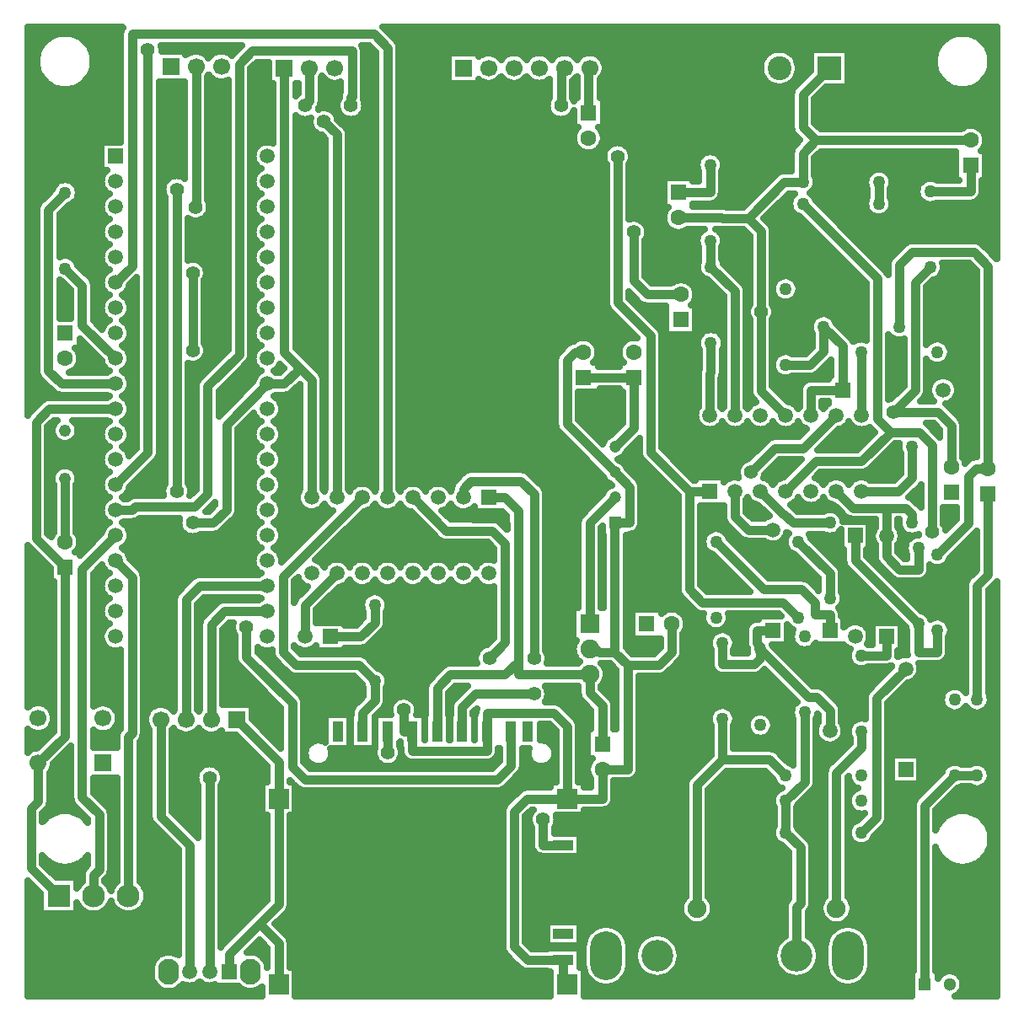
<source format=gbr>
%TF.GenerationSoftware,Novarm,DipTrace,3.2.0.1*%
%TF.CreationDate,2018-03-01T22:24:19+00:00*%
%FSLAX26Y26*%
%MOIN*%
%TF.FileFunction,Copper,L2,Bot*%
%TF.Part,Single*%
%TA.AperFunction,Conductor*%
%ADD13C,0.035433*%
%TA.AperFunction,CopperBalancing*%
%ADD14C,0.025*%
%TA.AperFunction,ComponentPad*%
%ADD15C,0.074803*%
%ADD16O,0.125984X0.192913*%
%ADD17C,0.125984*%
%ADD18R,0.090551X0.090551*%
%ADD19C,0.090551*%
%ADD21R,0.059055X0.059055*%
%ADD22C,0.059055*%
%ADD23O,0.082677X0.102362*%
%ADD24R,0.043307X0.07874*%
%ADD25R,0.07874X0.07874*%
%ADD26R,0.07874X0.03937*%
%TA.AperFunction,ComponentPad*%
%ADD27R,0.051181X0.051181*%
%ADD28C,0.051181*%
%ADD29C,0.048*%
%ADD30C,0.062992*%
%ADD31R,0.062992X0.062992*%
%ADD32R,0.066929X0.066929*%
%ADD33C,0.066929*%
%ADD34C,0.05*%
%ADD35C,0.05*%
%ADD36R,0.074803X0.074803*%
%ADD37R,0.047244X0.047244*%
%ADD38C,0.047244*%
%ADD39R,0.094488X0.094488*%
%ADD40C,0.094488*%
%TA.AperFunction,ViaPad*%
%ADD41C,0.055118*%
G75*
G01*
%LPD*%
X1933071Y1578740D2*
D13*
Y1493701D1*
X1967126D1*
X3893701Y3093701D2*
Y3338583D1*
X3944882Y3389764D1*
X4188976D1*
X4243991Y3334749D1*
Y2534373D1*
X793701Y2768701D2*
X531496D1*
X480315Y2717520D1*
Y2257087D1*
X593701Y2143701D1*
X2718701Y1343701D2*
X2818898D1*
Y1755906D1*
X2767717Y1807087D1*
X2706102D1*
X2694488Y1818701D1*
X2668701D1*
X1098425Y2318898D2*
X1181102D1*
X1232283Y2370079D1*
Y2707283D1*
X1393701Y2868701D1*
X1243701Y543701D2*
Y613780D1*
X1362205Y732283D1*
X1438386Y808465D1*
Y1227951D1*
X3443701Y2743701D2*
X3346457Y2840945D1*
Y3153543D1*
X2993701Y1918701D2*
Y1807087D1*
X2942520Y1755906D1*
X2818898D1*
X1362205Y732283D2*
X1438386Y656102D1*
Y493699D1*
X2580118Y1227951D2*
X2421260D1*
X2370079Y1176770D1*
Y641732D1*
X2421654Y590157D1*
X2564370D1*
X3346457Y3153543D2*
Y3472441D1*
X3295276Y3523622D1*
X3437341Y3665688D1*
X3512316D1*
X1393701Y2868701D2*
X1460630D1*
X1512081Y2920152D1*
Y2940944D1*
X1568701Y2884324D1*
Y2418701D1*
X3512316Y3665688D2*
Y3780836D1*
X3563497Y3832017D1*
X3512316Y3883198D1*
Y4013521D1*
X3616005Y4117210D1*
X2767717Y1807087D2*
Y2317717D1*
X2768701Y2318701D1*
X2580118Y1227951D2*
X2718701D1*
Y1343701D1*
X2262402Y1493701D2*
Y1566929D1*
X2527559D1*
X2580118Y1514370D1*
Y1227951D1*
X1967126Y1493701D2*
Y1417323D1*
X2262402D1*
Y1493701D1*
X4243991Y2534373D2*
X4196850D1*
X4165354Y2502877D1*
Y2315354D1*
X4043701Y2193701D1*
X487795Y1368701D2*
Y1216142D1*
X460630Y1188976D1*
Y951772D1*
X568701Y843701D1*
X593701Y2143701D2*
Y1474606D1*
X487795Y1368701D1*
X2768701Y2518701D2*
X2578740Y2708661D1*
Y2962205D1*
X2610236Y2993701D1*
X2643701D1*
X2768701Y2318701D2*
X2826772D1*
Y2460630D1*
X2768701Y2518701D1*
X1460900Y4117967D2*
Y2992125D1*
X1512081Y2940944D1*
X1438386Y1227951D2*
Y1374331D1*
X1272222Y1540495D1*
X3563497Y3832017D2*
X4175726D1*
X3295276Y3523622D2*
X3192913D1*
X3191143Y3525392D1*
X3019932D1*
X2564370Y590157D2*
Y509448D1*
X2580118Y493699D1*
X793701Y2868701D2*
X578740D1*
X527559Y2919882D1*
Y3557609D1*
X594727Y3624777D1*
X972222Y1540495D2*
Y1157482D1*
X1086220Y1043483D1*
Y543701D1*
X2668701Y1918701D2*
Y2318701D1*
X2768701Y2418701D1*
X593701Y2493701D2*
Y2243701D1*
X3487402Y606693D2*
Y799213D1*
X3502165Y813976D1*
Y1035236D1*
X3443701Y1093701D1*
Y1218701D2*
X3518701Y1293701D1*
Y1568701D1*
X3443701Y1093701D2*
Y1218701D1*
X793701Y2968701D2*
X661417Y3100984D1*
Y3258087D1*
X594727Y3324777D1*
X1098425Y3307087D2*
Y3000000D1*
X3618701Y1496063D2*
Y1578150D1*
X3566929Y1629921D1*
X3532480D1*
X3343701Y1818701D1*
Y1784843D1*
X3318701Y1759843D1*
X3193701D1*
Y1843701D1*
X3343701Y1818701D2*
Y1830709D1*
X3330709Y1843701D1*
Y1893701D1*
X3393701D1*
X3493701Y2243701D2*
X3618701Y2118701D1*
Y2018701D1*
X3393701Y2291339D2*
X3295276D1*
X3243701Y2342913D1*
Y2443701D1*
X3168701Y2243701D2*
X3357283Y2055118D1*
X3507874D1*
X3559055Y2003937D1*
Y1956693D1*
X3618701D1*
Y1893701D1*
X3343701Y2443701D2*
X3433071Y2354331D1*
X3437008D1*
X3472638Y2318701D1*
X3618701D1*
X2448819Y1641732D2*
X2216537D1*
X2163976Y1589172D1*
Y1493701D1*
X2448819Y1783465D2*
Y2433071D1*
X2397638Y2484252D1*
X2198228D1*
X2168701Y2454724D1*
Y2418701D1*
X2779528Y3767717D2*
Y3188976D1*
X2909449Y3059055D1*
Y2597244D1*
X3062992Y2443701D1*
Y2055118D1*
X3114173Y2003937D1*
X3433465D1*
X3493701Y1943701D1*
X3143701Y2443701D2*
X3062992D1*
X1870079Y1409449D2*
Y1493701D1*
X1868701D1*
X2271654Y1783465D2*
X2334646Y1846457D1*
Y2236220D1*
X2283465Y2287402D1*
X2100000D1*
X1968701Y2418701D1*
X1770276Y1493701D2*
Y1566929D1*
X1818701Y1615354D1*
Y1693701D1*
X1756496Y1755906D1*
X1507874D1*
X1456693Y1807087D1*
Y2106693D1*
X1768701Y2418701D1*
X1643701Y1868701D2*
X1763780D1*
X1818701Y1923622D1*
Y1993701D1*
X1668701Y2118701D2*
X1543701Y1993701D1*
Y1868701D1*
X2718701Y1443701D2*
Y1595669D1*
X2668701Y1645669D1*
Y1718701D1*
X2385827D1*
Y1769882D1*
X2334646Y1718701D1*
X2118110D1*
X2065551Y1666142D1*
Y1493701D1*
X2385827Y1769882D2*
Y2366142D1*
X2333268Y2418701D1*
X2268701D1*
X3443701Y1318701D2*
X3380512Y1381890D1*
X3192913D1*
X3093701Y1282677D1*
Y793701D1*
X3192913Y1381890D2*
X3193701Y1382677D1*
Y1543701D1*
X3743701Y1493701D2*
Y1429134D1*
X3644882Y1330315D1*
Y793701D1*
X1311024Y1905512D2*
Y1787402D1*
X1492126Y1606299D1*
Y1354331D1*
X1543307Y1303150D1*
X2303150D1*
X2357874Y1357874D1*
Y1493701D1*
X793701Y3268701D2*
X858268Y3333268D1*
Y4251969D1*
X1814961D1*
X1868701Y4198228D1*
Y2418701D1*
X1618110Y3905512D2*
X1668701Y3854921D1*
Y2418701D1*
X4200777Y1319281D2*
X4111915D1*
X3993701Y1201067D1*
Y493701D1*
X3443701Y2443701D2*
X3562992Y2562992D1*
X3744094D1*
X3858268Y2677165D1*
X3807087Y2728346D1*
Y3285068D1*
X3511735Y3580420D1*
X2643701Y2893701D2*
X2708661D1*
X2843701D1*
X3858268Y2677165D2*
X3972441D1*
X4023622Y2625984D1*
Y2283465D1*
X2843701Y2893701D2*
Y2693701D1*
X2768701Y2618701D1*
X3943701D2*
Y2496063D1*
X3891339Y2443701D1*
X3743701D1*
Y2993701D2*
Y2743701D1*
Y1793701D2*
X3843701D1*
Y1868701D1*
X3718701Y2268701D2*
Y2168701D1*
X3968701Y1918701D1*
Y1807087D1*
X4043701D1*
Y1893701D1*
X3943701Y2318701D2*
Y2352953D1*
X3918701Y2377953D1*
X3842520D1*
X3709449D1*
X3643701Y2443701D1*
X3968701Y2218701D2*
Y2133858D1*
X3894882D1*
X3843701Y2185039D1*
Y2266339D1*
X3842520Y2267520D1*
Y2377953D1*
X3543701Y2743701D2*
Y2843701D1*
X3668701D1*
X3593701Y3093701D2*
Y2996063D1*
X3541339Y2943701D1*
X3443701D1*
X3668701Y2843701D2*
Y3018701D1*
X3593701Y3093701D1*
X3918701Y1741339D2*
X3803150Y1625787D1*
Y1153150D1*
X3743701Y1093701D1*
X3643701Y2743701D2*
X3514173Y2614173D1*
X3401575D1*
X3307087Y2519685D1*
X3148234Y3031098D2*
Y2913386D1*
X3143701Y2908853D1*
Y2743701D1*
X4243991Y2434373D2*
Y2114173D1*
X4200777Y2070959D1*
Y1619281D1*
X4099146Y2538837D2*
Y2704004D1*
X4047244Y2755906D1*
X3870079D1*
X3956693Y2842520D1*
Y3270444D1*
X4015218Y3328969D1*
Y3628969D2*
X4175726D1*
Y3732017D1*
X3812316Y3665688D2*
X3811735Y3580420D1*
X3145139Y3434692D2*
Y3334193D1*
X3148234Y3331098D1*
X3243701Y3235631D1*
Y2743701D1*
X2842520Y3468504D2*
Y3275591D1*
X2896311Y3221799D1*
X3028941D1*
X3145139Y3734692D2*
Y3625392D1*
X3019932D1*
X1110236Y3566929D2*
X1111585Y3568278D1*
Y4123839D1*
X1543307Y3968504D2*
X1560900Y3986097D1*
Y4117967D1*
X921260Y4188976D2*
Y2596260D1*
X793701Y2468701D1*
X2555118Y3968504D2*
Y4103762D1*
X2569064Y4117709D1*
X1724409Y3968504D2*
Y4003937D1*
X1728346D1*
Y4185039D1*
X1334646D1*
X1283465Y4133858D1*
Y2984252D1*
X1157480Y2858268D1*
Y2433071D1*
X1106299Y2381890D1*
X871457D1*
X858268Y2368701D1*
X793701D1*
X2669064Y4117709D2*
X2664058Y4112702D1*
Y3940900D1*
X706496Y843701D2*
Y925197D1*
X728346Y947047D1*
Y1165354D1*
X661417Y1232283D1*
Y2136417D1*
X793701Y2268701D1*
X844291Y843701D2*
Y1472441D1*
X858268Y1486417D1*
Y2104134D1*
X793701Y2168701D1*
X1035433Y2444882D2*
Y3637795D1*
X1165354Y1311024D2*
X1164961Y543701D1*
X2484252Y1145669D2*
Y1044881D1*
X2564370D1*
X1393701Y1968701D2*
X1224408D1*
X1172222Y1916514D1*
Y1540495D1*
X1393701Y2068701D2*
X1125983D1*
X1072222Y2014940D1*
Y1540495D1*
D41*
X3346457Y3153543D3*
X1933071Y1578740D3*
X1098425Y2318898D3*
Y3000000D3*
Y3307087D3*
X2779528Y3767717D3*
X2448819Y1641732D3*
Y1783465D3*
X1870079Y1409449D3*
X2271654Y1783465D3*
X1311024Y1905512D3*
X1618110Y3905512D3*
X4023622Y2283465D3*
X3307087Y2519685D3*
X3870079Y2755906D3*
X2842520Y3468504D3*
X1110236Y3566929D3*
X1543307Y3968504D3*
X921260Y4188976D3*
X2555118Y3968504D3*
X1724409D3*
X1035433Y3637795D3*
Y2444882D3*
X1165354Y1311024D3*
X2484252Y1145669D3*
X448089Y4253970D2*
D14*
X578013D1*
X609388D2*
X811619D1*
X1877966D2*
X4128000D1*
X4159411D2*
X4276345D1*
X448089Y4229101D2*
X520204D1*
X667198D2*
X811548D1*
X1902834D2*
X4070191D1*
X4217184D2*
X4276345D1*
X448089Y4204232D2*
X498099D1*
X689302D2*
X811548D1*
X975622D2*
X1288807D1*
X1770672D2*
X1797681D1*
X1914998D2*
X4048086D1*
X4239325D2*
X4276345D1*
X448089Y4179364D2*
X486042D1*
X701359D2*
X811548D1*
X1074053D2*
X1086456D1*
X1136706D2*
X1186466D1*
X1236716D2*
X1263940D1*
X1775050D2*
X1821975D1*
X1915393D2*
X3376980D1*
X3461320D2*
X3539786D1*
X3692235D2*
X4036029D1*
X4251382D2*
X4276345D1*
X448089Y4154495D2*
X480660D1*
X706742D2*
X811548D1*
X1775050D2*
X1821975D1*
X1915393D2*
X2106608D1*
X2718912D2*
X3353045D1*
X3485255D2*
X3539786D1*
X3692235D2*
X4030682D1*
X4256729D2*
X4276345D1*
X448089Y4129626D2*
X481054D1*
X706347D2*
X811548D1*
X1344260D2*
X1398434D1*
X1775050D2*
X1821975D1*
X1915393D2*
X2106608D1*
X2730323D2*
X3343966D1*
X3494333D2*
X3539786D1*
X3692235D2*
X4031041D1*
X4256370D2*
X4276345D1*
X448089Y4104757D2*
X487190D1*
X700211D2*
X811548D1*
X1330158D2*
X1398434D1*
X1775050D2*
X1821975D1*
X1915393D2*
X2106608D1*
X2730108D2*
X3343966D1*
X3494333D2*
X3538530D1*
X3692235D2*
X4037213D1*
X4250198D2*
X4276345D1*
X448089Y4079888D2*
X500324D1*
X687077D2*
X811548D1*
X1158309D2*
X1168279D1*
X1330158D2*
X1398434D1*
X1775050D2*
X1821975D1*
X1915393D2*
X2106608D1*
X2718087D2*
X3353045D1*
X3485255D2*
X3513663D1*
X3692235D2*
X4050311D1*
X4237100D2*
X4276345D1*
X448089Y4055020D2*
X524366D1*
X663035D2*
X811548D1*
X967979D2*
X1064890D1*
X1158309D2*
X1236739D1*
X1330158D2*
X1414187D1*
X1607615D2*
X1681632D1*
X1775050D2*
X1821975D1*
X1915393D2*
X2508403D1*
X2601822D2*
X2617348D1*
X2710766D2*
X3377052D1*
X3461284D2*
X3488795D1*
X3692235D2*
X4074353D1*
X4213058D2*
X4276345D1*
X448089Y4030151D2*
X811548D1*
X967979D2*
X1064890D1*
X1158309D2*
X1236739D1*
X1330158D2*
X1414187D1*
X1607615D2*
X1681632D1*
X1775050D2*
X1821975D1*
X1915393D2*
X2508403D1*
X2601822D2*
X2617348D1*
X2710766D2*
X3468843D1*
X3593984D2*
X4276345D1*
X448089Y4005282D2*
X811548D1*
X967979D2*
X1064890D1*
X1158309D2*
X1236739D1*
X1330158D2*
X1414187D1*
X1607615D2*
X1677720D1*
X1775050D2*
X1821975D1*
X1915393D2*
X2508403D1*
X2601822D2*
X2617348D1*
X2710766D2*
X3465614D1*
X3569080D2*
X4276345D1*
X448089Y3980413D2*
X811548D1*
X967979D2*
X1064890D1*
X1158309D2*
X1236739D1*
X1330158D2*
X1414187D1*
X1607256D2*
X1669180D1*
X1779643D2*
X1821975D1*
X1915393D2*
X2499899D1*
X2724546D2*
X3465614D1*
X3559032D2*
X4276345D1*
X448089Y3955545D2*
X811548D1*
X967979D2*
X1064890D1*
X1158309D2*
X1236739D1*
X1330158D2*
X1414187D1*
X1641059D2*
X1669431D1*
X1779392D2*
X1821975D1*
X1915393D2*
X2500150D1*
X2724546D2*
X3465614D1*
X3559032D2*
X4276345D1*
X448089Y3930676D2*
X811548D1*
X967979D2*
X1064890D1*
X1158309D2*
X1236739D1*
X1330158D2*
X1414187D1*
X1668438D2*
X1683318D1*
X1765505D2*
X1821975D1*
X1915393D2*
X2514001D1*
X2724546D2*
X3465614D1*
X3559032D2*
X4276345D1*
X448089Y3905807D2*
X811548D1*
X967979D2*
X1064890D1*
X1158309D2*
X1236739D1*
X1330158D2*
X1414187D1*
X1507605D2*
X1561563D1*
X1682828D2*
X1821975D1*
X1915393D2*
X2603568D1*
X2724546D2*
X3465614D1*
X3559032D2*
X4276345D1*
X448089Y3880938D2*
X811548D1*
X967979D2*
X1064890D1*
X1158309D2*
X1236739D1*
X1330158D2*
X1414187D1*
X1507605D2*
X1567484D1*
X1706942D2*
X1821975D1*
X1915393D2*
X2619608D1*
X2708505D2*
X3465650D1*
X3579594D2*
X4142103D1*
X4209362D2*
X4276345D1*
X448089Y3856070D2*
X811548D1*
X967979D2*
X1064890D1*
X1158309D2*
X1236739D1*
X1330158D2*
X1414187D1*
X1507605D2*
X1593787D1*
X1715411D2*
X1821975D1*
X1915393D2*
X2605578D1*
X2722536D2*
X3474908D1*
X4231000D2*
X4276345D1*
X448089Y3831201D2*
X811548D1*
X967979D2*
X1064890D1*
X1158309D2*
X1236739D1*
X1330158D2*
X1414187D1*
X1507605D2*
X1621992D1*
X1715411D2*
X1821975D1*
X1915393D2*
X2604393D1*
X2723720D2*
X3497658D1*
X4236203D2*
X4276345D1*
X448089Y3806332D2*
X735186D1*
X967979D2*
X1064890D1*
X1158309D2*
X1236739D1*
X1330158D2*
X1349703D1*
X1507605D2*
X1621992D1*
X1715411D2*
X1821975D1*
X1915393D2*
X2615015D1*
X2713099D2*
X2739210D1*
X2819854D2*
X3473688D1*
X4230210D2*
X4276345D1*
X448089Y3781463D2*
X735186D1*
X967979D2*
X1064890D1*
X1158309D2*
X1236739D1*
X1507605D2*
X1621992D1*
X1715411D2*
X1821975D1*
X1915393D2*
X2724749D1*
X2834315D2*
X3121090D1*
X3169187D2*
X3465614D1*
X3577979D2*
X4115225D1*
X4236203D2*
X4276345D1*
X448089Y3756594D2*
X735186D1*
X967979D2*
X1064890D1*
X1158309D2*
X1236739D1*
X1507605D2*
X1621992D1*
X1715411D2*
X1821975D1*
X1915393D2*
X2724139D1*
X2834925D2*
X3096043D1*
X3194234D2*
X3465614D1*
X3559032D2*
X4115225D1*
X4236203D2*
X4276345D1*
X448089Y3731726D2*
X735186D1*
X967979D2*
X1064890D1*
X1158309D2*
X1236739D1*
X1330158D2*
X1349129D1*
X1507605D2*
X1621992D1*
X1715411D2*
X1821975D1*
X1915393D2*
X2732823D1*
X2826241D2*
X3091234D1*
X3199042D2*
X3465614D1*
X3559032D2*
X4115225D1*
X4236203D2*
X4276345D1*
X448089Y3706857D2*
X750186D1*
X967979D2*
X1064890D1*
X1158309D2*
X1236739D1*
X1330158D2*
X1350169D1*
X1507605D2*
X1621992D1*
X1715411D2*
X1821975D1*
X1915393D2*
X2732823D1*
X2826241D2*
X3098447D1*
X3191865D2*
X3418749D1*
X3559032D2*
X3778883D1*
X3845747D2*
X4115225D1*
X4236203D2*
X4276345D1*
X448089Y3681988D2*
X736765D1*
X967979D2*
X1001806D1*
X1158309D2*
X1236739D1*
X1507605D2*
X1621992D1*
X1715411D2*
X1821975D1*
X1915393D2*
X2732823D1*
X2826241D2*
X2959431D1*
X3080409D2*
X3098447D1*
X3191865D2*
X3388606D1*
X3563662D2*
X3760977D1*
X3863653D2*
X4115225D1*
X4236203D2*
X4276345D1*
X448089Y3657119D2*
X552177D1*
X637306D2*
X736406D1*
X967979D2*
X982464D1*
X1158309D2*
X1236739D1*
X1507605D2*
X1621992D1*
X1715411D2*
X1821975D1*
X1915393D2*
X2732823D1*
X2826241D2*
X2959431D1*
X3191865D2*
X3363739D1*
X3565599D2*
X3759039D1*
X3865591D2*
X3969607D1*
X4222423D2*
X4276345D1*
X448089Y3632251D2*
X537177D1*
X648179D2*
X748679D1*
X967979D2*
X979163D1*
X1158309D2*
X1236739D1*
X1330158D2*
X1348662D1*
X1507605D2*
X1621992D1*
X1715411D2*
X1821975D1*
X1915393D2*
X2732823D1*
X2826241D2*
X2959431D1*
X3191865D2*
X3338871D1*
X3553973D2*
X3765390D1*
X3858809D2*
X3961318D1*
X4222423D2*
X4276345D1*
X448089Y3607382D2*
X512309D1*
X645703D2*
X750688D1*
X967979D2*
X988241D1*
X1158309D2*
X1236739D1*
X1330158D2*
X1350672D1*
X1507605D2*
X1621992D1*
X1715411D2*
X1821975D1*
X1915393D2*
X2732823D1*
X2826241D2*
X2959431D1*
X3188026D2*
X3314003D1*
X3444060D2*
X3465363D1*
X3558099D2*
X3765211D1*
X3858630D2*
X3965983D1*
X4216790D2*
X4276345D1*
X448089Y3582513D2*
X488518D1*
X626649D2*
X736909D1*
X967979D2*
X988708D1*
X1164481D2*
X1236739D1*
X1507605D2*
X1621992D1*
X1715411D2*
X1821975D1*
X1915393D2*
X2732823D1*
X2826241D2*
X2959431D1*
X3158386D2*
X3289135D1*
X3419192D2*
X3457791D1*
X3574678D2*
X3757783D1*
X3865699D2*
X3990492D1*
X4039916D2*
X4276345D1*
X448089Y3557644D2*
X480839D1*
X592630D2*
X736298D1*
X967979D2*
X988708D1*
X1165988D2*
X1236739D1*
X1507605D2*
X1621992D1*
X1715411D2*
X1821975D1*
X1915393D2*
X2732823D1*
X2826241D2*
X2969228D1*
X3394324D2*
X3463066D1*
X3599546D2*
X3763058D1*
X3860424D2*
X4276345D1*
X448089Y3532776D2*
X480839D1*
X574258D2*
X748212D1*
X967979D2*
X988708D1*
X1154613D2*
X1236739D1*
X1330158D2*
X1348232D1*
X1507605D2*
X1621992D1*
X1715411D2*
X1821975D1*
X1915393D2*
X2732823D1*
X2826241D2*
X2959898D1*
X3369456D2*
X3489692D1*
X3624413D2*
X3789720D1*
X3833762D2*
X4276345D1*
X448089Y3507907D2*
X480839D1*
X574258D2*
X751190D1*
X967979D2*
X988708D1*
X1082126D2*
X1236739D1*
X1330158D2*
X1351174D1*
X1507605D2*
X1621992D1*
X1715411D2*
X1821975D1*
X1915393D2*
X2732823D1*
X2882006D2*
X2962159D1*
X3376023D2*
X3519225D1*
X3649281D2*
X4276345D1*
X448089Y3483038D2*
X480839D1*
X574258D2*
X737052D1*
X967979D2*
X988708D1*
X1082126D2*
X1236739D1*
X1507605D2*
X1621992D1*
X1715411D2*
X1821975D1*
X1915393D2*
X2732823D1*
X2897077D2*
X2977840D1*
X3391884D2*
X3544093D1*
X3674149D2*
X4276345D1*
X448089Y3458169D2*
X480839D1*
X574258D2*
X736191D1*
X967979D2*
X988708D1*
X1082126D2*
X1236739D1*
X1507605D2*
X1621992D1*
X1715411D2*
X1821975D1*
X1915393D2*
X2732823D1*
X2898082D2*
X3096796D1*
X3193480D2*
X3295702D1*
X3393176D2*
X3568960D1*
X3699017D2*
X4276345D1*
X448089Y3433301D2*
X480839D1*
X574258D2*
X747781D1*
X967979D2*
X988708D1*
X1082126D2*
X1236739D1*
X1330158D2*
X1347801D1*
X1507605D2*
X1621992D1*
X1715411D2*
X1821975D1*
X1915393D2*
X2732823D1*
X2889218D2*
X3091162D1*
X3199114D2*
X3299757D1*
X3393176D2*
X3593828D1*
X3723884D2*
X3934692D1*
X4199170D2*
X4276345D1*
X448089Y3408432D2*
X480839D1*
X574258D2*
X751693D1*
X967979D2*
X988708D1*
X1082126D2*
X1236739D1*
X1330158D2*
X1351712D1*
X1507605D2*
X1621992D1*
X1715411D2*
X1821975D1*
X1915393D2*
X2732823D1*
X2889218D2*
X3098339D1*
X3191937D2*
X3299757D1*
X3393176D2*
X3618696D1*
X3748752D2*
X3898521D1*
X4235342D2*
X4276345D1*
X448089Y3383563D2*
X480839D1*
X574258D2*
X737196D1*
X967979D2*
X988708D1*
X1082126D2*
X1236739D1*
X1507605D2*
X1621992D1*
X1715411D2*
X1821975D1*
X1915393D2*
X2732823D1*
X2889218D2*
X3098447D1*
X3191865D2*
X3299757D1*
X3393176D2*
X3643564D1*
X3773620D2*
X3873653D1*
X4260209D2*
X4276345D1*
X448089Y3358694D2*
X480839D1*
X635978D2*
X736083D1*
X967979D2*
X988708D1*
X1117006D2*
X1236739D1*
X1507605D2*
X1621992D1*
X1715411D2*
X1821975D1*
X1915393D2*
X2732823D1*
X2889218D2*
X3098447D1*
X3194198D2*
X3299757D1*
X3393176D2*
X3668431D1*
X3798488D2*
X3851835D1*
X448089Y3333825D2*
X480839D1*
X650691D2*
X747351D1*
X967979D2*
X988708D1*
X1147902D2*
X1236739D1*
X1330158D2*
X1347370D1*
X1507605D2*
X1621992D1*
X1715411D2*
X1821975D1*
X1915393D2*
X2732823D1*
X2889218D2*
X3094320D1*
X3210525D2*
X3299757D1*
X3393176D2*
X3693299D1*
X3823355D2*
X3846991D1*
X4068983D2*
X4179889D1*
X448089Y3308957D2*
X480839D1*
X675559D2*
X752231D1*
X967979D2*
X988708D1*
X1154936D2*
X1236739D1*
X1330158D2*
X1352251D1*
X1507605D2*
X1621992D1*
X1715411D2*
X1821975D1*
X1915393D2*
X2732823D1*
X2889218D2*
X3099236D1*
X3235393D2*
X3299757D1*
X3393176D2*
X3718167D1*
X4065179D2*
X4197292D1*
X448089Y3284088D2*
X480839D1*
X699673D2*
X737339D1*
X967979D2*
X988708D1*
X1149840D2*
X1236739D1*
X1507605D2*
X1621992D1*
X1715411D2*
X1821975D1*
X1915393D2*
X2732823D1*
X2899051D2*
X3124714D1*
X3260261D2*
X3299757D1*
X3393176D2*
X3409276D1*
X3478150D2*
X3743034D1*
X4042967D2*
X4197292D1*
X448089Y3259219D2*
X480839D1*
X574258D2*
X595274D1*
X708106D2*
X735976D1*
X851427D2*
X874560D1*
X967979D2*
X988708D1*
X1145139D2*
X1236739D1*
X1507605D2*
X1621992D1*
X1715411D2*
X1821975D1*
X1915393D2*
X2732823D1*
X3075744D2*
X3155108D1*
X3283585D2*
X3299757D1*
X3495302D2*
X3760367D1*
X4010491D2*
X4197292D1*
X448089Y3234350D2*
X480839D1*
X574258D2*
X614723D1*
X708142D2*
X746956D1*
X840447D2*
X874560D1*
X967979D2*
X988708D1*
X1145139D2*
X1236739D1*
X1330158D2*
X1346940D1*
X1507605D2*
X1621992D1*
X1715411D2*
X1821975D1*
X1915393D2*
X2732823D1*
X3088053D2*
X3179976D1*
X3290403D2*
X3299769D1*
X3496845D2*
X3760367D1*
X4003386D2*
X4197292D1*
X448089Y3209482D2*
X480839D1*
X574258D2*
X614723D1*
X708142D2*
X752805D1*
X834597D2*
X874560D1*
X967979D2*
X988708D1*
X1145139D2*
X1236739D1*
X1330158D2*
X1352789D1*
X1507605D2*
X1621992D1*
X1715411D2*
X1821975D1*
X1915393D2*
X2732823D1*
X2826241D2*
X2843597D1*
X3088088D2*
X3196985D1*
X3290403D2*
X3299769D1*
X3393176D2*
X3402709D1*
X3484680D2*
X3760367D1*
X4003386D2*
X4197292D1*
X448089Y3184613D2*
X480839D1*
X574258D2*
X614723D1*
X708142D2*
X737483D1*
X849920D2*
X874560D1*
X967979D2*
X988708D1*
X1145139D2*
X1236739D1*
X1507605D2*
X1621992D1*
X1715411D2*
X1821975D1*
X1915393D2*
X2733038D1*
X2848920D2*
X2869900D1*
X3075924D2*
X3196985D1*
X3290403D2*
X3299712D1*
X3393176D2*
X3760367D1*
X4003386D2*
X4197292D1*
X448089Y3159744D2*
X480839D1*
X574258D2*
X614723D1*
X708142D2*
X735904D1*
X851499D2*
X874560D1*
X967979D2*
X988708D1*
X1145139D2*
X1236739D1*
X1507605D2*
X1621992D1*
X1715411D2*
X1821975D1*
X1915393D2*
X2743875D1*
X2873788D2*
X2968438D1*
X3089416D2*
X3196985D1*
X3402649D2*
X3760367D1*
X4003386D2*
X4197292D1*
X448089Y3134875D2*
X480839D1*
X574258D2*
X614723D1*
X708142D2*
X746561D1*
X840841D2*
X874560D1*
X967979D2*
X988708D1*
X1145139D2*
X1236739D1*
X1330158D2*
X1346545D1*
X1507605D2*
X1621992D1*
X1715411D2*
X1821975D1*
X1915393D2*
X2768599D1*
X2898656D2*
X2968438D1*
X3089416D2*
X3196985D1*
X3399671D2*
X3560276D1*
X3627105D2*
X3760367D1*
X4003386D2*
X4197292D1*
X448089Y3110007D2*
X480839D1*
X717400D2*
X753343D1*
X834059D2*
X874560D1*
X967979D2*
X988708D1*
X1145139D2*
X1236739D1*
X1330158D2*
X1353363D1*
X1507605D2*
X1621992D1*
X1715411D2*
X1821975D1*
X1915393D2*
X2793467D1*
X2923524D2*
X2968438D1*
X3089416D2*
X3196985D1*
X3290403D2*
X3299769D1*
X3393176D2*
X3542370D1*
X3645047D2*
X3760367D1*
X4003386D2*
X4197292D1*
X448089Y3085138D2*
X480839D1*
X849741D2*
X874560D1*
X967979D2*
X988708D1*
X1145139D2*
X1236739D1*
X1507605D2*
X1621992D1*
X1715411D2*
X1821975D1*
X1915393D2*
X2818335D1*
X2947638D2*
X2968438D1*
X3089416D2*
X3196985D1*
X3290403D2*
X3299769D1*
X3393176D2*
X3540432D1*
X3667295D2*
X3760367D1*
X4003386D2*
X4197292D1*
X448089Y3060269D2*
X480839D1*
X851571D2*
X874560D1*
X967979D2*
X988708D1*
X1145139D2*
X1236739D1*
X1507605D2*
X1621992D1*
X1715411D2*
X1821975D1*
X1915393D2*
X2843203D1*
X2956142D2*
X3103291D1*
X3290403D2*
X3299769D1*
X3393176D2*
X3546999D1*
X3692163D2*
X3760367D1*
X4003386D2*
X4197292D1*
X448089Y3035400D2*
X480839D1*
X654172D2*
X661999D1*
X841236D2*
X874560D1*
X967979D2*
X988708D1*
X1145139D2*
X1236739D1*
X1330158D2*
X1346150D1*
X1507605D2*
X1621992D1*
X1715411D2*
X1821975D1*
X1915393D2*
X2593054D1*
X2686508D2*
X2800895D1*
X2956142D2*
X3094428D1*
X3290403D2*
X3299769D1*
X3393176D2*
X3546999D1*
X3853785D2*
X3909968D1*
X4003386D2*
X4010988D1*
X4076411D2*
X4197292D1*
X448089Y3010531D2*
X480839D1*
X636373D2*
X686850D1*
X833449D2*
X874560D1*
X967979D2*
X988708D1*
X1153931D2*
X1236739D1*
X1330158D2*
X1353937D1*
X1507605D2*
X1621992D1*
X1715411D2*
X1821975D1*
X1915393D2*
X2562050D1*
X2701687D2*
X2785716D1*
X2956142D2*
X3098519D1*
X3290403D2*
X3299769D1*
X3393176D2*
X3543160D1*
X3853785D2*
X3909968D1*
X4094855D2*
X4197292D1*
X448089Y2985663D2*
X480839D1*
X651660D2*
X711718D1*
X849597D2*
X874560D1*
X967979D2*
X988708D1*
X1153034D2*
X1219838D1*
X1330158D2*
X1337831D1*
X1532365D2*
X1621992D1*
X1715411D2*
X1821975D1*
X1915393D2*
X2538761D1*
X2703625D2*
X2783778D1*
X2956142D2*
X3101533D1*
X3290403D2*
X3299769D1*
X3393176D2*
X3411357D1*
X3853785D2*
X3909968D1*
X4097044D2*
X4197292D1*
X448089Y2960794D2*
X480839D1*
X653633D2*
X735724D1*
X851642D2*
X874560D1*
X967979D2*
X988708D1*
X1138142D2*
X1194970D1*
X1323448D2*
X1335744D1*
X1557269D2*
X1621992D1*
X1715411D2*
X1821975D1*
X1915393D2*
X2532015D1*
X2693936D2*
X2793467D1*
X2956142D2*
X3101533D1*
X3290403D2*
X3299769D1*
X3853785D2*
X3909968D1*
X4085812D2*
X4197292D1*
X448089Y2935925D2*
X480839D1*
X644052D2*
X745772D1*
X841631D2*
X874560D1*
X967979D2*
X988708D1*
X1082126D2*
X1170102D1*
X1300159D2*
X1345756D1*
X1441614D2*
X1452079D1*
X1582137D2*
X1621992D1*
X1715411D2*
X1821975D1*
X1915393D2*
X2532015D1*
X2956142D2*
X3101533D1*
X3290403D2*
X3299769D1*
X3598577D2*
X3621997D1*
X3853785D2*
X3909968D1*
X4003386D2*
X4197292D1*
X448089Y2911056D2*
X481736D1*
X832875D2*
X874560D1*
X967979D2*
X988708D1*
X1082126D2*
X1145235D1*
X1275291D2*
X1354547D1*
X1606394D2*
X1621992D1*
X1715411D2*
X1821975D1*
X1915393D2*
X2532015D1*
X2956142D2*
X3097047D1*
X3290403D2*
X3299769D1*
X3393176D2*
X3401381D1*
X3573637D2*
X3621997D1*
X3853785D2*
X3909968D1*
X4003386D2*
X4197292D1*
X448089Y2886188D2*
X496233D1*
X849418D2*
X874560D1*
X967979D2*
X988708D1*
X1082126D2*
X1120690D1*
X1250423D2*
X1337969D1*
X1715411D2*
X1821975D1*
X1915393D2*
X2532015D1*
X2956142D2*
X3096976D1*
X3290403D2*
X3299769D1*
X3393176D2*
X3528985D1*
X3853785D2*
X3909968D1*
X4003386D2*
X4027345D1*
X4105333D2*
X4197292D1*
X448089Y2861319D2*
X521101D1*
X851714D2*
X874560D1*
X967979D2*
X988708D1*
X1082126D2*
X1110894D1*
X1225556D2*
X1321283D1*
X1715411D2*
X1821975D1*
X1915393D2*
X2532015D1*
X2956142D2*
X3096976D1*
X3290403D2*
X3299769D1*
X3393176D2*
X3500637D1*
X3853785D2*
X3909968D1*
X4122019D2*
X4197292D1*
X448089Y2836450D2*
X546005D1*
X841990D2*
X874560D1*
X967979D2*
X988708D1*
X1082126D2*
X1110786D1*
X1204204D2*
X1296415D1*
X1493359D2*
X1521983D1*
X1715411D2*
X1821975D1*
X1915393D2*
X2532015D1*
X2704199D2*
X2783204D1*
X2956142D2*
X3096976D1*
X3290403D2*
X3299998D1*
X3415962D2*
X3496977D1*
X3853785D2*
X3885602D1*
X4124388D2*
X4197292D1*
X448089Y2811581D2*
X518230D1*
X832265D2*
X874560D1*
X967979D2*
X988708D1*
X1082126D2*
X1110786D1*
X1204204D2*
X1271547D1*
X1432249D2*
X1521983D1*
X1715411D2*
X1821975D1*
X1915393D2*
X2532015D1*
X2625434D2*
X2796984D1*
X2956142D2*
X3096976D1*
X3290403D2*
X3310917D1*
X3440830D2*
X3496977D1*
X3990755D2*
X4017943D1*
X4114735D2*
X4197292D1*
X448089Y2786713D2*
X484499D1*
X849238D2*
X874560D1*
X967979D2*
X988708D1*
X1082126D2*
X1110786D1*
X1204204D2*
X1246679D1*
X1449258D2*
X1521983D1*
X1715411D2*
X1821975D1*
X1915393D2*
X2532015D1*
X2625434D2*
X2796984D1*
X2956142D2*
X3096976D1*
X3290403D2*
X3305319D1*
X3482097D2*
X3496977D1*
X3590395D2*
X3605311D1*
X4081470D2*
X4197292D1*
X448089Y2761844D2*
X459615D1*
X851786D2*
X874560D1*
X967979D2*
X988708D1*
X1082126D2*
X1110786D1*
X1204204D2*
X1221812D1*
X1451805D2*
X1521983D1*
X1715411D2*
X1821975D1*
X1915393D2*
X2532015D1*
X2625434D2*
X2796984D1*
X2956142D2*
X3088184D1*
X4106338D2*
X4197292D1*
X842384Y2736975D2*
X874560D1*
X967979D2*
X988708D1*
X1082126D2*
X1110786D1*
X1327000D2*
X1345038D1*
X1442368D2*
X1521983D1*
X1715411D2*
X1821975D1*
X1915393D2*
X2532015D1*
X2625434D2*
X2796984D1*
X2956142D2*
X3085600D1*
X4131206D2*
X4197292D1*
X539916Y2712106D2*
X549450D1*
X637952D2*
X755784D1*
X831619D2*
X874560D1*
X967979D2*
X988708D1*
X1082126D2*
X1110786D1*
X1302132D2*
X1355803D1*
X1431603D2*
X1521983D1*
X1715411D2*
X1821975D1*
X1915393D2*
X2532015D1*
X2640326D2*
X2796984D1*
X2956142D2*
X3094930D1*
X4145093D2*
X4197292D1*
X527034Y2687238D2*
X540837D1*
X646564D2*
X738344D1*
X849059D2*
X874560D1*
X967979D2*
X988708D1*
X1082126D2*
X1110786D1*
X1278987D2*
X1338327D1*
X1449078D2*
X1521983D1*
X1715411D2*
X1821975D1*
X1915393D2*
X2537577D1*
X2665193D2*
X2772224D1*
X2956142D2*
X3522203D1*
X3652260D2*
X3783189D1*
X4027393D2*
X4050885D1*
X4145847D2*
X4197292D1*
X527034Y2662369D2*
X545431D1*
X641971D2*
X735545D1*
X851858D2*
X874560D1*
X967979D2*
X988708D1*
X1082126D2*
X1110786D1*
X1278987D2*
X1335529D1*
X1451877D2*
X1521983D1*
X1715411D2*
X1821975D1*
X1915393D2*
X2560005D1*
X2690061D2*
X2741614D1*
X2956142D2*
X3497335D1*
X3627392D2*
X3778452D1*
X4145847D2*
X4197292D1*
X527034Y2637500D2*
X570837D1*
X616565D2*
X744660D1*
X842743D2*
X874560D1*
X967979D2*
X988708D1*
X1082126D2*
X1110786D1*
X1278987D2*
X1344679D1*
X1442727D2*
X1521983D1*
X1715411D2*
X1821975D1*
X1915393D2*
X2584872D1*
X2852509D2*
X2862724D1*
X2956142D2*
X3359863D1*
X3602524D2*
X3753584D1*
X4145847D2*
X4197292D1*
X527034Y2612631D2*
X756430D1*
X830973D2*
X872623D1*
X967979D2*
X988708D1*
X1082126D2*
X1110786D1*
X1278987D2*
X1356449D1*
X1430957D2*
X1521983D1*
X1715411D2*
X1821975D1*
X1915393D2*
X2609740D1*
X2827641D2*
X2862724D1*
X2959085D2*
X3334995D1*
X3577656D2*
X3728717D1*
X3858737D2*
X3890052D1*
X4145847D2*
X4197292D1*
X527034Y2587762D2*
X738523D1*
X967154D2*
X988708D1*
X1082126D2*
X1110786D1*
X1278987D2*
X1338507D1*
X1448863D2*
X1521983D1*
X1715411D2*
X1821975D1*
X1915393D2*
X2634608D1*
X2810632D2*
X2863764D1*
X2983952D2*
X3310128D1*
X3833869D2*
X3896978D1*
X4145847D2*
X4197292D1*
X527034Y2562894D2*
X735473D1*
X952908D2*
X988708D1*
X1082126D2*
X1110786D1*
X1278987D2*
X1335493D1*
X1451913D2*
X1521983D1*
X1715411D2*
X1821975D1*
X1915393D2*
X2659476D1*
X2794843D2*
X2878764D1*
X3008820D2*
X3272126D1*
X3415316D2*
X3497874D1*
X3809002D2*
X3896978D1*
X527034Y2538025D2*
X567033D1*
X620369D2*
X744337D1*
X928040D2*
X988708D1*
X1082126D2*
X1110786D1*
X1278987D2*
X1344320D1*
X1443086D2*
X1521983D1*
X1715411D2*
X1821975D1*
X1915393D2*
X2684343D1*
X2817450D2*
X2903632D1*
X3033688D2*
X3253754D1*
X3390449D2*
X3473006D1*
X3784134D2*
X3896978D1*
X527034Y2513156D2*
X544605D1*
X642796D2*
X757111D1*
X903172D2*
X988708D1*
X1082126D2*
X1110786D1*
X1278987D2*
X1357131D1*
X1430275D2*
X1521983D1*
X1715411D2*
X1821975D1*
X1915393D2*
X2162121D1*
X2433740D2*
X2709211D1*
X2839267D2*
X2928499D1*
X3058556D2*
X3250919D1*
X3365581D2*
X3448138D1*
X3578195D2*
X3895758D1*
X527034Y2488287D2*
X541017D1*
X646385D2*
X738703D1*
X878304D2*
X988708D1*
X1082126D2*
X1110786D1*
X1278987D2*
X1338722D1*
X1448683D2*
X1521983D1*
X1715411D2*
X1821975D1*
X1915393D2*
X2137253D1*
X2458608D2*
X2726364D1*
X2863776D2*
X2953367D1*
X3380114D2*
X3407302D1*
X3580132D2*
X3607285D1*
X3680106D2*
X3707294D1*
X3780115D2*
X3870890D1*
X527034Y2463419D2*
X547009D1*
X640392D2*
X735437D1*
X853437D2*
X982177D1*
X1088693D2*
X1110786D1*
X1278987D2*
X1335421D1*
X1451985D2*
X1521983D1*
X1715411D2*
X1732444D1*
X1804942D2*
X1821975D1*
X1915393D2*
X1932462D1*
X2004960D2*
X2032471D1*
X2104933D2*
X2122863D1*
X2483476D2*
X2743588D1*
X2873393D2*
X2978271D1*
X527034Y2438550D2*
X547009D1*
X640392D2*
X743978D1*
X843425D2*
X979270D1*
X1278987D2*
X1343997D1*
X1443408D2*
X1513801D1*
X2495174D2*
X2720192D1*
X2873465D2*
X3003138D1*
X3951211D2*
X3976928D1*
X527034Y2413681D2*
X547009D1*
X640392D2*
X757793D1*
X829609D2*
X838245D1*
X1278987D2*
X1357813D1*
X1429593D2*
X1510392D1*
X2495533D2*
X2698661D1*
X2873465D2*
X3016272D1*
X3947228D2*
X3976928D1*
X527034Y2388812D2*
X547009D1*
X640392D2*
X738918D1*
X1278987D2*
X1338902D1*
X1448468D2*
X1518825D1*
X2495533D2*
X2673793D1*
X2873465D2*
X3016272D1*
X3290403D2*
X3330007D1*
X3467169D2*
X3529990D1*
X3557418D2*
X3629999D1*
X527034Y2363944D2*
X547009D1*
X640392D2*
X735401D1*
X1153357D2*
X1161131D1*
X1278557D2*
X1335385D1*
X1452021D2*
X1554386D1*
X1583034D2*
X1648905D1*
X1783016D2*
X1854378D1*
X1883026D2*
X1954387D1*
X2088463D2*
X2154370D1*
X2183017D2*
X2210170D1*
X2495533D2*
X2648926D1*
X2873465D2*
X3016272D1*
X3109691D2*
X3196985D1*
X3290403D2*
X3358428D1*
X3492431D2*
X3591603D1*
X3645800D2*
X3658420D1*
X4070346D2*
X4118634D1*
X527034Y2339075D2*
X547009D1*
X640392D2*
X743655D1*
X1266284D2*
X1343638D1*
X1443731D2*
X1624037D1*
X1754094D2*
X1983310D1*
X2113330D2*
X2339102D1*
X2495533D2*
X2626965D1*
X2873465D2*
X3016272D1*
X3109691D2*
X3197164D1*
X3312544D2*
X3361873D1*
X3668479D2*
X3685907D1*
X4070346D2*
X4118634D1*
X527034Y2314206D2*
X547009D1*
X640392D2*
X758511D1*
X828856D2*
X1042068D1*
X1241416D2*
X1358530D1*
X1428875D2*
X1599170D1*
X1729226D2*
X2008178D1*
X2321674D2*
X2339102D1*
X2495533D2*
X2621977D1*
X2873250D2*
X3016272D1*
X3109691D2*
X3207571D1*
X3777208D2*
X3795820D1*
X4070597D2*
X4099185D1*
X527034Y2289337D2*
X547009D1*
X640392D2*
X739133D1*
X848269D2*
X1050680D1*
X1216549D2*
X1339117D1*
X1448289D2*
X1574302D1*
X1704358D2*
X2033045D1*
X2495533D2*
X2621977D1*
X2862305D2*
X3016272D1*
X3109691D2*
X3142369D1*
X3195059D2*
X3232259D1*
X3777208D2*
X3790115D1*
X650332Y2264469D2*
X724457D1*
X852073D2*
X1335349D1*
X1452057D2*
X1549434D1*
X1679491D2*
X2057913D1*
X2495533D2*
X2621977D1*
X2814436D2*
X3016272D1*
X3109691D2*
X3119080D1*
X3218312D2*
X3257127D1*
X3543315D2*
X3660178D1*
X3777208D2*
X3785210D1*
X3902193D2*
X3942622D1*
X4179506D2*
X4197292D1*
X654028Y2239600D2*
X699589D1*
X844071D2*
X1343315D1*
X1444054D2*
X1524566D1*
X1654623D2*
X2266257D1*
X2495533D2*
X2621977D1*
X2814436D2*
X3016272D1*
X3237833D2*
X3369731D1*
X3417685D2*
X3439885D1*
X3562836D2*
X3660178D1*
X3777208D2*
X3791980D1*
X3895411D2*
X3919154D1*
X4154638D2*
X4197292D1*
X448089Y2214731D2*
X457679D1*
X646421D2*
X674721D1*
X828138D2*
X1359284D1*
X1428122D2*
X1499699D1*
X1629755D2*
X2287931D1*
X2495533D2*
X2621977D1*
X2814436D2*
X3016272D1*
X3109691D2*
X3123638D1*
X3262701D2*
X3448641D1*
X3587704D2*
X3660178D1*
X3777208D2*
X3797004D1*
X3890423D2*
X3914848D1*
X4129735D2*
X4197292D1*
X448089Y2189862D2*
X482526D1*
X848054D2*
X1339332D1*
X1448073D2*
X1474831D1*
X1604887D2*
X2287931D1*
X2495533D2*
X2621977D1*
X2814436D2*
X3016272D1*
X3109691D2*
X3157512D1*
X3287569D2*
X3482515D1*
X3612572D2*
X3671984D1*
X3765402D2*
X3797004D1*
X3903915D2*
X3921989D1*
X4104867D2*
X4197292D1*
X448089Y2164993D2*
X507393D1*
X862444D2*
X1335313D1*
X1602734D2*
X1634659D1*
X1702743D2*
X1734668D1*
X1802753D2*
X1834642D1*
X1902762D2*
X1934651D1*
X2002735D2*
X2034660D1*
X2102745D2*
X2134669D1*
X2202754D2*
X2234643D1*
X2495533D2*
X2621977D1*
X2814436D2*
X3016272D1*
X3109691D2*
X3182380D1*
X3312436D2*
X3507383D1*
X3637439D2*
X3672163D1*
X3787435D2*
X3801813D1*
X4088934D2*
X4197292D1*
X448089Y2140125D2*
X532261D1*
X730139D2*
X743009D1*
X887311D2*
X1343028D1*
X2495533D2*
X2621977D1*
X2814436D2*
X3016272D1*
X3109691D2*
X3207248D1*
X3337304D2*
X3532251D1*
X3659867D2*
X3682462D1*
X3812303D2*
X3823616D1*
X4015408D2*
X4197292D1*
X448089Y2115256D2*
X533230D1*
X708142D2*
X760054D1*
X903567D2*
X1360037D1*
X2495533D2*
X2621977D1*
X2814436D2*
X3016272D1*
X3109691D2*
X3232115D1*
X3362172D2*
X3557118D1*
X3665393D2*
X3707114D1*
X3837171D2*
X3848462D1*
X4011317D2*
X4180068D1*
X448089Y2090387D2*
X533230D1*
X708142D2*
X739564D1*
X904966D2*
X1082653D1*
X1505416D2*
X1517840D1*
X2495533D2*
X2621977D1*
X2814436D2*
X3016272D1*
X3109691D2*
X3256983D1*
X3537035D2*
X3571975D1*
X3665393D2*
X3731982D1*
X3862039D2*
X3884346D1*
X3979236D2*
X4158573D1*
X448089Y2065518D2*
X547009D1*
X708142D2*
X735258D1*
X904966D2*
X1057785D1*
X1503407D2*
X1548609D1*
X1688820D2*
X1748591D1*
X1788794D2*
X1848601D1*
X1888803D2*
X1948610D1*
X1988812D2*
X2048583D1*
X2088786D2*
X2148592D1*
X2188795D2*
X2248602D1*
X2495533D2*
X2621977D1*
X2814436D2*
X3016272D1*
X3117621D2*
X3281851D1*
X3562477D2*
X3571968D1*
X3665393D2*
X3756850D1*
X3886906D2*
X4154052D1*
X4260353D2*
X4276345D1*
X448089Y2040650D2*
X547009D1*
X708142D2*
X742722D1*
X904966D2*
X1033743D1*
X1503407D2*
X1525643D1*
X1655663D2*
X1795061D1*
X1842333D2*
X2287931D1*
X2495533D2*
X2621977D1*
X2814436D2*
X3018712D1*
X3667797D2*
X3781718D1*
X3911774D2*
X4154052D1*
X4247471D2*
X4276345D1*
X448089Y2015781D2*
X547009D1*
X708142D2*
X760843D1*
X904966D2*
X1025525D1*
X1138070D2*
X1360827D1*
X1630796D2*
X1769691D1*
X1867703D2*
X2287931D1*
X2495533D2*
X2621977D1*
X2814436D2*
X3037300D1*
X3672606D2*
X3806585D1*
X3936642D2*
X4154052D1*
X4247471D2*
X4276345D1*
X448089Y1990912D2*
X547009D1*
X708142D2*
X739779D1*
X904966D2*
X1025525D1*
X1118944D2*
X1181585D1*
X1605928D2*
X1764775D1*
X1872619D2*
X2287931D1*
X2495533D2*
X2621977D1*
X2814436D2*
X3062168D1*
X3664568D2*
X3831453D1*
X3961509D2*
X4154052D1*
X4247471D2*
X4276345D1*
X448089Y1966043D2*
X547009D1*
X708142D2*
X735258D1*
X904966D2*
X1025525D1*
X1118944D2*
X1156718D1*
X1590426D2*
X1771988D1*
X1865407D2*
X2287931D1*
X2495533D2*
X2602312D1*
X2814436D2*
X2833227D1*
X3029669D2*
X3088902D1*
X3664424D2*
X3856321D1*
X3991437D2*
X4154052D1*
X4247471D2*
X4276345D1*
X448089Y1941175D2*
X547009D1*
X708142D2*
X742399D1*
X904966D2*
X1025525D1*
X1118944D2*
X1133034D1*
X1590426D2*
X1771234D1*
X1865407D2*
X2287931D1*
X2495533D2*
X2602312D1*
X2814436D2*
X2833227D1*
X3049656D2*
X3114774D1*
X3222618D2*
X3335175D1*
X3677235D2*
X3881189D1*
X4066148D2*
X4154052D1*
X4247471D2*
X4276345D1*
X448089Y1916306D2*
X547009D1*
X708142D2*
X761669D1*
X904966D2*
X1025525D1*
X1237039D2*
X1255579D1*
X1702205D2*
X1746367D1*
X1864796D2*
X2287931D1*
X2495533D2*
X2602312D1*
X2814436D2*
X2833227D1*
X3054142D2*
X3122597D1*
X3214795D2*
X3290212D1*
X3754242D2*
X3785198D1*
X4092451D2*
X4154052D1*
X4247471D2*
X4276345D1*
X448089Y1891437D2*
X547009D1*
X708142D2*
X739995D1*
X904966D2*
X1025525D1*
X1218917D2*
X1256332D1*
X1851519D2*
X2287931D1*
X2495533D2*
X2602312D1*
X2814436D2*
X2833227D1*
X3047396D2*
X3171902D1*
X3215513D2*
X3284004D1*
X3452205D2*
X3469992D1*
X3773369D2*
X3785198D1*
X3902229D2*
X3921989D1*
X4097654D2*
X4154052D1*
X4247471D2*
X4276345D1*
X448089Y1866568D2*
X547009D1*
X708142D2*
X735222D1*
X904966D2*
X1025525D1*
X1218917D2*
X1264298D1*
X1826652D2*
X2287931D1*
X2495533D2*
X2602312D1*
X2814436D2*
X2833227D1*
X3040398D2*
X3145060D1*
X3242355D2*
X3284004D1*
X3452205D2*
X3464777D1*
X3777029D2*
X3785189D1*
X3902229D2*
X3921989D1*
X4090405D2*
X4154052D1*
X4247471D2*
X4276345D1*
X448089Y1841699D2*
X547009D1*
X708142D2*
X742112D1*
X904966D2*
X1025525D1*
X1218917D2*
X1264298D1*
X1801784D2*
X2264857D1*
X2495533D2*
X2606582D1*
X2814436D2*
X2946980D1*
X3040398D2*
X3139750D1*
X3247665D2*
X3284040D1*
X3452205D2*
X3472360D1*
X3768919D2*
X3785198D1*
X3902229D2*
X3921989D1*
X4090405D2*
X4154052D1*
X4247471D2*
X4276345D1*
X448089Y1816831D2*
X547009D1*
X708142D2*
X770030D1*
X904966D2*
X1025525D1*
X1218917D2*
X1264298D1*
X1357717D2*
X1370076D1*
X1511983D2*
X1520045D1*
X1567352D2*
X1585175D1*
X1702205D2*
X2226641D1*
X2495533D2*
X2602348D1*
X2822976D2*
X2938439D1*
X3040398D2*
X3146998D1*
X3240417D2*
X3289745D1*
X3410580D2*
X3695201D1*
X3902229D2*
X3921989D1*
X4090405D2*
X4154052D1*
X4247471D2*
X4276345D1*
X448089Y1791962D2*
X547009D1*
X708142D2*
X811548D1*
X904966D2*
X1025525D1*
X1218917D2*
X1264298D1*
X1371497D2*
X1412644D1*
X1784559D2*
X2215768D1*
X2504683D2*
X2608161D1*
X3037743D2*
X3146998D1*
X3435447D2*
X3689746D1*
X4087750D2*
X4154052D1*
X4247471D2*
X4276345D1*
X448089Y1767093D2*
X547009D1*
X708142D2*
X811548D1*
X904966D2*
X1025525D1*
X1218917D2*
X1269250D1*
X1396364D2*
X1431662D1*
X1810324D2*
X2217634D1*
X2502817D2*
X2624488D1*
X3018724D2*
X3146998D1*
X3460315D2*
X3697103D1*
X4065035D2*
X4154052D1*
X4247471D2*
X4276345D1*
X448089Y1742224D2*
X547009D1*
X708142D2*
X811548D1*
X904966D2*
X1025525D1*
X1218917D2*
X1291176D1*
X1421232D2*
X1456530D1*
X1838422D2*
X2076609D1*
X2730610D2*
X2767559D1*
X2993857D2*
X3150658D1*
X3485183D2*
X3739913D1*
X3747494D2*
X3854563D1*
X3977227D2*
X4154052D1*
X4247471D2*
X4276345D1*
X448089Y1717356D2*
X547009D1*
X708142D2*
X811548D1*
X904966D2*
X1025525D1*
X1218917D2*
X1316043D1*
X1446100D2*
X1483730D1*
X1866950D2*
X2051741D1*
X2735096D2*
X2772188D1*
X2966656D2*
X3178971D1*
X3333429D2*
X3380030D1*
X3510051D2*
X3829695D1*
X3971844D2*
X4154052D1*
X4247471D2*
X4276345D1*
X448089Y1692487D2*
X547009D1*
X708142D2*
X811548D1*
X904966D2*
X1025525D1*
X1218917D2*
X1340911D1*
X1470968D2*
X1754907D1*
X1872691D2*
X2027555D1*
X2729462D2*
X2772188D1*
X2865606D2*
X3404898D1*
X3534918D2*
X3804827D1*
X3948627D2*
X4154052D1*
X4247471D2*
X4276345D1*
X448089Y1667618D2*
X547009D1*
X708142D2*
X811548D1*
X904966D2*
X1025525D1*
X1218917D2*
X1365779D1*
X1495835D2*
X1771808D1*
X1865586D2*
X2018871D1*
X2132062D2*
X2177407D1*
X2498762D2*
X2621977D1*
X2715395D2*
X2772188D1*
X2865606D2*
X3429766D1*
X3592512D2*
X3779959D1*
X3910016D2*
X4091685D1*
X4132175D2*
X4154052D1*
X4247471D2*
X4276345D1*
X448089Y1642749D2*
X547009D1*
X708142D2*
X811548D1*
X904966D2*
X1025525D1*
X1218917D2*
X1390647D1*
X1520703D2*
X1771988D1*
X1865407D2*
X2018835D1*
X2112254D2*
X2152540D1*
X2505365D2*
X2622084D1*
X2736639D2*
X2772188D1*
X2865606D2*
X3454633D1*
X3619138D2*
X3759828D1*
X3885148D2*
X4063588D1*
X4249121D2*
X4276345D1*
X448089Y1617881D2*
X547009D1*
X708142D2*
X811548D1*
X904966D2*
X1025525D1*
X1218917D2*
X1415514D1*
X1537282D2*
X1756199D1*
X1865407D2*
X1893276D1*
X1972844D2*
X2018835D1*
X2112254D2*
X2127851D1*
X2499839D2*
X2631809D1*
X2759425D2*
X2772188D1*
X2865606D2*
X3479501D1*
X3644006D2*
X3756455D1*
X3860280D2*
X4057954D1*
X4254755D2*
X4276345D1*
X527321Y1593012D2*
X547009D1*
X783247D2*
X811548D1*
X904966D2*
X940802D1*
X1003648D2*
X1025525D1*
X1334679D2*
X1440382D1*
X1538825D2*
X1732085D1*
X1859342D2*
X1878420D1*
X1987700D2*
X2018835D1*
X2566512D2*
X2656354D1*
X2865606D2*
X3176387D1*
X3211028D2*
X3470817D1*
X3662845D2*
X3756455D1*
X3849874D2*
X4065131D1*
X4247578D2*
X4276345D1*
X801871Y1568143D2*
X811548D1*
X904966D2*
X916509D1*
X1334679D2*
X1445406D1*
X1538825D2*
X1723580D1*
X1836520D2*
X1877559D1*
X1988561D2*
X2018835D1*
X2591379D2*
X2671999D1*
X2865606D2*
X3145886D1*
X3241529D2*
X3326814D1*
X3360593D2*
X3464717D1*
X3665393D2*
X3756455D1*
X3849874D2*
X4103383D1*
X4120472D2*
X4192233D1*
X4209323D2*
X4276345D1*
X1334679Y1543274D2*
X1445406D1*
X1538825D2*
X1621203D1*
X2616068D2*
X2671999D1*
X2865606D2*
X3139714D1*
X3247701D2*
X3295953D1*
X3391453D2*
X3471427D1*
X3665393D2*
X3727281D1*
X3849874D2*
X4276345D1*
X799503Y1518406D2*
X811548D1*
X904966D2*
X913997D1*
X1359332D2*
X1445406D1*
X1538825D2*
X1621203D1*
X2475438D2*
X2511059D1*
X2626654D2*
X2671999D1*
X2865606D2*
X3146352D1*
X3241063D2*
X3289710D1*
X3397697D2*
X3472001D1*
X3672570D2*
X3696026D1*
X3849874D2*
X4276345D1*
X448089Y1493537D2*
X456030D1*
X519570D2*
X547009D1*
X775460D2*
X802935D1*
X904966D2*
X925516D1*
X1018934D2*
X1032451D1*
X1112018D2*
X1132460D1*
X1384200D2*
X1445406D1*
X1538825D2*
X1621203D1*
X2475438D2*
X2533414D1*
X2626833D2*
X2658220D1*
X2865606D2*
X3146998D1*
X3240417D2*
X3296276D1*
X3391130D2*
X3472001D1*
X3677163D2*
X3689711D1*
X3849874D2*
X4276345D1*
X448089Y1468668D2*
X522752D1*
X708142D2*
X797589D1*
X901270D2*
X925516D1*
X1018934D2*
X1279011D1*
X1409067D2*
X1445406D1*
X1538825D2*
X1621203D1*
X2475438D2*
X2533414D1*
X2626833D2*
X2658220D1*
X2865606D2*
X3146998D1*
X3240417D2*
X3329039D1*
X3358368D2*
X3472001D1*
X3670058D2*
X3696206D1*
X3849874D2*
X4276345D1*
X448089Y1443799D2*
X497884D1*
X708142D2*
X797589D1*
X891007D2*
X925516D1*
X1018934D2*
X1303915D1*
X1433935D2*
X1445406D1*
X1538825D2*
X1556432D1*
X2517207D2*
X2533414D1*
X2626833D2*
X2658220D1*
X2865606D2*
X3146998D1*
X3240417D2*
X3472001D1*
X3565420D2*
X3596017D1*
X3641351D2*
X3693335D1*
X3849874D2*
X4276345D1*
X603037Y1418930D2*
X614723D1*
X891007D2*
X925516D1*
X1018934D2*
X1328782D1*
X1649097D2*
X1814367D1*
X2404566D2*
X2424542D1*
X2626833D2*
X2658220D1*
X2865606D2*
X3146998D1*
X3407135D2*
X3472001D1*
X3565420D2*
X3668467D1*
X3849874D2*
X4276345D1*
X578169Y1394062D2*
X614723D1*
X891007D2*
X925516D1*
X1018934D2*
X1353650D1*
X1648810D2*
X1815767D1*
X2302512D2*
X2311148D1*
X2404566D2*
X2424829D1*
X2626833D2*
X2658220D1*
X2865606D2*
X3140072D1*
X3433366D2*
X3472001D1*
X3565420D2*
X3643599D1*
X3849874D2*
X3860182D1*
X3977227D2*
X4276345D1*
X553301Y1369193D2*
X614723D1*
X891007D2*
X925516D1*
X1018934D2*
X1378518D1*
X1542269D2*
X1557652D1*
X1634097D2*
X1831520D1*
X1908647D2*
X2304186D1*
X2404566D2*
X2439541D1*
X2515987D2*
X2533414D1*
X2626833D2*
X2664105D1*
X2865606D2*
X3115205D1*
X3458234D2*
X3472001D1*
X3565420D2*
X3618732D1*
X3849874D2*
X3860182D1*
X3977227D2*
X4096745D1*
X4127079D2*
X4185630D1*
X4215928D2*
X4276345D1*
X545084Y1344324D2*
X614723D1*
X891007D2*
X925516D1*
X1018934D2*
X1120295D1*
X1210412D2*
X1391687D1*
X2402449D2*
X2533414D1*
X2626833D2*
X2658220D1*
X2865606D2*
X3090337D1*
X3565420D2*
X3600467D1*
X3849874D2*
X3860182D1*
X3977227D2*
X4064413D1*
X4248260D2*
X4276345D1*
X534498Y1319455D2*
X614723D1*
X891007D2*
X925516D1*
X1018934D2*
X1109458D1*
X1221249D2*
X1391687D1*
X2384471D2*
X2533414D1*
X2626833D2*
X2663530D1*
X2858358D2*
X3065469D1*
X3195490D2*
X3377913D1*
X3565420D2*
X3598170D1*
X3849874D2*
X3860182D1*
X3977227D2*
X4047081D1*
X4254755D2*
X4276345D1*
X534498Y1294587D2*
X614723D1*
X708142D2*
X797589D1*
X891007D2*
X925516D1*
X1018934D2*
X1111360D1*
X1219348D2*
X1391687D1*
X2359604D2*
X2533414D1*
X2626833D2*
X2671999D1*
X2765418D2*
X3048640D1*
X3170622D2*
X3395711D1*
X3565420D2*
X3598170D1*
X3849874D2*
X3860182D1*
X3977227D2*
X4022213D1*
X4248475D2*
X4276345D1*
X534498Y1269718D2*
X614723D1*
X708142D2*
X797589D1*
X891007D2*
X925516D1*
X1018934D2*
X1118609D1*
X1212027D2*
X1370013D1*
X2334592D2*
X2404267D1*
X2765418D2*
X3046989D1*
X3145754D2*
X3425316D1*
X3558351D2*
X3598170D1*
X3691589D2*
X3725308D1*
X3849874D2*
X3997346D1*
X4128371D2*
X4184302D1*
X4217256D2*
X4276345D1*
X534498Y1244849D2*
X614723D1*
X713883D2*
X797589D1*
X891007D2*
X925516D1*
X1018934D2*
X1118609D1*
X1212027D2*
X1370013D1*
X1506744D2*
X2373120D1*
X2765418D2*
X3046989D1*
X3140408D2*
X3396860D1*
X3534882D2*
X3598170D1*
X3849874D2*
X3972478D1*
X4102498D2*
X4276345D1*
X534498Y1219980D2*
X616445D1*
X738751D2*
X797589D1*
X891007D2*
X925516D1*
X1018934D2*
X1118609D1*
X1212027D2*
X1370013D1*
X1506744D2*
X2348252D1*
X2764700D2*
X3046989D1*
X3140408D2*
X3389719D1*
X3510015D2*
X3598170D1*
X3849874D2*
X3951235D1*
X4077631D2*
X4276345D1*
X529187Y1195112D2*
X633562D1*
X763547D2*
X797589D1*
X891007D2*
X925516D1*
X1018934D2*
X1118573D1*
X1211991D2*
X1370013D1*
X1506744D2*
X2327367D1*
X2750813D2*
X3046989D1*
X3140408D2*
X3395424D1*
X3491965D2*
X3598170D1*
X3849874D2*
X3947000D1*
X4052763D2*
X4276345D1*
X507334Y1170243D2*
X546220D1*
X641182D2*
X658430D1*
X774778D2*
X797589D1*
X891007D2*
X925516D1*
X1024496D2*
X1118573D1*
X1211991D2*
X1370013D1*
X1506744D2*
X2323384D1*
X2648471D2*
X3046989D1*
X3140408D2*
X3397003D1*
X3490422D2*
X3598170D1*
X3691589D2*
X3723801D1*
X3849874D2*
X3947000D1*
X4040419D2*
X4096243D1*
X4191168D2*
X4276345D1*
X775066Y1145374D2*
X797589D1*
X891007D2*
X927202D1*
X1049364D2*
X1118573D1*
X1211991D2*
X1391687D1*
X1485106D2*
X2323384D1*
X2416803D2*
X2427700D1*
X2540819D2*
X3046989D1*
X3140408D2*
X3397003D1*
X3490422D2*
X3598170D1*
X3691589D2*
X3730367D1*
X3849156D2*
X3947000D1*
X4040419D2*
X4060861D1*
X4226550D2*
X4276345D1*
X775066Y1120505D2*
X797589D1*
X891007D2*
X944176D1*
X1074232D2*
X1118537D1*
X1211955D2*
X1391687D1*
X1485106D2*
X2323384D1*
X2416803D2*
X2433908D1*
X2534575D2*
X3046989D1*
X3140408D2*
X3397003D1*
X3490422D2*
X3598170D1*
X3835520D2*
X3947000D1*
X4244420D2*
X4276345D1*
X775066Y1095636D2*
X797589D1*
X891007D2*
X969043D1*
X1099100D2*
X1118537D1*
X1211955D2*
X1391687D1*
X1485106D2*
X2323384D1*
X2416803D2*
X2437532D1*
X2530951D2*
X3046989D1*
X3140408D2*
X3389755D1*
X3506785D2*
X3598170D1*
X3810652D2*
X3947000D1*
X4253930D2*
X4276345D1*
X775066Y1070768D2*
X797589D1*
X891007D2*
X993911D1*
X1211955D2*
X1391687D1*
X1485106D2*
X2323384D1*
X2416803D2*
X2437532D1*
X2632718D2*
X3046989D1*
X3140408D2*
X3395101D1*
X3531653D2*
X3598170D1*
X3792316D2*
X3947000D1*
X4257231D2*
X4276345D1*
X775066Y1045899D2*
X797589D1*
X891007D2*
X1018779D1*
X1211920D2*
X1391687D1*
X1485106D2*
X2323384D1*
X2416803D2*
X2437532D1*
X2632718D2*
X3046989D1*
X3140408D2*
X3422050D1*
X3547585D2*
X3598170D1*
X3691589D2*
X3722042D1*
X3765331D2*
X3947000D1*
X4254899D2*
X4276345D1*
X775066Y1021030D2*
X797589D1*
X891007D2*
X1039520D1*
X1211920D2*
X1391687D1*
X1485106D2*
X2323384D1*
X2416803D2*
X2444529D1*
X2632718D2*
X3046989D1*
X3140408D2*
X3451368D1*
X3548877D2*
X3598170D1*
X3691589D2*
X3947000D1*
X4246502D2*
X4276345D1*
X775066Y996161D2*
X797589D1*
X891007D2*
X1039520D1*
X1211884D2*
X1391687D1*
X1485106D2*
X2323384D1*
X2416803D2*
X3046989D1*
X3140408D2*
X3455459D1*
X3548877D2*
X3598170D1*
X3691589D2*
X3947000D1*
X4040419D2*
X4057093D1*
X4230282D2*
X4276345D1*
X507334Y971293D2*
X537859D1*
X649543D2*
X681647D1*
X775066D2*
X797589D1*
X891007D2*
X1039520D1*
X1211884D2*
X1391687D1*
X1485106D2*
X2323384D1*
X2416803D2*
X3046989D1*
X3140408D2*
X3455459D1*
X3548877D2*
X3598170D1*
X3691589D2*
X3947000D1*
X4040419D2*
X4087846D1*
X4199529D2*
X4276345D1*
X530981Y946424D2*
X665212D1*
X775066D2*
X797589D1*
X891007D2*
X1039520D1*
X1211884D2*
X1391687D1*
X1485106D2*
X2323384D1*
X2416803D2*
X3046989D1*
X3140408D2*
X3455459D1*
X3548877D2*
X3598170D1*
X3691589D2*
X3947000D1*
X4040419D2*
X4276345D1*
X555849Y921555D2*
X659793D1*
X766956D2*
X797589D1*
X891007D2*
X1039520D1*
X1211848D2*
X1391687D1*
X1485106D2*
X2323384D1*
X2416803D2*
X3046989D1*
X3140408D2*
X3455459D1*
X3548877D2*
X3598170D1*
X3691589D2*
X3947000D1*
X4040419D2*
X4276345D1*
X642976Y896686D2*
X655595D1*
X757410D2*
X793390D1*
X895206D2*
X1039520D1*
X1211848D2*
X1391687D1*
X1485106D2*
X2323384D1*
X2416803D2*
X3046989D1*
X3140408D2*
X3455459D1*
X3548877D2*
X3598170D1*
X3691589D2*
X3947000D1*
X4040419D2*
X4276345D1*
X448089Y871818D2*
X475564D1*
X912825D2*
X1039520D1*
X1211848D2*
X1391687D1*
X1485106D2*
X2323384D1*
X2416803D2*
X3046989D1*
X3140408D2*
X3455459D1*
X3548877D2*
X3598170D1*
X3691589D2*
X3947000D1*
X4040419D2*
X4276345D1*
X448089Y846949D2*
X494439D1*
X918495D2*
X1039520D1*
X1211812D2*
X1391687D1*
X1485106D2*
X2323384D1*
X2416803D2*
X3046989D1*
X3140408D2*
X3455459D1*
X3548877D2*
X3598170D1*
X3691589D2*
X3947000D1*
X4040419D2*
X4276345D1*
X448089Y822080D2*
X494439D1*
X915229D2*
X1039520D1*
X1211812D2*
X1386986D1*
X1485106D2*
X2323384D1*
X2416803D2*
X3033963D1*
X3153434D2*
X3447062D1*
X3548877D2*
X3585144D1*
X3704615D2*
X3947000D1*
X4040419D2*
X4276345D1*
X448089Y797211D2*
X494439D1*
X763654D2*
X787111D1*
X901450D2*
X1039520D1*
X1211812D2*
X1362119D1*
X1483635D2*
X2323384D1*
X2416803D2*
X3027396D1*
X3160000D2*
X3440710D1*
X3545576D2*
X3578577D1*
X3711181D2*
X3947000D1*
X4040419D2*
X4276345D1*
X448089Y772343D2*
X494439D1*
X642976D2*
X696324D1*
X716646D2*
X834119D1*
X854441D2*
X1039520D1*
X1211776D2*
X1337251D1*
X1467271D2*
X2323384D1*
X2416803D2*
X3030985D1*
X3156412D2*
X3440710D1*
X3534093D2*
X3582166D1*
X3707593D2*
X3947000D1*
X4040419D2*
X4276345D1*
X448089Y747474D2*
X1039520D1*
X1211776D2*
X1312383D1*
X1442404D2*
X2323384D1*
X2416803D2*
X3047097D1*
X3140300D2*
X3440710D1*
X3534093D2*
X3598278D1*
X3691481D2*
X3947000D1*
X4040419D2*
X4276345D1*
X448089Y722605D2*
X1039520D1*
X1211776D2*
X1287515D1*
X1436913D2*
X2323384D1*
X2416803D2*
X2496023D1*
X2632718D2*
X2696185D1*
X2770765D2*
X3440710D1*
X3534093D2*
X3652858D1*
X3727437D2*
X3947000D1*
X4040419D2*
X4276345D1*
X448089Y697736D2*
X1039520D1*
X1211740D2*
X1262648D1*
X1461781D2*
X2323384D1*
X2416803D2*
X2496023D1*
X2632718D2*
X2662454D1*
X2804460D2*
X3440710D1*
X3534093D2*
X3619162D1*
X3761168D2*
X3947000D1*
X4040419D2*
X4276345D1*
X448089Y672867D2*
X1039520D1*
X1211740D2*
X1237780D1*
X1481805D2*
X2323384D1*
X2416803D2*
X2496023D1*
X2632718D2*
X2647670D1*
X2819244D2*
X2873489D1*
X2998952D2*
X3424670D1*
X3550133D2*
X3604378D1*
X3775952D2*
X3947000D1*
X4040419D2*
X4276345D1*
X448089Y647999D2*
X1039520D1*
X1342933D2*
X1381460D1*
X1485106D2*
X2323384D1*
X2428824D2*
X2496023D1*
X2632718D2*
X2641821D1*
X2825093D2*
X2854327D1*
X3018114D2*
X3405508D1*
X3569295D2*
X3598529D1*
X3781801D2*
X3947000D1*
X4040419D2*
X4276345D1*
X448089Y623130D2*
X1039520D1*
X1318065D2*
X1391687D1*
X1485106D2*
X2327475D1*
X2632718D2*
X2641498D1*
X2825452D2*
X2845750D1*
X3026691D2*
X3396931D1*
X3577872D2*
X3598170D1*
X3782124D2*
X3947000D1*
X4040419D2*
X4276345D1*
X448089Y598261D2*
X950025D1*
X1379893D2*
X1391687D1*
X1485106D2*
X2348539D1*
X2632718D2*
X2641498D1*
X2825452D2*
X2844638D1*
X3027803D2*
X3395819D1*
X3578984D2*
X3598170D1*
X3782124D2*
X3947000D1*
X4040419D2*
X4276345D1*
X448089Y573392D2*
X936173D1*
X1485106D2*
X2373407D1*
X2632718D2*
X2641498D1*
X2825452D2*
X2850667D1*
X3021774D2*
X3401848D1*
X3572956D2*
X3598170D1*
X3782124D2*
X3947000D1*
X4040419D2*
X4276345D1*
X448089Y548524D2*
X933195D1*
X1506744D2*
X2404303D1*
X2821971D2*
X2865738D1*
X3006703D2*
X3416919D1*
X3557884D2*
X3601651D1*
X3778680D2*
X3947000D1*
X4040419D2*
X4276345D1*
X448089Y523655D2*
X933984D1*
X1506744D2*
X2511740D1*
X2648471D2*
X2656480D1*
X2810452D2*
X2900366D1*
X2972075D2*
X3451547D1*
X3523256D2*
X3613170D1*
X3767161D2*
X3939106D1*
X4137234D2*
X4276345D1*
X448089Y498786D2*
X942991D1*
X1506744D2*
X2511740D1*
X2648471D2*
X2681293D1*
X2785621D2*
X3638001D1*
X3742329D2*
X3939106D1*
X4146457D2*
X4276345D1*
X448089Y473917D2*
X969295D1*
X1037810D2*
X1292145D1*
X1360624D2*
X1370028D1*
X1506744D2*
X2511740D1*
X2648471D2*
X3939106D1*
X4142796D2*
X4276345D1*
X448089Y449049D2*
X1370013D1*
X1506744D2*
X2511740D1*
X2648471D2*
X3939106D1*
X4121445D2*
X4276345D1*
X3157398Y788688D2*
X3155829Y778785D1*
X3152731Y769250D1*
X3148179Y760316D1*
X3142286Y752205D1*
X3135196Y745116D1*
X3127085Y739222D1*
X3118152Y734671D1*
X3108616Y731572D1*
X3098714Y730004D1*
X3088688D1*
X3078785Y731572D1*
X3069250Y734671D1*
X3060316Y739222D1*
X3052205Y745116D1*
X3045116Y752205D1*
X3039222Y760316D1*
X3034671Y769250D1*
X3031572Y778785D1*
X3030004Y788688D1*
Y798714D1*
X3031572Y808616D1*
X3034671Y818152D1*
X3039222Y827085D1*
X3045116Y835196D1*
X3049485Y839772D1*
X3049628Y1286146D1*
X3050713Y1292998D1*
X3052857Y1299595D1*
X3056007Y1305776D1*
X3060084Y1311388D1*
X3088423Y1339920D1*
X3149492Y1401050D1*
Y1517279D1*
X3146128Y1523996D1*
X3143631Y1531680D1*
X3142367Y1539661D1*
Y1547741D1*
X3143631Y1555721D1*
X3146128Y1563406D1*
X3149797Y1570605D1*
X3154546Y1577142D1*
X3160259Y1582856D1*
X3166796Y1587605D1*
X3173996Y1591273D1*
X3181680Y1593770D1*
X3189661Y1595034D1*
X3197741D1*
X3205721Y1593770D1*
X3213406Y1591273D1*
X3220605Y1587605D1*
X3227142Y1582856D1*
X3232856Y1577142D1*
X3237605Y1570605D1*
X3241273Y1563406D1*
X3243770Y1555721D1*
X3245034Y1547741D1*
Y1539661D1*
X3243770Y1531680D1*
X3241273Y1523996D1*
X3237906Y1517334D1*
X3237910Y1426108D1*
X3383980Y1425962D1*
X3390832Y1424877D1*
X3397430Y1422733D1*
X3403611Y1419584D1*
X3409223Y1415506D1*
X3437755Y1387167D1*
X3456303Y1368619D1*
X3463406Y1366273D1*
X3470605Y1362605D1*
X3474500Y1359938D1*
X3474492Y1542271D1*
X3471128Y1548996D1*
X3468631Y1556680D1*
X3467367Y1564661D1*
Y1572741D1*
X3468631Y1580721D1*
X3471128Y1588406D1*
X3474797Y1595605D1*
X3479546Y1602142D1*
X3485259Y1607856D1*
X3489078Y1610789D1*
X3360623Y1739258D1*
X3347412Y1726226D1*
X3341800Y1722148D1*
X3335619Y1718999D1*
X3329021Y1716855D1*
X3322169Y1715770D1*
X3281955Y1715634D1*
X3190232Y1715770D1*
X3183380Y1716855D1*
X3176783Y1718999D1*
X3170602Y1722148D1*
X3164990Y1726226D1*
X3160084Y1731131D1*
X3156007Y1736744D1*
X3152857Y1742925D1*
X3150714Y1749522D1*
X3149628Y1756374D1*
X3149492Y1796588D1*
Y1817293D1*
X3146128Y1823996D1*
X3143631Y1831680D1*
X3142367Y1839661D1*
Y1847741D1*
X3143631Y1855721D1*
X3146128Y1863406D1*
X3149797Y1870605D1*
X3154546Y1877142D1*
X3160259Y1882856D1*
X3166796Y1887605D1*
X3173996Y1891273D1*
X3181680Y1893770D1*
X3189661Y1895034D1*
X3197741D1*
X3205721Y1893770D1*
X3213406Y1891273D1*
X3220605Y1887605D1*
X3227142Y1882856D1*
X3232856Y1877142D1*
X3237605Y1870605D1*
X3241273Y1863406D1*
X3243770Y1855721D1*
X3245034Y1847741D1*
Y1839661D1*
X3243770Y1831680D1*
X3241273Y1823996D1*
X3237906Y1817334D1*
X3237910Y1804049D1*
X3294356Y1804051D1*
X3292843Y1810646D1*
X3292209Y1818701D1*
X3292328Y1821747D1*
X3289865Y1826783D1*
X3287721Y1833380D1*
X3286636Y1840232D1*
X3286500Y1880446D1*
X3286636Y1897169D1*
X3287721Y1904021D1*
X3289865Y1910619D1*
X3293015Y1916800D1*
X3297092Y1922412D1*
X3301997Y1927317D1*
X3307610Y1931395D1*
X3313791Y1934544D1*
X3320388Y1936688D1*
X3327240Y1937773D1*
X3337706Y1937910D1*
X3337681Y1949720D1*
X3425131D1*
X3415092Y1959728D1*
X3217673Y1959613D1*
X3219559Y1951756D1*
X3220193Y1943701D1*
X3219559Y1935646D1*
X3217673Y1927789D1*
X3214581Y1920324D1*
X3210359Y1913434D1*
X3205111Y1907290D1*
X3198967Y1902043D1*
X3192078Y1897821D1*
X3184613Y1894729D1*
X3176756Y1892843D1*
X3168701Y1892209D1*
X3160646Y1892843D1*
X3152789Y1894729D1*
X3145324Y1897821D1*
X3138434Y1902043D1*
X3132290Y1907290D1*
X3127043Y1913434D1*
X3122821Y1920324D1*
X3119729Y1927789D1*
X3117843Y1935646D1*
X3117209Y1943701D1*
X3117843Y1951756D1*
X3119767Y1959716D1*
X3110705Y1959864D1*
X3103853Y1960950D1*
X3097255Y1963093D1*
X3091074Y1966243D1*
X3085462Y1970320D1*
X3056930Y1998660D1*
X3029375Y2026407D1*
X3025298Y2032019D1*
X3022149Y2038200D1*
X3020005Y2044798D1*
X3018920Y2051650D1*
X3018783Y2091864D1*
X3018740Y2425432D1*
X2875832Y2568533D1*
X2871755Y2574145D1*
X2868605Y2580326D1*
X2866462Y2586924D1*
X2865376Y2593776D1*
X2865240Y2633990D1*
Y2652685D1*
X2816626Y2604106D1*
X2815000Y2599523D1*
X2811430Y2592516D1*
X2806808Y2586154D1*
X2801247Y2580594D1*
X2794885Y2575971D1*
X2787879Y2572401D1*
X2780023Y2569896D1*
X2784187Y2566362D1*
X2791452Y2563353D1*
X2798157Y2559244D1*
X2804137Y2554137D1*
X2809244Y2548157D1*
X2813353Y2541452D1*
X2816362Y2534187D1*
X2816608Y2533314D1*
X2860388Y2489341D1*
X2864466Y2483729D1*
X2867615Y2477548D1*
X2869759Y2470950D1*
X2870844Y2464098D1*
X2870980Y2423885D1*
X2870844Y2315232D1*
X2869759Y2308380D1*
X2867615Y2301783D1*
X2864466Y2295602D1*
X2860388Y2289990D1*
X2855483Y2285084D1*
X2849871Y2281007D1*
X2843690Y2277857D1*
X2837092Y2275714D1*
X2830240Y2274628D1*
X2826758Y2274493D1*
X2818815Y2268586D1*
X2811890D1*
X2811968Y1825355D1*
X2837270Y1800114D1*
X2924251Y1800157D1*
X2949492Y1825459D1*
Y1860733D1*
X2835713Y1860712D1*
Y1976689D1*
X2951689D1*
Y1958639D1*
X2956040Y1962795D1*
X2963402Y1968144D1*
X2971510Y1972275D1*
X2980164Y1975087D1*
X2989151Y1976510D1*
X2998250D1*
X3007238Y1975087D1*
X3015892Y1972275D1*
X3024000Y1968144D1*
X3031361Y1962795D1*
X3037795Y1956361D1*
X3043144Y1949000D1*
X3047275Y1940892D1*
X3050087Y1932238D1*
X3051510Y1923250D1*
Y1914151D1*
X3050087Y1905164D1*
X3047275Y1896510D1*
X3043144Y1888402D1*
X3037916Y1881194D1*
X3037773Y1803618D1*
X3036688Y1796766D1*
X3034544Y1790169D1*
X3031395Y1783988D1*
X3027317Y1778375D1*
X2998978Y1749843D1*
X2971231Y1722289D1*
X2965619Y1718211D1*
X2959438Y1715062D1*
X2952840Y1712918D1*
X2945988Y1711833D1*
X2905774Y1711697D1*
X2863108D1*
X2862970Y1340232D1*
X2861885Y1333380D1*
X2859741Y1326783D1*
X2856592Y1320602D1*
X2852514Y1314990D1*
X2847609Y1310084D1*
X2841997Y1306007D1*
X2835816Y1302857D1*
X2829218Y1300714D1*
X2822366Y1299628D1*
X2782152Y1299492D1*
X2762882D1*
X2762773Y1224483D1*
X2761688Y1217631D1*
X2759544Y1211034D1*
X2756395Y1204852D1*
X2752317Y1199240D1*
X2747412Y1194335D1*
X2741800Y1190257D1*
X2735619Y1187108D1*
X2729021Y1184964D1*
X2722169Y1183879D1*
X2681955Y1183743D1*
X2645981Y1183577D1*
Y1162089D1*
X2535780D1*
X2537638Y1154125D1*
X2538303Y1145669D1*
X2537638Y1137214D1*
X2535658Y1128967D1*
X2532412Y1121131D1*
X2528468Y1114629D1*
X2528461Y1091089D1*
X2630232Y1091058D1*
Y998703D1*
X2498508D1*
Y1000677D1*
X2480783Y1000808D1*
X2473932Y1001893D1*
X2467334Y1004037D1*
X2461153Y1007186D1*
X2455541Y1011264D1*
X2450635Y1016169D1*
X2446558Y1021782D1*
X2443408Y1027963D1*
X2441265Y1034560D1*
X2440179Y1041412D1*
X2440043Y1081626D1*
Y1114604D1*
X2436092Y1121131D1*
X2432846Y1128967D1*
X2430866Y1137214D1*
X2430201Y1145669D1*
X2430866Y1154125D1*
X2432846Y1162372D1*
X2436092Y1170208D1*
X2440524Y1177440D1*
X2445886Y1183731D1*
X2439529Y1183700D1*
X2414287Y1158398D1*
X2414330Y660001D1*
X2440026Y634366D1*
X2498482D1*
X2498508Y636335D1*
X2630232D1*
Y559578D1*
X2645019Y559561D1*
X2644256Y566207D1*
X2643980Y582415D1*
Y640157D1*
X2644256Y647178D1*
X2645082Y654156D1*
X2646453Y661047D1*
X2648360Y667810D1*
X2650792Y674402D1*
X2653734Y680782D1*
X2657167Y686913D1*
X2661070Y692755D1*
X2665420Y698273D1*
X2670190Y703432D1*
X2675349Y708202D1*
X2680867Y712552D1*
X2686709Y716455D1*
X2692840Y719889D1*
X2699220Y722830D1*
X2705812Y725262D1*
X2712575Y727169D1*
X2719466Y728540D1*
X2726444Y729366D1*
X2733465Y729642D1*
X2740485Y729366D1*
X2747463Y728540D1*
X2754354Y727169D1*
X2761117Y725262D1*
X2767709Y722830D1*
X2774090Y719889D1*
X2780220Y716455D1*
X2786062Y712552D1*
X2791580Y708202D1*
X2796739Y703432D1*
X2801509Y698273D1*
X2805859Y692755D1*
X2809762Y686913D1*
X2813196Y680782D1*
X2816137Y674402D1*
X2818569Y667810D1*
X2820476Y661047D1*
X2821847Y654156D1*
X2822673Y647178D1*
X2822949Y630971D1*
X2822913Y573228D1*
X2822673Y566207D1*
X2821847Y559230D1*
X2820476Y552339D1*
X2818569Y545576D1*
X2816137Y538984D1*
X2813196Y532603D1*
X2809762Y526473D1*
X2805859Y520631D1*
X2801509Y515113D1*
X2796739Y509953D1*
X2791580Y505184D1*
X2786062Y500834D1*
X2780220Y496930D1*
X2774090Y493497D1*
X2767709Y490556D1*
X2761117Y488124D1*
X2754354Y486217D1*
X2747463Y484846D1*
X2740485Y484020D1*
X2733465Y483744D1*
X2726444Y484020D1*
X2719466Y484846D1*
X2712575Y486217D1*
X2705812Y488124D1*
X2699220Y490556D1*
X2692840Y493497D1*
X2686709Y496930D1*
X2680867Y500834D1*
X2675349Y505184D1*
X2670190Y509953D1*
X2665420Y515113D1*
X2661070Y520631D1*
X2657167Y526473D1*
X2653734Y532603D1*
X2650792Y538984D1*
X2648360Y545576D1*
X2645976Y554734D1*
X2645981Y445557D1*
X3941647Y445571D1*
X3941618Y545783D1*
X3949477D1*
X3949628Y1204536D1*
X3950713Y1211387D1*
X3952857Y1217985D1*
X3956007Y1224166D1*
X3960084Y1229778D1*
X3988423Y1258310D1*
X4061982Y1331869D1*
X4064342Y1338986D1*
X4068010Y1346185D1*
X4072760Y1352722D1*
X4078473Y1358436D1*
X4085010Y1363185D1*
X4092210Y1366853D1*
X4099894Y1369350D1*
X4107875Y1370614D1*
X4115955D1*
X4123935Y1369350D1*
X4131620Y1366853D1*
X4138282Y1363486D1*
X4174389Y1363490D1*
X4181072Y1366853D1*
X4188756Y1369350D1*
X4196737Y1370614D1*
X4204817D1*
X4212798Y1369350D1*
X4220482Y1366853D1*
X4227681Y1363185D1*
X4234218Y1358436D1*
X4239932Y1352722D1*
X4244681Y1346185D1*
X4248349Y1338986D1*
X4250846Y1331301D1*
X4252110Y1323321D1*
Y1315241D1*
X4250846Y1307260D1*
X4248349Y1299576D1*
X4244681Y1292376D1*
X4239932Y1285839D1*
X4234218Y1280126D1*
X4227681Y1275377D1*
X4220482Y1271708D1*
X4212798Y1269211D1*
X4204817Y1267947D1*
X4196737D1*
X4188756Y1269211D1*
X4181072Y1271708D1*
X4174410Y1275076D1*
X4138303Y1275072D1*
X4131620Y1271708D1*
X4124528Y1269379D1*
X4037910Y1182694D1*
X4038080Y1103019D1*
X4041098Y1111200D1*
X4044749Y1119119D1*
X4049010Y1126728D1*
X4053854Y1133978D1*
X4059253Y1140826D1*
X4065172Y1147230D1*
X4071575Y1153149D1*
X4078423Y1158547D1*
X4085674Y1163392D1*
X4093282Y1167653D1*
X4101201Y1171304D1*
X4109382Y1174322D1*
X4117775Y1176689D1*
X4126328Y1178390D1*
X4134987Y1179415D1*
X4143701Y1179757D1*
X4152414Y1179415D1*
X4161074Y1178390D1*
X4169626Y1176689D1*
X4178019Y1174322D1*
X4186200Y1171304D1*
X4194119Y1167653D1*
X4201728Y1163392D1*
X4208978Y1158547D1*
X4215826Y1153149D1*
X4222230Y1147230D1*
X4228149Y1140826D1*
X4233547Y1133978D1*
X4238392Y1126728D1*
X4242653Y1119119D1*
X4246304Y1111200D1*
X4249322Y1103019D1*
X4251689Y1094626D1*
X4253390Y1086074D1*
X4254415Y1077414D1*
X4254757Y1068701D1*
X4254415Y1059987D1*
X4253390Y1051328D1*
X4251689Y1042775D1*
X4249322Y1034382D1*
X4246304Y1026201D1*
X4242653Y1018282D1*
X4238392Y1010674D1*
X4233547Y1003423D1*
X4228149Y996575D1*
X4222230Y990172D1*
X4215826Y984253D1*
X4208978Y978854D1*
X4201728Y974010D1*
X4194119Y969749D1*
X4186200Y966098D1*
X4178019Y963080D1*
X4169626Y960713D1*
X4161074Y959012D1*
X4152414Y957987D1*
X4143701Y957644D1*
X4134987Y957987D1*
X4126328Y959012D1*
X4117775Y960713D1*
X4109382Y963080D1*
X4101201Y966098D1*
X4093282Y969749D1*
X4085674Y974010D1*
X4078423Y978854D1*
X4071575Y984253D1*
X4065172Y990172D1*
X4059253Y996575D1*
X4053854Y1003423D1*
X4049010Y1010674D1*
X4044749Y1018282D1*
X4041098Y1026201D1*
X4037904Y1035005D1*
X4037910Y545786D1*
X4045784Y545783D1*
Y517471D1*
X4049990Y524314D1*
X4055298Y530529D1*
X4061513Y535837D1*
X4068481Y540107D1*
X4076032Y543234D1*
X4083978Y545142D1*
X4092126Y545783D1*
X4100274Y545142D1*
X4108220Y543234D1*
X4115771Y540107D1*
X4122739Y535837D1*
X4128954Y530529D1*
X4134262Y524314D1*
X4138532Y517346D1*
X4141660Y509795D1*
X4143567Y501848D1*
X4144209Y493701D1*
X4143567Y485553D1*
X4141660Y477606D1*
X4138532Y470056D1*
X4134262Y463087D1*
X4128954Y456873D1*
X4122739Y451565D1*
X4115771Y447295D1*
X4112012Y445566D1*
X4278815Y445571D1*
X4278839Y2086937D1*
X4275251Y2082913D1*
X4244986Y2052587D1*
Y1645696D1*
X4248349Y1638986D1*
X4250846Y1631301D1*
X4252110Y1623321D1*
Y1615241D1*
X4250846Y1607260D1*
X4248349Y1599576D1*
X4244681Y1592376D1*
X4239932Y1585839D1*
X4234218Y1580126D1*
X4227681Y1575377D1*
X4220482Y1571708D1*
X4212798Y1569211D1*
X4204817Y1567947D1*
X4196737D1*
X4188756Y1569211D1*
X4181072Y1571708D1*
X4173872Y1575377D1*
X4167335Y1580126D1*
X4161622Y1585839D1*
X4156873Y1592376D1*
X4156371Y1593272D1*
X4151070Y1585839D1*
X4145356Y1580126D1*
X4138819Y1575377D1*
X4131620Y1571708D1*
X4123935Y1569211D1*
X4115955Y1567947D1*
X4107875D1*
X4099894Y1569211D1*
X4092210Y1571708D1*
X4085010Y1575377D1*
X4078473Y1580126D1*
X4072760Y1585839D1*
X4068010Y1592376D1*
X4064342Y1599576D1*
X4061845Y1607260D1*
X4060581Y1615241D1*
Y1623321D1*
X4061845Y1631301D1*
X4064342Y1638986D1*
X4068010Y1646185D1*
X4072760Y1652722D1*
X4078473Y1658436D1*
X4085010Y1663185D1*
X4092210Y1666853D1*
X4099894Y1669350D1*
X4107875Y1670614D1*
X4115955D1*
X4123935Y1669350D1*
X4131620Y1666853D1*
X4138819Y1663185D1*
X4145356Y1658436D1*
X4151070Y1652722D1*
X4155819Y1646185D1*
X4156321Y1645290D1*
X4156568Y1656026D1*
X4156704Y2074428D1*
X4157790Y2081280D1*
X4159933Y2087877D1*
X4163083Y2094058D1*
X4167160Y2099671D1*
X4195500Y2128203D1*
X4199782Y2132546D1*
Y2287602D1*
X4190119Y2277598D1*
X4093622Y2181101D1*
X4091273Y2173996D1*
X4087605Y2166796D1*
X4082856Y2160259D1*
X4077142Y2154546D1*
X4070605Y2149797D1*
X4063406Y2146128D1*
X4055721Y2143631D1*
X4047741Y2142367D1*
X4039661D1*
X4031680Y2143631D1*
X4023996Y2146128D1*
X4016796Y2149797D1*
X4012901Y2152463D1*
X4012773Y2130390D1*
X4011688Y2123538D1*
X4009544Y2116940D1*
X4006395Y2110759D1*
X4002317Y2105147D1*
X3997412Y2100242D1*
X3991800Y2096164D1*
X3985619Y2093015D1*
X3979021Y2090871D1*
X3972169Y2089786D1*
X3931955Y2089650D1*
X3891413Y2089786D1*
X3884562Y2090871D1*
X3877964Y2093015D1*
X3871783Y2096164D1*
X3866171Y2100242D1*
X3837639Y2128581D1*
X3810084Y2156328D1*
X3806007Y2161940D1*
X3802857Y2168121D1*
X3800714Y2174719D1*
X3799628Y2181571D1*
X3799492Y2221785D1*
Y2231940D1*
X3795936Y2237068D1*
X3791945Y2244901D1*
X3789229Y2253261D1*
X3787854Y2261943D1*
Y2270734D1*
X3789229Y2279416D1*
X3791945Y2287776D1*
X3795936Y2295609D1*
X3798313Y2299166D1*
X3798311Y2333726D1*
X3705980Y2333880D1*
X3699129Y2334966D1*
X3692531Y2337109D1*
X3686350Y2340259D1*
X3680738Y2344336D1*
X3652206Y2372675D1*
X3636753Y2388128D1*
X3630623Y2389229D1*
X3622263Y2391945D1*
X3614431Y2395936D1*
X3607319Y2401103D1*
X3601103Y2407319D1*
X3595936Y2414431D1*
X3593615Y2418268D1*
X3589022Y2410773D1*
X3583313Y2404089D1*
X3576628Y2398380D1*
X3569133Y2393787D1*
X3561012Y2390423D1*
X3552464Y2388371D1*
X3543701Y2387681D1*
X3534937Y2388371D1*
X3526390Y2390423D1*
X3518268Y2393787D1*
X3510773Y2398380D1*
X3504089Y2404089D1*
X3498380Y2410773D1*
X3493708Y2418440D1*
X3489022Y2410773D1*
X3483313Y2404089D1*
X3476628Y2398380D1*
X3469133Y2393787D1*
X3461995Y2390786D1*
X3465719Y2387947D1*
X3490927Y2362932D1*
X3592312Y2362909D1*
X3598996Y2366273D1*
X3606680Y2368770D1*
X3614661Y2370034D1*
X3622741D1*
X3630721Y2368770D1*
X3638406Y2366273D1*
X3645605Y2362605D1*
X3652142Y2357856D1*
X3657856Y2352142D1*
X3662605Y2345605D1*
X3666273Y2338406D1*
X3668770Y2330721D1*
X3669798Y2324733D1*
X3774720Y2324720D1*
Y2212681D1*
X3762915D1*
X3762953Y2186970D1*
X3981295Y1968627D1*
X3988406Y1966273D1*
X3995605Y1962605D1*
X4002142Y1957856D1*
X4007856Y1952142D1*
X4012605Y1945605D1*
X4016273Y1938406D1*
X4016796Y1937605D1*
X4023996Y1941273D1*
X4031680Y1943770D1*
X4039661Y1945034D1*
X4047741D1*
X4055721Y1943770D1*
X4063406Y1941273D1*
X4070605Y1937605D1*
X4077142Y1932856D1*
X4082856Y1927142D1*
X4087605Y1920605D1*
X4091273Y1913406D1*
X4093770Y1905721D1*
X4095034Y1897741D1*
Y1889661D1*
X4093770Y1881680D1*
X4091273Y1873996D1*
X4087906Y1867334D1*
X4087773Y1803618D1*
X4086688Y1796766D1*
X4084544Y1790169D1*
X4081395Y1783988D1*
X4077317Y1778375D1*
X4072412Y1773470D1*
X4066800Y1769392D1*
X4060619Y1766243D1*
X4054021Y1764099D1*
X4047169Y1763014D1*
X4006955Y1762878D1*
X3970456Y1762776D1*
X3973173Y1754416D1*
X3974548Y1745734D1*
Y1736943D1*
X3973173Y1728261D1*
X3970456Y1719901D1*
X3966465Y1712068D1*
X3961298Y1704957D1*
X3955083Y1698741D1*
X3947971Y1693574D1*
X3940139Y1689583D1*
X3931778Y1686867D1*
X3925673Y1685797D1*
X3847358Y1607415D1*
X3847222Y1149681D1*
X3846137Y1142829D1*
X3843993Y1136232D1*
X3840844Y1130051D1*
X3836766Y1124438D1*
X3808427Y1095906D1*
X3793634Y1081113D1*
X3791273Y1073996D1*
X3787605Y1066796D1*
X3782856Y1060259D1*
X3777142Y1054546D1*
X3770605Y1049797D1*
X3763406Y1046128D1*
X3755721Y1043631D1*
X3747741Y1042367D1*
X3739661D1*
X3731680Y1043631D1*
X3723996Y1046128D1*
X3716796Y1049797D1*
X3710259Y1054546D1*
X3704546Y1060259D1*
X3699797Y1066796D1*
X3696128Y1073996D1*
X3693631Y1081680D1*
X3692367Y1089661D1*
Y1097741D1*
X3693631Y1105721D1*
X3696128Y1113406D1*
X3699797Y1120605D1*
X3704546Y1127142D1*
X3710259Y1132856D1*
X3716796Y1137605D1*
X3723996Y1141273D1*
X3731087Y1143603D1*
X3756261Y1168782D1*
X3747741Y1167367D1*
X3739661D1*
X3731680Y1168631D1*
X3723996Y1171128D1*
X3716796Y1174797D1*
X3710259Y1179546D1*
X3704546Y1185259D1*
X3699797Y1191796D1*
X3696128Y1198996D1*
X3693631Y1206680D1*
X3692367Y1214661D1*
Y1222741D1*
X3693631Y1230721D1*
X3696128Y1238406D1*
X3699797Y1245605D1*
X3704546Y1252142D1*
X3710259Y1257856D1*
X3716796Y1262605D1*
X3723996Y1266273D1*
X3731422Y1268697D1*
X3723996Y1271128D1*
X3716796Y1274797D1*
X3710259Y1279546D1*
X3704546Y1285259D1*
X3699797Y1291796D1*
X3696128Y1298996D1*
X3693631Y1306680D1*
X3692344Y1315245D1*
X3689091Y1311942D1*
Y839814D1*
X3693467Y835196D1*
X3699360Y827085D1*
X3703912Y818152D1*
X3707010Y808616D1*
X3708579Y798714D1*
Y788688D1*
X3707010Y778785D1*
X3703912Y769250D1*
X3699360Y760316D1*
X3693467Y752205D1*
X3686378Y745116D1*
X3678266Y739222D1*
X3669333Y734671D1*
X3659798Y731572D1*
X3649895Y730004D1*
X3639869D1*
X3629966Y731572D1*
X3620431Y734671D1*
X3611498Y739222D1*
X3603386Y745116D1*
X3596297Y752205D1*
X3590404Y760316D1*
X3585852Y769250D1*
X3582754Y778785D1*
X3581185Y788688D1*
Y798714D1*
X3582754Y808616D1*
X3585852Y818152D1*
X3590404Y827085D1*
X3596297Y835196D1*
X3600666Y839772D1*
X3600809Y1333784D1*
X3601895Y1340635D1*
X3604038Y1347233D1*
X3607188Y1353414D1*
X3611265Y1359026D1*
X3639604Y1387558D1*
X3699492Y1447507D1*
Y1467279D1*
X3696128Y1473996D1*
X3693631Y1481680D1*
X3692367Y1489661D1*
Y1497741D1*
X3693631Y1505721D1*
X3696128Y1513406D1*
X3699797Y1520605D1*
X3704546Y1527142D1*
X3710259Y1532856D1*
X3716796Y1537605D1*
X3723996Y1541273D1*
X3731680Y1543770D1*
X3739661Y1545034D1*
X3747741D1*
X3755721Y1543770D1*
X3758929Y1542866D1*
X3759077Y1629256D1*
X3760162Y1636108D1*
X3762306Y1642705D1*
X3765455Y1648886D1*
X3769533Y1654499D1*
X3797872Y1683031D1*
X3863109Y1748267D1*
X3864271Y1754565D1*
X3857362Y1751656D1*
X3850617Y1750036D1*
X3843687Y1749493D1*
X3770102Y1749492D1*
X3763406Y1746128D1*
X3755721Y1743631D1*
X3747741Y1742367D1*
X3739661D1*
X3731680Y1743631D1*
X3723996Y1746128D1*
X3716796Y1749797D1*
X3710259Y1754546D1*
X3704546Y1760259D1*
X3699797Y1766796D1*
X3696128Y1773996D1*
X3693631Y1781680D1*
X3692367Y1789661D1*
Y1797741D1*
X3693631Y1805721D1*
X3696128Y1813406D1*
X3698739Y1818718D1*
X3693268Y1821149D1*
X3685773Y1825742D1*
X3679089Y1831451D1*
X3673731Y1837690D1*
X3562681Y1837681D1*
X3562605Y1841796D1*
X3557856Y1835259D1*
X3552142Y1829546D1*
X3545605Y1824797D1*
X3538406Y1821128D1*
X3530721Y1818631D1*
X3522741Y1817367D1*
X3514661D1*
X3506680Y1818631D1*
X3498996Y1821128D1*
X3491796Y1824797D1*
X3485259Y1829546D1*
X3479546Y1835259D1*
X3474797Y1841796D1*
X3471128Y1848996D1*
X3468631Y1856680D1*
X3467367Y1864661D1*
Y1872741D1*
X3468631Y1880721D1*
X3471128Y1888406D1*
X3474911Y1895776D1*
X3470324Y1897821D1*
X3463434Y1902043D1*
X3457290Y1907290D1*
X3452043Y1913434D1*
X3449727Y1916920D1*
X3449721Y1837681D1*
X3391552D1*
X3393603Y1831314D1*
X3550853Y1674130D1*
X3570398Y1673994D1*
X3577249Y1672908D1*
X3583847Y1670765D1*
X3590028Y1667615D1*
X3595640Y1663538D1*
X3624172Y1635199D1*
X3652317Y1606861D1*
X3656395Y1601249D1*
X3659544Y1595068D1*
X3661688Y1588470D1*
X3662773Y1581618D1*
X3662909Y1541404D1*
Y1530460D1*
X3666465Y1525333D1*
X3670456Y1517501D1*
X3673173Y1509141D1*
X3674548Y1500458D1*
Y1491668D1*
X3673173Y1482985D1*
X3670456Y1474625D1*
X3666465Y1466793D1*
X3661298Y1459681D1*
X3655083Y1453465D1*
X3647971Y1448298D1*
X3640139Y1444308D1*
X3631778Y1441591D1*
X3623096Y1440216D1*
X3614306D1*
X3605623Y1441591D1*
X3597263Y1444308D1*
X3589431Y1448298D1*
X3582319Y1453465D1*
X3576103Y1459681D1*
X3570936Y1466793D1*
X3566945Y1474625D1*
X3564229Y1482985D1*
X3562908Y1491207D1*
X3562773Y1290232D1*
X3561688Y1283380D1*
X3559544Y1276783D1*
X3556395Y1270602D1*
X3552317Y1264989D1*
X3523978Y1236458D1*
X3493606Y1206085D1*
X3491273Y1198996D1*
X3487906Y1192334D1*
X3487910Y1120127D1*
X3491273Y1113406D1*
X3493603Y1106314D1*
X3535782Y1063948D1*
X3539860Y1058335D1*
X3543009Y1052154D1*
X3545153Y1045557D1*
X3546238Y1038705D1*
X3546374Y998491D1*
X3546238Y810508D1*
X3545153Y803656D1*
X3543009Y797058D1*
X3539860Y790877D1*
X3535782Y785265D1*
X3531610Y780840D1*
Y684491D1*
X3539999Y679087D1*
X3545517Y674737D1*
X3550676Y669968D1*
X3555446Y664808D1*
X3559796Y659290D1*
X3563699Y653448D1*
X3567133Y647318D1*
X3570074Y640937D1*
X3572506Y634345D1*
X3574413Y627583D1*
X3575784Y620691D1*
X3576610Y613714D1*
X3576886Y606693D1*
X3576610Y599672D1*
X3575784Y592694D1*
X3574413Y585803D1*
X3572506Y579041D1*
X3570074Y572449D1*
X3567133Y566068D1*
X3563699Y559938D1*
X3559796Y554095D1*
X3555446Y548578D1*
X3550676Y543418D1*
X3545517Y538649D1*
X3539999Y534299D1*
X3534157Y530395D1*
X3528027Y526962D1*
X3521646Y524020D1*
X3515054Y521588D1*
X3508291Y519681D1*
X3501400Y518310D1*
X3494422Y517485D1*
X3487402Y517209D1*
X3480381Y517485D1*
X3473403Y518310D1*
X3466512Y519681D1*
X3459749Y521588D1*
X3453157Y524020D1*
X3446777Y526962D1*
X3440646Y530395D1*
X3434804Y534299D1*
X3429286Y538649D1*
X3424127Y543418D1*
X3419357Y548578D1*
X3415007Y554095D1*
X3411104Y559938D1*
X3407671Y566068D1*
X3404729Y572449D1*
X3402297Y579041D1*
X3400390Y585803D1*
X3399019Y592694D1*
X3398193Y599672D1*
X3397917Y606693D1*
X3398193Y613714D1*
X3399019Y620691D1*
X3400390Y627583D1*
X3402297Y634345D1*
X3404729Y640937D1*
X3407671Y647318D1*
X3411104Y653448D1*
X3415007Y659290D1*
X3419357Y664808D1*
X3424127Y669968D1*
X3429286Y674737D1*
X3434804Y679087D1*
X3443208Y684426D1*
X3443329Y802681D1*
X3444414Y809533D1*
X3446558Y816131D1*
X3449707Y822312D1*
X3453785Y827924D1*
X3457957Y832349D1*
X3457914Y1016967D1*
X3431093Y1043788D1*
X3423996Y1046128D1*
X3416796Y1049797D1*
X3410259Y1054546D1*
X3404546Y1060259D1*
X3399797Y1066796D1*
X3396128Y1073996D1*
X3393631Y1081680D1*
X3392367Y1089661D1*
Y1097741D1*
X3393631Y1105721D1*
X3396128Y1113406D1*
X3399496Y1120068D1*
X3399492Y1192275D1*
X3396128Y1198996D1*
X3393631Y1206680D1*
X3392367Y1214661D1*
Y1222741D1*
X3393631Y1230721D1*
X3396128Y1238406D1*
X3399797Y1245605D1*
X3404546Y1252142D1*
X3410259Y1257856D1*
X3416796Y1262605D1*
X3423996Y1266273D1*
X3431087Y1268603D1*
X3423996Y1271128D1*
X3416796Y1274797D1*
X3410259Y1279546D1*
X3404546Y1285259D1*
X3399797Y1291796D1*
X3396128Y1298996D1*
X3393799Y1306087D1*
X3362139Y1337681D1*
X3211182Y1337638D1*
X3137910Y1264304D1*
Y839830D1*
X3142286Y835196D1*
X3148179Y827085D1*
X3152731Y818152D1*
X3155829Y808616D1*
X3157398Y798714D1*
Y788688D1*
X3600674Y640130D2*
X3600949Y647178D1*
X3601775Y654156D1*
X3603146Y661047D1*
X3605053Y667810D1*
X3607485Y674402D1*
X3610426Y680782D1*
X3613860Y686913D1*
X3617763Y692755D1*
X3622113Y698273D1*
X3626883Y703432D1*
X3632042Y708202D1*
X3637560Y712552D1*
X3643402Y716455D1*
X3649532Y719889D1*
X3655913Y722830D1*
X3662505Y725262D1*
X3669268Y727169D1*
X3676159Y728540D1*
X3683137Y729366D1*
X3690157Y729642D1*
X3697178Y729366D1*
X3704156Y728540D1*
X3711047Y727169D1*
X3717810Y725262D1*
X3724402Y722830D1*
X3730782Y719889D1*
X3736913Y716455D1*
X3742755Y712552D1*
X3748273Y708202D1*
X3753432Y703432D1*
X3758202Y698273D1*
X3762552Y692755D1*
X3766455Y686913D1*
X3769889Y680782D1*
X3772830Y674402D1*
X3775262Y667810D1*
X3777169Y661047D1*
X3778540Y654156D1*
X3779366Y647178D1*
X3779642Y630971D1*
X3779606Y573228D1*
X3779366Y566207D1*
X3778540Y559230D1*
X3777169Y552339D1*
X3775262Y545576D1*
X3772830Y538984D1*
X3769889Y532603D1*
X3766455Y526473D1*
X3762552Y520631D1*
X3758202Y515113D1*
X3753432Y509953D1*
X3748273Y505184D1*
X3742755Y500834D1*
X3736913Y496930D1*
X3730782Y493497D1*
X3724402Y490556D1*
X3717810Y488124D1*
X3711047Y486217D1*
X3704156Y484846D1*
X3697178Y484020D1*
X3690157Y483744D1*
X3683137Y484020D1*
X3676159Y484846D1*
X3669268Y486217D1*
X3662505Y488124D1*
X3655913Y490556D1*
X3649532Y493497D1*
X3643402Y496930D1*
X3637560Y500834D1*
X3632042Y505184D1*
X3626883Y509953D1*
X3622113Y515113D1*
X3617763Y520631D1*
X3613860Y526473D1*
X3610426Y532603D1*
X3607485Y538984D1*
X3605053Y545576D1*
X3603146Y552339D1*
X3601775Y559230D1*
X3600949Y566207D1*
X3600673Y582415D1*
Y640106D1*
X3025429Y599672D2*
X3024603Y592694D1*
X3023232Y585803D1*
X3021325Y579041D1*
X3018893Y572449D1*
X3015952Y566068D1*
X3012518Y559938D1*
X3008615Y554095D1*
X3004265Y548578D1*
X2999495Y543418D1*
X2994336Y538649D1*
X2988818Y534299D1*
X2982976Y530395D1*
X2976845Y526962D1*
X2970465Y524020D1*
X2963873Y521588D1*
X2957110Y519681D1*
X2950219Y518310D1*
X2943241Y517485D1*
X2936220Y517209D1*
X2929200Y517485D1*
X2922222Y518310D1*
X2915331Y519681D1*
X2908568Y521588D1*
X2901976Y524020D1*
X2895595Y526962D1*
X2889465Y530395D1*
X2883623Y534299D1*
X2878105Y538649D1*
X2872946Y543418D1*
X2868176Y548578D1*
X2863826Y554095D1*
X2859923Y559938D1*
X2856489Y566068D1*
X2853548Y572449D1*
X2851116Y579041D1*
X2849209Y585803D1*
X2847838Y592694D1*
X2847012Y599672D1*
X2846736Y606693D1*
X2847012Y613714D1*
X2847838Y620691D1*
X2849209Y627583D1*
X2851116Y634345D1*
X2853548Y640937D1*
X2856489Y647318D1*
X2859923Y653448D1*
X2863826Y659290D1*
X2868176Y664808D1*
X2872946Y669968D1*
X2878105Y674737D1*
X2883623Y679087D1*
X2889465Y682991D1*
X2895595Y686424D1*
X2901976Y689366D1*
X2908568Y691797D1*
X2915331Y693705D1*
X2922222Y695075D1*
X2929200Y695901D1*
X2936220Y696177D1*
X2943241Y695901D1*
X2950219Y695075D1*
X2957110Y693705D1*
X2963873Y691797D1*
X2970465Y689366D1*
X2976845Y686424D1*
X2982976Y682991D1*
X2988818Y679087D1*
X2994336Y674737D1*
X2999495Y669968D1*
X3004265Y664808D1*
X3008615Y659290D1*
X3012518Y653448D1*
X3015952Y647318D1*
X3018893Y640937D1*
X3021325Y634345D1*
X3023232Y627583D1*
X3024603Y620691D1*
X3025429Y613714D1*
X3025705Y606693D1*
X3025429Y599672D1*
X559479Y915468D2*
X640469D1*
Y871797D1*
X645304Y881199D1*
X651923Y890310D1*
X659887Y898273D1*
X662290Y900168D1*
X662424Y928665D1*
X663509Y935517D1*
X665653Y942115D1*
X668802Y948296D1*
X672879Y953908D1*
X684138Y965420D1*
Y1004211D1*
X678149Y996575D1*
X672230Y990172D1*
X665826Y984253D1*
X658978Y978854D1*
X651728Y974010D1*
X644119Y969749D1*
X636200Y966098D1*
X628019Y963080D1*
X619626Y960713D1*
X611074Y959012D1*
X602414Y957987D1*
X593701Y957644D1*
X584987Y957987D1*
X576328Y959012D1*
X567775Y960713D1*
X559382Y963080D1*
X551201Y966098D1*
X543282Y969749D1*
X535674Y974010D1*
X528423Y978854D1*
X521575Y984253D1*
X515172Y990172D1*
X509253Y996575D1*
X504845Y1002166D1*
X504882Y970040D1*
X559461Y915461D1*
X640469Y815603D2*
Y771933D1*
X496933D1*
Y852924D1*
X445561Y904320D1*
X445571Y445594D1*
X1372555Y445571D1*
X1372524Y484140D1*
X1366248Y478982D1*
X1357172Y473421D1*
X1347339Y469347D1*
X1336989Y466863D1*
X1326378Y466028D1*
X1315767Y466863D1*
X1305417Y469347D1*
X1295583Y473421D1*
X1286508Y478982D1*
X1278414Y485895D1*
X1276762Y487682D1*
X1187681Y487681D1*
Y492525D1*
X1182272Y490423D1*
X1173724Y488371D1*
X1164961Y487681D1*
X1156197Y488371D1*
X1147650Y490423D1*
X1139528Y493787D1*
X1132033Y498380D1*
X1125588Y503867D1*
X1119148Y498380D1*
X1111653Y493787D1*
X1103532Y490423D1*
X1094984Y488371D1*
X1086220Y487681D1*
X1077457Y488371D1*
X1068909Y490423D1*
X1060788Y493787D1*
X1059004Y494786D1*
X1055122Y489806D1*
X1047596Y482279D1*
X1038985Y476023D1*
X1029501Y471191D1*
X1019378Y467902D1*
X1008865Y466237D1*
X998221D1*
X987709Y467902D1*
X977586Y471191D1*
X968102Y476023D1*
X959491Y482279D1*
X951964Y489806D1*
X945708Y498417D1*
X940876Y507901D1*
X937587Y518024D1*
X935922Y528536D1*
X935713Y553543D1*
X936548Y564154D1*
X939032Y574504D1*
X943106Y584338D1*
X948667Y593413D1*
X955580Y601507D1*
X963673Y608420D1*
X972749Y613981D1*
X982582Y618054D1*
X992932Y620539D1*
X1003543Y621374D1*
X1014154Y620539D1*
X1024504Y618054D1*
X1034338Y613981D1*
X1042012Y609356D1*
X1041969Y1025214D1*
X938605Y1128770D1*
X934528Y1134383D1*
X931378Y1140564D1*
X929235Y1147161D1*
X928149Y1154013D1*
X928013Y1194227D1*
Y1499996D1*
X923716Y1505253D1*
X918800Y1513275D1*
X915200Y1521967D1*
X913003Y1531115D1*
X912265Y1540495D1*
X913003Y1549874D1*
X915200Y1559022D1*
X918800Y1567715D1*
X923716Y1575736D1*
X929826Y1582891D1*
X936980Y1589001D1*
X945002Y1593917D1*
X953694Y1597517D1*
X962842Y1599713D1*
X972222Y1600451D1*
X981601Y1599713D1*
X990749Y1597517D1*
X999442Y1593917D1*
X1007463Y1589001D1*
X1014618Y1582891D1*
X1020728Y1575736D1*
X1022189Y1573550D1*
X1026630Y1579434D1*
X1028016Y1580932D1*
X1028149Y2018408D1*
X1029235Y2025260D1*
X1031378Y2031858D1*
X1034528Y2038039D1*
X1038605Y2043651D1*
X1066944Y2072183D1*
X1097272Y2102317D1*
X1102884Y2106395D1*
X1109065Y2109544D1*
X1115663Y2111688D1*
X1122514Y2112773D1*
X1162728Y2112909D1*
X1359266D1*
X1364431Y2116465D1*
X1368268Y2118787D1*
X1360773Y2123380D1*
X1354089Y2129089D1*
X1348380Y2135773D1*
X1343787Y2143268D1*
X1340423Y2151390D1*
X1338371Y2159937D1*
X1337681Y2168701D1*
X1338371Y2177464D1*
X1340423Y2186012D1*
X1343787Y2194133D1*
X1348380Y2201628D1*
X1354089Y2208313D1*
X1360773Y2214022D1*
X1368440Y2218694D1*
X1360773Y2223380D1*
X1354089Y2229089D1*
X1348380Y2235773D1*
X1343787Y2243268D1*
X1340423Y2251390D1*
X1338371Y2259937D1*
X1337681Y2268701D1*
X1338371Y2277464D1*
X1340423Y2286012D1*
X1343787Y2294133D1*
X1348380Y2301628D1*
X1354089Y2308313D1*
X1360773Y2314022D1*
X1368440Y2318694D1*
X1360773Y2323380D1*
X1354089Y2329089D1*
X1348380Y2335773D1*
X1343787Y2343268D1*
X1340423Y2351390D1*
X1338371Y2359937D1*
X1337681Y2368701D1*
X1338371Y2377464D1*
X1340423Y2386012D1*
X1343787Y2394133D1*
X1348380Y2401628D1*
X1354089Y2408313D1*
X1360773Y2414022D1*
X1368440Y2418694D1*
X1360773Y2423380D1*
X1354089Y2429089D1*
X1348380Y2435773D1*
X1343787Y2443268D1*
X1340423Y2451390D1*
X1338371Y2459937D1*
X1337681Y2468701D1*
X1338371Y2477464D1*
X1340423Y2486012D1*
X1343787Y2494133D1*
X1348380Y2501628D1*
X1354089Y2508313D1*
X1360773Y2514022D1*
X1368440Y2518694D1*
X1360773Y2523380D1*
X1354089Y2529089D1*
X1348380Y2535773D1*
X1343787Y2543268D1*
X1340423Y2551390D1*
X1338371Y2559937D1*
X1337681Y2568701D1*
X1338371Y2577464D1*
X1340423Y2586012D1*
X1343787Y2594133D1*
X1348380Y2601628D1*
X1354089Y2608313D1*
X1360773Y2614022D1*
X1368440Y2618694D1*
X1360773Y2623380D1*
X1354089Y2629089D1*
X1348380Y2635773D1*
X1343787Y2643268D1*
X1340423Y2651390D1*
X1338371Y2659937D1*
X1337681Y2668701D1*
X1338371Y2677464D1*
X1340423Y2686012D1*
X1343787Y2694133D1*
X1348380Y2701628D1*
X1354089Y2708313D1*
X1360773Y2714022D1*
X1368440Y2718694D1*
X1360773Y2723380D1*
X1354089Y2729089D1*
X1348380Y2735773D1*
X1343787Y2743268D1*
X1340423Y2751390D1*
X1340092Y2752564D1*
X1276492Y2688911D1*
X1276356Y2366610D1*
X1275271Y2359758D1*
X1273127Y2353161D1*
X1269978Y2346980D1*
X1265900Y2341367D1*
X1237561Y2312835D1*
X1209814Y2285281D1*
X1204201Y2281203D1*
X1198020Y2278054D1*
X1191423Y2275910D1*
X1184571Y2274825D1*
X1144357Y2274689D1*
X1129537D1*
X1122964Y2270738D1*
X1115128Y2267492D1*
X1106881Y2265512D1*
X1098425Y2264846D1*
X1089970Y2265512D1*
X1081722Y2267492D1*
X1073886Y2270738D1*
X1066655Y2275169D1*
X1060205Y2280678D1*
X1054697Y2287127D1*
X1050265Y2294359D1*
X1047019Y2302195D1*
X1045039Y2310442D1*
X1044374Y2318898D1*
X1045039Y2327353D1*
X1047019Y2335600D1*
X1047783Y2337669D1*
X889725Y2337638D1*
X884253Y2332935D1*
X878338Y2329311D1*
X871929Y2326656D1*
X865183Y2325036D1*
X858268Y2324492D1*
X828089D1*
X822971Y2320936D1*
X819133Y2318615D1*
X826628Y2314022D1*
X833313Y2308313D1*
X839022Y2301628D1*
X843615Y2294133D1*
X846979Y2286012D1*
X849031Y2277464D1*
X849720Y2268701D1*
X849031Y2259937D1*
X846979Y2251390D1*
X843615Y2243268D1*
X839022Y2235773D1*
X833313Y2229089D1*
X826628Y2223380D1*
X818962Y2218708D1*
X826628Y2214022D1*
X833313Y2208313D1*
X839022Y2201628D1*
X843615Y2194133D1*
X846979Y2186012D1*
X849031Y2177464D1*
X849243Y2175673D1*
X891884Y2132845D1*
X895962Y2127233D1*
X899111Y2121052D1*
X901255Y2114454D1*
X902340Y2107602D1*
X902476Y2067388D1*
X902340Y1482949D1*
X901255Y1476097D1*
X899111Y1469499D1*
X895962Y1463318D1*
X891884Y1457706D1*
X888500Y1454068D1*
Y900268D1*
X895039Y894448D1*
X902353Y885885D1*
X908237Y876283D1*
X912546Y865878D1*
X915175Y854928D1*
X916059Y843701D1*
X915175Y832474D1*
X912546Y821523D1*
X908237Y811119D1*
X902353Y801517D1*
X895039Y792953D1*
X886475Y785639D1*
X876873Y779755D1*
X866469Y775446D1*
X855518Y772817D1*
X844291Y771933D1*
X833064Y772817D1*
X822114Y775446D1*
X811709Y779755D1*
X802107Y785639D1*
X793544Y792953D1*
X786230Y801517D1*
X780346Y811119D1*
X776036Y821523D1*
X775421Y823705D1*
X772801Y816236D1*
X767688Y806202D1*
X761069Y797091D1*
X753105Y789128D1*
X743995Y782509D1*
X733960Y777396D1*
X723250Y773916D1*
X712127Y772154D1*
X700865D1*
X689742Y773916D1*
X679032Y777396D1*
X668998Y782509D1*
X659887Y789128D1*
X651923Y797091D1*
X645304Y806202D1*
X640477Y815617D1*
X750703Y900168D2*
X757244Y894448D1*
X764557Y885885D1*
X770442Y876283D1*
X774751Y865878D1*
X775367Y863696D1*
X777987Y871165D1*
X783099Y881199D1*
X789719Y890310D1*
X797682Y898273D1*
X800085Y900168D1*
X800083Y1308724D1*
X705658Y1308744D1*
X705669Y1250552D1*
X761963Y1194066D1*
X766041Y1188453D1*
X769190Y1182272D1*
X771334Y1175675D1*
X772419Y1168823D1*
X772555Y1128609D1*
X772419Y943579D1*
X771334Y936727D1*
X769190Y930129D1*
X766041Y923948D1*
X761963Y918336D1*
X750705Y906824D1*
Y900257D1*
X1312278Y619845D2*
X1321056Y621165D1*
X1331700D1*
X1342213Y619500D1*
X1352336Y616211D1*
X1361819Y611378D1*
X1370430Y605122D1*
X1377957Y597596D1*
X1384213Y588985D1*
X1389045Y579501D1*
X1392334Y569378D1*
X1393919Y559547D1*
X1394177Y576377D1*
X1394134Y637834D1*
X1362188Y669779D1*
X1312345Y619903D1*
X2472949Y1522710D2*
Y1458979D1*
X2481842Y1459009D1*
X2489914Y1457730D1*
X2497687Y1455205D1*
X2504969Y1451494D1*
X2511581Y1446691D1*
X2517360Y1440912D1*
X2522164Y1434300D1*
X2525874Y1427018D1*
X2528400Y1419245D1*
X2529678Y1411173D1*
Y1403000D1*
X2528400Y1394928D1*
X2525874Y1387155D1*
X2522164Y1379873D1*
X2517360Y1373262D1*
X2511581Y1367483D1*
X2504969Y1362679D1*
X2497687Y1358968D1*
X2489914Y1356443D1*
X2481842Y1355164D1*
X2473670D1*
X2465597Y1356443D1*
X2457825Y1358968D1*
X2450543Y1362679D1*
X2443931Y1367483D1*
X2438152Y1373262D1*
X2433348Y1379873D1*
X2429638Y1387155D1*
X2427112Y1394928D1*
X2425834Y1403000D1*
Y1411173D1*
X2427112Y1419245D1*
X2429638Y1427018D1*
X2430019Y1427845D1*
X2402108Y1427838D1*
X2401946Y1354405D1*
X2400861Y1347554D1*
X2398718Y1340956D1*
X2395568Y1334775D1*
X2391491Y1329163D1*
X2363151Y1300631D1*
X2331861Y1269533D1*
X2326249Y1265455D1*
X2320068Y1262306D1*
X2313470Y1260162D1*
X2306618Y1259077D1*
X2266404Y1258941D1*
X1539839Y1259077D1*
X1532987Y1260162D1*
X1526389Y1262306D1*
X1520208Y1265455D1*
X1514596Y1269533D1*
X1504257Y1279679D1*
X1504248Y1162089D1*
X1482610D1*
X1482458Y804996D1*
X1481373Y798144D1*
X1479229Y791547D1*
X1476080Y785366D1*
X1472002Y779753D1*
X1443663Y751221D1*
X1424709Y732267D1*
X1472002Y684814D1*
X1476080Y679201D1*
X1479229Y673020D1*
X1481373Y666423D1*
X1482458Y659571D1*
X1482595Y619357D1*
X1482760Y559562D1*
X1504248D1*
Y445558D1*
X2514246Y445571D1*
X2514256Y543994D1*
X2498508Y543980D1*
Y545954D1*
X2418185Y546085D1*
X2411333Y547170D1*
X2404736Y549314D1*
X2398555Y552463D1*
X2392942Y556541D1*
X2364410Y584880D1*
X2336462Y613021D1*
X2332385Y618633D1*
X2329235Y624814D1*
X2327091Y631412D1*
X2326006Y638264D1*
X2325870Y678478D1*
X2326006Y1180239D1*
X2327092Y1187091D1*
X2329235Y1193688D1*
X2332385Y1199869D1*
X2336462Y1205482D1*
X2364801Y1234014D1*
X2392549Y1261568D1*
X2398161Y1265646D1*
X2404342Y1268795D1*
X2410940Y1270939D1*
X2417791Y1272024D1*
X2458005Y1272160D1*
X2514256Y1272325D1*
Y1293813D1*
X2535894D1*
X2535866Y1496101D1*
X2509186Y1522720D1*
X2472979D1*
X2310547Y1427851D2*
X2306636Y1427838D1*
X2306474Y1413854D1*
X2305389Y1407003D1*
X2303245Y1400405D1*
X2300096Y1394224D1*
X2296018Y1388612D1*
X2291113Y1383706D1*
X2285501Y1379629D1*
X2279320Y1376479D1*
X2272722Y1374336D1*
X2265870Y1373250D1*
X2225656Y1373114D1*
X1963657Y1373250D1*
X1956806Y1374336D1*
X1950208Y1376479D1*
X1944027Y1379629D1*
X1938415Y1383706D1*
X1933509Y1388612D1*
X1929432Y1394224D1*
X1926282Y1400405D1*
X1924136Y1407016D1*
X1923464Y1400993D1*
X1921484Y1392746D1*
X1918239Y1384910D1*
X1913807Y1377678D1*
X1908299Y1371229D1*
X1901849Y1365720D1*
X1894617Y1361289D1*
X1886781Y1358043D1*
X1878534Y1356063D1*
X1870079Y1355398D1*
X1861623Y1356063D1*
X1853376Y1358043D1*
X1845540Y1361289D1*
X1838308Y1365720D1*
X1831859Y1371229D1*
X1826350Y1377678D1*
X1821919Y1384910D1*
X1818673Y1392746D1*
X1816693Y1400993D1*
X1816028Y1409449D1*
X1816693Y1417904D1*
X1818673Y1426152D1*
X1820551Y1431022D1*
X1820555Y1554689D1*
X1818422Y1550376D1*
Y1427838D1*
X1722130D1*
Y1559563D1*
X1726042D1*
X1726203Y1570398D1*
X1727288Y1577249D1*
X1729432Y1583847D1*
X1732581Y1590028D1*
X1736659Y1595640D1*
X1764998Y1624172D1*
X1774492Y1633727D1*
Y1667279D1*
X1771128Y1673996D1*
X1768799Y1681087D1*
X1738123Y1711697D1*
X1504405Y1711833D1*
X1497554Y1712918D1*
X1490956Y1715062D1*
X1484775Y1718211D1*
X1479163Y1722289D1*
X1450631Y1750628D1*
X1423076Y1778375D1*
X1418999Y1783988D1*
X1415849Y1790169D1*
X1413706Y1796766D1*
X1412620Y1803618D1*
X1412484Y1815950D1*
X1406778Y1814229D1*
X1398096Y1812854D1*
X1389306D1*
X1380623Y1814229D1*
X1372263Y1816945D1*
X1364431Y1820936D1*
X1357319Y1826103D1*
X1355237Y1828028D1*
X1355275Y1805670D1*
X1525743Y1635010D1*
X1529820Y1629398D1*
X1532969Y1623217D1*
X1535113Y1616620D1*
X1536198Y1609768D1*
X1536335Y1569554D1*
X1536378Y1372600D1*
X1561680Y1347358D1*
X2284881Y1347401D1*
X2313665Y1376247D1*
Y1427812D1*
X2214256Y1461534D2*
Y1559563D1*
X2218167D1*
X2218329Y1570398D1*
X2219414Y1577249D1*
X2221814Y1584489D1*
X2208185Y1570799D1*
Y1559567D1*
X2212122Y1559563D1*
Y1461563D1*
X2115831Y1461534D2*
Y1559563D1*
X2119742D1*
X2119904Y1592640D1*
X2120989Y1599492D1*
X2123133Y1606090D1*
X2126282Y1612271D1*
X2130360Y1617883D1*
X2158699Y1646415D1*
X2185286Y1673002D1*
X2178478Y1674492D1*
X2136379Y1674449D1*
X2109760Y1647769D1*
Y1559530D1*
X2113697Y1559563D1*
Y1461563D1*
X2115866Y1461532D1*
X2017406Y1461534D2*
Y1559563D1*
X2021317D1*
X2021479Y1669610D1*
X2022564Y1676462D1*
X2024708Y1683060D1*
X2027857Y1689241D1*
X2031935Y1694853D1*
X2060274Y1723385D1*
X2089399Y1752317D1*
X2095011Y1756395D1*
X2101192Y1759544D1*
X2107790Y1761688D1*
X2114642Y1762773D1*
X2154856Y1762910D1*
X2221636D1*
X2219096Y1770847D1*
X2217769Y1779224D1*
Y1787705D1*
X2219096Y1796083D1*
X2221717Y1804149D1*
X2225567Y1811706D1*
X2230553Y1818568D1*
X2236550Y1824565D1*
X2243412Y1829551D1*
X2250969Y1833401D1*
X2259036Y1836022D1*
X2262336Y1836679D1*
X2290437Y1864829D1*
Y2067037D1*
X2281778Y2064229D1*
X2273096Y2062854D1*
X2264306D1*
X2255623Y2064229D1*
X2247263Y2066945D1*
X2239431Y2070936D1*
X2232319Y2076103D1*
X2226103Y2082319D1*
X2220936Y2089431D1*
X2218615Y2093268D1*
X2214022Y2085773D1*
X2208313Y2079089D1*
X2201628Y2073380D1*
X2194133Y2068787D1*
X2186012Y2065423D1*
X2177464Y2063371D1*
X2168701Y2062681D1*
X2159937Y2063371D1*
X2151390Y2065423D1*
X2143268Y2068787D1*
X2135773Y2073380D1*
X2129089Y2079089D1*
X2123380Y2085773D1*
X2118708Y2093440D1*
X2114022Y2085773D1*
X2108313Y2079089D1*
X2101628Y2073380D1*
X2094133Y2068787D1*
X2086012Y2065423D1*
X2077464Y2063371D1*
X2068701Y2062681D1*
X2059937Y2063371D1*
X2051390Y2065423D1*
X2043268Y2068787D1*
X2035773Y2073380D1*
X2029089Y2079089D1*
X2023380Y2085773D1*
X2018708Y2093440D1*
X2014022Y2085773D1*
X2008313Y2079089D1*
X2001628Y2073380D1*
X1994133Y2068787D1*
X1986012Y2065423D1*
X1977464Y2063371D1*
X1968701Y2062681D1*
X1959937Y2063371D1*
X1951390Y2065423D1*
X1943268Y2068787D1*
X1935773Y2073380D1*
X1929089Y2079089D1*
X1923380Y2085773D1*
X1918708Y2093440D1*
X1914022Y2085773D1*
X1908313Y2079089D1*
X1901628Y2073380D1*
X1894133Y2068787D1*
X1886012Y2065423D1*
X1877464Y2063371D1*
X1868701Y2062681D1*
X1859937Y2063371D1*
X1851390Y2065423D1*
X1843268Y2068787D1*
X1835773Y2073380D1*
X1829089Y2079089D1*
X1823380Y2085773D1*
X1818708Y2093440D1*
X1814022Y2085773D1*
X1808313Y2079089D1*
X1801628Y2073380D1*
X1794133Y2068787D1*
X1786012Y2065423D1*
X1777464Y2063371D1*
X1768701Y2062681D1*
X1759937Y2063371D1*
X1751390Y2065423D1*
X1743268Y2068787D1*
X1735773Y2073380D1*
X1729089Y2079089D1*
X1723380Y2085773D1*
X1718708Y2093440D1*
X1714022Y2085773D1*
X1708313Y2079089D1*
X1701628Y2073380D1*
X1694133Y2068787D1*
X1686012Y2065423D1*
X1677464Y2063371D1*
X1675673Y2063159D1*
X1587909Y1975328D1*
Y1924695D1*
X1699721Y1924720D1*
Y1912914D1*
X1745511Y1912953D1*
X1774492Y1941995D1*
Y1967293D1*
X1771128Y1973996D1*
X1768631Y1981680D1*
X1767367Y1989661D1*
Y1997741D1*
X1768631Y2005721D1*
X1771128Y2013406D1*
X1774797Y2020605D1*
X1779546Y2027142D1*
X1785259Y2032856D1*
X1791796Y2037605D1*
X1798996Y2041273D1*
X1806680Y2043770D1*
X1814661Y2045034D1*
X1822741D1*
X1830721Y2043770D1*
X1838406Y2041273D1*
X1845605Y2037605D1*
X1852142Y2032856D1*
X1857856Y2027142D1*
X1862605Y2020605D1*
X1866273Y2013406D1*
X1868770Y2005721D1*
X1870034Y1997741D1*
Y1989661D1*
X1868770Y1981680D1*
X1866273Y1973996D1*
X1862906Y1967334D1*
X1862773Y1920153D1*
X1861688Y1913302D1*
X1859544Y1906704D1*
X1856395Y1900523D1*
X1852317Y1894911D1*
X1823978Y1866379D1*
X1792491Y1835084D1*
X1786879Y1831007D1*
X1780698Y1827857D1*
X1774100Y1825713D1*
X1767248Y1824628D1*
X1727034Y1824492D1*
X1699726D1*
X1699721Y1812681D1*
X1587681D1*
Y1834032D1*
X1583313Y1829089D1*
X1576628Y1823380D1*
X1569133Y1818787D1*
X1561012Y1815423D1*
X1552464Y1813371D1*
X1543701Y1812681D1*
X1534937Y1813371D1*
X1526390Y1815423D1*
X1518268Y1818787D1*
X1510773Y1823380D1*
X1504089Y1829089D1*
X1500901Y1832575D1*
X1500945Y1825355D1*
X1526247Y1800114D1*
X1759965Y1799978D1*
X1766816Y1798893D1*
X1773414Y1796749D1*
X1779595Y1793600D1*
X1785207Y1789522D1*
X1813739Y1761183D1*
X1831273Y1743649D1*
X1838406Y1741273D1*
X1845605Y1737605D1*
X1852142Y1732856D1*
X1857856Y1727142D1*
X1862605Y1720605D1*
X1866273Y1713406D1*
X1868770Y1705721D1*
X1870034Y1697741D1*
Y1689661D1*
X1868770Y1681680D1*
X1866273Y1673996D1*
X1862906Y1667334D1*
X1862773Y1611886D1*
X1861688Y1605034D1*
X1859544Y1598436D1*
X1856395Y1592255D1*
X1852317Y1586643D1*
X1825424Y1559557D1*
X1882527Y1559563D1*
X1880513Y1566122D1*
X1879186Y1574499D1*
Y1582981D1*
X1880513Y1591358D1*
X1883134Y1599425D1*
X1886985Y1606982D1*
X1891970Y1613844D1*
X1897967Y1619841D1*
X1904829Y1624826D1*
X1912386Y1628677D1*
X1920453Y1631298D1*
X1928830Y1632625D1*
X1937312D1*
X1945689Y1631298D1*
X1953755Y1628677D1*
X1961313Y1624826D1*
X1968174Y1619841D1*
X1974172Y1613844D1*
X1979157Y1606982D1*
X1983008Y1599425D1*
X1985629Y1591358D1*
X1986955Y1582981D1*
Y1574499D1*
X1985629Y1566122D1*
X1983564Y1559564D1*
X2015272Y1559563D1*
Y1461563D1*
X1918981Y1432467D2*
Y1451773D1*
X1916847Y1449327D1*
Y1436516D1*
X1918981Y1432377D1*
X1922917Y1426509D1*
Y1427837D1*
X1921484Y1426152D1*
X1922918Y1420652D1*
X2624313Y1293813D2*
X2645981D1*
Y1272175D1*
X2674458Y1272160D1*
X2674492Y1306143D1*
X2669258Y1313402D1*
X2665127Y1321510D1*
X2662315Y1330164D1*
X2660891Y1339151D1*
Y1348250D1*
X2662315Y1357238D1*
X2665127Y1365892D1*
X2669258Y1374000D1*
X2674606Y1381361D1*
X2678781Y1385707D1*
X2660713Y1385712D1*
Y1501689D1*
X2674457D1*
X2674449Y1577400D1*
X2635084Y1616958D1*
X2631007Y1622570D1*
X2627857Y1628751D1*
X2625714Y1635349D1*
X2624628Y1642201D1*
X2624492Y1672547D1*
X2622630Y1674485D1*
X2491828Y1674492D1*
X2494905Y1669974D1*
X2498756Y1662417D1*
X2501377Y1654350D1*
X2502703Y1645973D1*
Y1637491D1*
X2501377Y1629114D1*
X2498756Y1621048D1*
X2494905Y1613491D1*
X2493330Y1611133D1*
X2531028Y1611002D1*
X2537879Y1609916D1*
X2544477Y1607773D1*
X2550658Y1604623D1*
X2556270Y1600546D1*
X2584802Y1572207D1*
X2613735Y1543081D1*
X2617812Y1537469D1*
X2620962Y1531288D1*
X2623105Y1524690D1*
X2624191Y1517839D1*
X2624327Y1477625D1*
Y1293790D1*
X1381710Y1293814D2*
X1394162D1*
X1394134Y1356062D1*
X1269675Y1480521D1*
X1212265Y1480538D1*
Y1495860D1*
X1207463Y1491989D1*
X1199442Y1487073D1*
X1190749Y1483473D1*
X1181601Y1481276D1*
X1172222Y1480538D1*
X1162842Y1481276D1*
X1153694Y1483473D1*
X1145002Y1487073D1*
X1136980Y1491989D1*
X1129826Y1498099D1*
X1123716Y1505253D1*
X1122255Y1507440D1*
X1117813Y1501556D1*
X1111161Y1494903D1*
X1103549Y1489373D1*
X1095166Y1485102D1*
X1086218Y1482195D1*
X1076926Y1480723D1*
X1067518D1*
X1058225Y1482195D1*
X1049277Y1485102D1*
X1040894Y1489373D1*
X1033283Y1494903D1*
X1026630Y1501556D1*
X1022255Y1507440D1*
X1017813Y1501556D1*
X1016428Y1500057D1*
X1016474Y1175750D1*
X1119845Y1072184D1*
X1121025Y1076532D1*
X1121130Y1279959D1*
X1117194Y1286485D1*
X1113949Y1294321D1*
X1111969Y1302568D1*
X1111303Y1311024D1*
X1111969Y1319479D1*
X1113949Y1327726D1*
X1117194Y1335562D1*
X1121626Y1342794D1*
X1127134Y1349244D1*
X1133584Y1354752D1*
X1140816Y1359184D1*
X1148652Y1362429D1*
X1156899Y1364409D1*
X1165354Y1365075D1*
X1173810Y1364409D1*
X1182057Y1362429D1*
X1189893Y1359184D1*
X1197125Y1354752D1*
X1203574Y1349244D1*
X1209083Y1342794D1*
X1213514Y1335562D1*
X1216760Y1327726D1*
X1218740Y1319479D1*
X1219406Y1311024D1*
X1218740Y1302568D1*
X1216760Y1294321D1*
X1213514Y1286485D1*
X1209552Y1279956D1*
X1209220Y641438D1*
X1212440Y645040D1*
X1394177Y826837D1*
X1394012Y1162089D1*
X1372524D1*
Y1293814D1*
X1381710D1*
X1482580D2*
X1490116D1*
X1482588Y1301348D1*
X1482595Y1293842D1*
X2507694Y738695D2*
X2630232D1*
Y646341D1*
X2498508D1*
Y738695D1*
X2507694D1*
X1632891Y1559563D2*
X1719996D1*
Y1427839D1*
X1643670D1*
X1646510Y1419245D1*
X1647788Y1411173D1*
Y1403000D1*
X1646510Y1394928D1*
X1643984Y1387155D1*
X1640274Y1379873D1*
X1635470Y1373262D1*
X1629691Y1367483D1*
X1623079Y1362679D1*
X1615797Y1358968D1*
X1608025Y1356443D1*
X1599953Y1355164D1*
X1591780D1*
X1583708Y1356443D1*
X1575935Y1358968D1*
X1568653Y1362679D1*
X1562041Y1367483D1*
X1556262Y1373262D1*
X1551458Y1379873D1*
X1547748Y1387155D1*
X1545223Y1394928D1*
X1543944Y1403000D1*
Y1411173D1*
X1545223Y1419245D1*
X1547748Y1427018D1*
X1551458Y1434300D1*
X1556262Y1440912D1*
X1562041Y1446691D1*
X1568653Y1451494D1*
X1575935Y1455205D1*
X1583708Y1457730D1*
X1591780Y1459009D1*
X1599953D1*
X1608025Y1457730D1*
X1615797Y1455205D1*
X1623079Y1451494D1*
X1623704Y1451077D1*
X1623705Y1559563D1*
X1632891D1*
X644037Y2489739D2*
X642798Y2481914D1*
X640349Y2474378D1*
X637910Y2469386D1*
Y2281231D1*
X643144Y2274000D1*
X647275Y2265892D1*
X650087Y2257238D1*
X651510Y2248250D1*
Y2239151D1*
X650087Y2230164D1*
X647275Y2221510D1*
X643144Y2213402D1*
X637795Y2206040D1*
X633621Y2201695D1*
X651689Y2201689D1*
Y2189237D1*
X738123Y2275644D1*
X739229Y2281778D1*
X741945Y2290139D1*
X745936Y2297971D1*
X751103Y2305083D1*
X757319Y2311298D1*
X764431Y2316465D1*
X768268Y2318787D1*
X760773Y2323380D1*
X754089Y2329089D1*
X748380Y2335773D1*
X743787Y2343268D1*
X740423Y2351390D1*
X738371Y2359937D1*
X737681Y2368701D1*
X738371Y2377464D1*
X740423Y2386012D1*
X743787Y2394133D1*
X748380Y2401628D1*
X754089Y2408313D1*
X760773Y2414022D1*
X768440Y2418694D1*
X760773Y2423380D1*
X754089Y2429089D1*
X748380Y2435773D1*
X743787Y2443268D1*
X740423Y2451390D1*
X738371Y2459937D1*
X737681Y2468701D1*
X738371Y2477464D1*
X740423Y2486012D1*
X743787Y2494133D1*
X748380Y2501628D1*
X754089Y2508313D1*
X760773Y2514022D1*
X768440Y2518694D1*
X760773Y2523380D1*
X754089Y2529089D1*
X748380Y2535773D1*
X743787Y2543268D1*
X740423Y2551390D1*
X738371Y2559937D1*
X737681Y2568701D1*
X738371Y2577464D1*
X740423Y2586012D1*
X743787Y2594133D1*
X748380Y2601628D1*
X754089Y2608313D1*
X760773Y2614022D1*
X768440Y2618694D1*
X760773Y2623380D1*
X754089Y2629089D1*
X748380Y2635773D1*
X743787Y2643268D1*
X740423Y2651390D1*
X738371Y2659937D1*
X737681Y2668701D1*
X738371Y2677464D1*
X740423Y2686012D1*
X743787Y2694133D1*
X748380Y2701628D1*
X754089Y2708313D1*
X760773Y2714022D1*
X768440Y2718694D1*
X760773Y2723380D1*
X759356Y2724497D1*
X623430Y2724492D1*
X629404Y2719404D1*
X634550Y2713379D1*
X638690Y2706624D1*
X641722Y2699304D1*
X643571Y2691599D1*
X644193Y2683701D1*
X643571Y2675802D1*
X641722Y2668098D1*
X638690Y2660778D1*
X634550Y2654022D1*
X629404Y2647997D1*
X623379Y2642852D1*
X616624Y2638712D1*
X609304Y2635680D1*
X601599Y2633830D1*
X593701Y2633209D1*
X585802Y2633830D1*
X578098Y2635680D1*
X570778Y2638712D1*
X564022Y2642852D1*
X557997Y2647997D1*
X552852Y2654022D1*
X548712Y2660778D1*
X545680Y2668098D1*
X543830Y2675802D1*
X543209Y2683701D1*
X543830Y2691599D1*
X545680Y2699304D1*
X548712Y2706624D1*
X552852Y2713379D1*
X557997Y2719404D1*
X563937Y2724483D1*
X549765Y2724449D1*
X524524Y2699147D1*
X524567Y2275355D1*
X538551Y2261620D1*
X542033Y2270027D1*
X546787Y2277785D1*
X549485Y2281207D1*
X549492Y2469305D1*
X547052Y2474378D1*
X544604Y2481914D1*
X543364Y2489739D1*
Y2497662D1*
X544604Y2505488D1*
X547052Y2513023D1*
X550649Y2520083D1*
X555306Y2526493D1*
X560909Y2532095D1*
X567319Y2536752D1*
X574378Y2540349D1*
X581914Y2542798D1*
X589739Y2544037D1*
X597662D1*
X605488Y2542798D1*
X613023Y2540349D1*
X620083Y2536752D1*
X626493Y2532095D1*
X632095Y2526493D1*
X636752Y2520083D1*
X640349Y2513023D1*
X642798Y2505488D1*
X644037Y2497662D1*
Y2489739D1*
X746868Y3824720D2*
X814079D1*
X814195Y4255437D1*
X815280Y4262289D1*
X817424Y4268886D1*
X820574Y4275068D1*
X822510Y4277964D1*
X818898Y4278839D1*
X445594D1*
X445571Y2744838D1*
X449065Y2748789D1*
X502785Y2802317D1*
X508397Y2806395D1*
X514578Y2809544D1*
X521176Y2811688D1*
X528027Y2812773D1*
X568241Y2812909D1*
X759325D1*
X764431Y2816465D1*
X768268Y2818787D1*
X760773Y2823380D1*
X759356Y2824497D1*
X575272Y2824628D1*
X568420Y2825714D1*
X561822Y2827857D1*
X555641Y2831007D1*
X550029Y2835084D1*
X521497Y2863423D1*
X493943Y2891171D1*
X489865Y2896783D1*
X486716Y2902964D1*
X484572Y2909562D1*
X483487Y2916413D1*
X483350Y2956627D1*
X483487Y3561077D1*
X484572Y3567929D1*
X486716Y3574527D1*
X489865Y3580708D1*
X493943Y3586320D1*
X522282Y3614852D1*
X544788Y3637359D1*
X547155Y3644482D1*
X550823Y3651681D1*
X555572Y3658218D1*
X561286Y3663932D1*
X567822Y3668681D1*
X575022Y3672349D1*
X582706Y3674846D1*
X590687Y3676110D1*
X598767D1*
X606748Y3674846D1*
X614432Y3672349D1*
X621632Y3668681D1*
X628168Y3663932D1*
X633882Y3658218D1*
X638631Y3651681D1*
X642300Y3644482D1*
X644796Y3636798D1*
X646060Y3628817D1*
Y3620737D1*
X644796Y3612756D1*
X642300Y3605072D1*
X638631Y3597872D1*
X633882Y3591335D1*
X628168Y3585622D1*
X621632Y3580873D1*
X614432Y3577204D1*
X607340Y3574875D1*
X571768Y3539236D1*
Y3370832D1*
X578815Y3373749D1*
X586672Y3375635D1*
X594727Y3376269D1*
X602782Y3375635D1*
X610639Y3373749D1*
X618104Y3370657D1*
X624993Y3366435D1*
X631137Y3361187D1*
X636385Y3355043D1*
X640607Y3348154D1*
X643699Y3340689D1*
X644629Y3337390D1*
X695034Y3286798D1*
X699112Y3281186D1*
X702261Y3275005D1*
X704405Y3268407D1*
X705490Y3261555D1*
X705626Y3221341D1*
X705669Y3119253D1*
X740051Y3084871D1*
X741945Y3090139D1*
X745936Y3097971D1*
X751103Y3105083D1*
X757319Y3111298D1*
X764431Y3116465D1*
X768268Y3118787D1*
X760773Y3123380D1*
X754089Y3129089D1*
X748380Y3135773D1*
X743787Y3143268D1*
X740423Y3151390D1*
X738371Y3159937D1*
X737681Y3168701D1*
X738371Y3177464D1*
X740423Y3186012D1*
X743787Y3194133D1*
X748380Y3201628D1*
X754089Y3208313D1*
X760773Y3214022D1*
X768440Y3218694D1*
X760773Y3223380D1*
X754089Y3229089D1*
X748380Y3235773D1*
X743787Y3243268D1*
X740423Y3251390D1*
X738371Y3259937D1*
X737681Y3268701D1*
X738371Y3277464D1*
X740423Y3286012D1*
X743787Y3294133D1*
X748380Y3301628D1*
X754089Y3308313D1*
X760773Y3314022D1*
X768440Y3318694D1*
X760773Y3323380D1*
X754089Y3329089D1*
X748380Y3335773D1*
X743787Y3343268D1*
X740423Y3351390D1*
X738371Y3359937D1*
X737681Y3368701D1*
X738371Y3377464D1*
X740423Y3386012D1*
X743787Y3394133D1*
X748380Y3401628D1*
X754089Y3408313D1*
X760773Y3414022D1*
X768440Y3418694D1*
X760773Y3423380D1*
X754089Y3429089D1*
X748380Y3435773D1*
X743787Y3443268D1*
X740423Y3451390D1*
X738371Y3459937D1*
X737681Y3468701D1*
X738371Y3477464D1*
X740423Y3486012D1*
X743787Y3494133D1*
X748380Y3501628D1*
X754089Y3508313D1*
X760773Y3514022D1*
X768440Y3518694D1*
X760773Y3523380D1*
X754089Y3529089D1*
X748380Y3535773D1*
X743787Y3543268D1*
X740423Y3551390D1*
X738371Y3559937D1*
X737681Y3568701D1*
X738371Y3577464D1*
X740423Y3586012D1*
X743787Y3594133D1*
X748380Y3601628D1*
X754089Y3608313D1*
X760773Y3614022D1*
X768440Y3618694D1*
X760773Y3623380D1*
X754089Y3629089D1*
X748380Y3635773D1*
X743787Y3643268D1*
X740423Y3651390D1*
X738371Y3659937D1*
X737681Y3668701D1*
X738371Y3677464D1*
X740423Y3686012D1*
X743787Y3694133D1*
X748380Y3701628D1*
X754089Y3708313D1*
X759060Y3712671D1*
X737681Y3712681D1*
Y3824720D1*
X746868D1*
X849243Y3261729D2*
X848173Y3255623D1*
X845456Y3247263D1*
X841465Y3239431D1*
X836298Y3232319D1*
X830083Y3226103D1*
X822971Y3220936D1*
X819133Y3218615D1*
X826628Y3214022D1*
X833313Y3208313D1*
X839022Y3201628D1*
X843615Y3194133D1*
X846979Y3186012D1*
X849031Y3177464D1*
X849720Y3168701D1*
X849031Y3159937D1*
X846979Y3151390D1*
X843615Y3143268D1*
X839022Y3135773D1*
X833313Y3129089D1*
X826628Y3123380D1*
X818962Y3118708D1*
X826628Y3114022D1*
X833313Y3108313D1*
X839022Y3101628D1*
X843615Y3094133D1*
X846979Y3086012D1*
X849031Y3077464D1*
X849720Y3068701D1*
X849031Y3059937D1*
X846979Y3051390D1*
X843615Y3043268D1*
X839022Y3035773D1*
X833313Y3029089D1*
X826628Y3023380D1*
X818962Y3018708D1*
X826628Y3014022D1*
X833313Y3008313D1*
X839022Y3001628D1*
X843615Y2994133D1*
X846979Y2986012D1*
X849031Y2977464D1*
X849720Y2968701D1*
X849031Y2959937D1*
X846979Y2951390D1*
X843615Y2943268D1*
X839022Y2935773D1*
X833313Y2929089D1*
X826628Y2923380D1*
X818962Y2918708D1*
X826628Y2914022D1*
X833313Y2908313D1*
X839022Y2901628D1*
X843615Y2894133D1*
X846979Y2886012D1*
X849031Y2877464D1*
X849720Y2868701D1*
X849031Y2859937D1*
X846979Y2851390D1*
X843615Y2843268D1*
X839022Y2835773D1*
X833313Y2829089D1*
X826628Y2823380D1*
X818962Y2818708D1*
X826628Y2814022D1*
X833313Y2808313D1*
X839022Y2801628D1*
X843615Y2794133D1*
X846979Y2786012D1*
X849031Y2777464D1*
X849720Y2768701D1*
X849031Y2759937D1*
X846979Y2751390D1*
X843615Y2743268D1*
X839022Y2735773D1*
X833313Y2729089D1*
X826628Y2723380D1*
X818962Y2718708D1*
X826628Y2714022D1*
X833313Y2708313D1*
X839022Y2701628D1*
X843615Y2694133D1*
X846979Y2686012D1*
X849031Y2677464D1*
X849720Y2668701D1*
X849031Y2659937D1*
X846979Y2651390D1*
X843615Y2643268D1*
X839022Y2635773D1*
X833313Y2629089D1*
X826628Y2623380D1*
X818962Y2618708D1*
X826628Y2614022D1*
X833313Y2608313D1*
X839022Y2601628D1*
X843615Y2594133D1*
X846979Y2586012D1*
X847310Y2584838D1*
X877051Y2614633D1*
Y3289506D1*
X849310Y3261790D1*
X768440Y2918708D2*
X760773Y2923380D1*
X754089Y2929089D1*
X748380Y2935773D1*
X743787Y2943268D1*
X740423Y2951390D1*
X738371Y2959937D1*
X738159Y2961729D1*
X651683Y3048198D1*
X651689Y3010712D1*
X633639D1*
X637795Y3006361D1*
X643144Y2999000D1*
X647275Y2990892D1*
X650087Y2982238D1*
X651510Y2973250D1*
Y2964151D1*
X650087Y2955164D1*
X647275Y2946510D1*
X643144Y2938402D1*
X637795Y2931040D1*
X631361Y2924606D1*
X624000Y2919258D1*
X615892Y2915127D1*
X609343Y2912909D1*
X759273D1*
X764431Y2916465D1*
X768440Y2918694D1*
X849243Y2461729D2*
X848173Y2455623D1*
X845456Y2447263D1*
X841465Y2439431D1*
X836298Y2432319D1*
X830083Y2426103D1*
X822971Y2420936D1*
X819133Y2418615D1*
X826628Y2414022D1*
X828045Y2412905D1*
X839999Y2412953D1*
X845471Y2417655D1*
X851386Y2421280D1*
X857795Y2423935D1*
X864541Y2425554D1*
X871470Y2426098D1*
X984743D1*
X982875Y2432264D1*
X981549Y2440641D1*
Y2449123D1*
X982875Y2457500D1*
X985496Y2465566D1*
X989347Y2473124D1*
X991217Y2475922D1*
X991224Y3606704D1*
X987273Y3613257D1*
X984027Y3621093D1*
X982047Y3629340D1*
X981382Y3637795D1*
X982047Y3646251D1*
X984027Y3654498D1*
X987273Y3662334D1*
X991705Y3669566D1*
X997213Y3676015D1*
X1003663Y3681524D1*
X1010894Y3685955D1*
X1018730Y3689201D1*
X1026978Y3691181D1*
X1035433Y3691846D1*
X1043889Y3691181D1*
X1052136Y3689201D1*
X1059972Y3685955D1*
X1067373Y3681390D1*
X1067377Y4063875D1*
X965504Y4063882D1*
X965469Y2596260D1*
X964924Y2589344D1*
X963305Y2582599D1*
X960650Y2576189D1*
X957025Y2570275D1*
X952520Y2565000D1*
X849274Y2461753D1*
X768440Y2118708D2*
X760773Y2123380D1*
X754089Y2129089D1*
X748380Y2135773D1*
X743787Y2143268D1*
X740423Y2151390D1*
X740092Y2152564D1*
X705626Y2118045D1*
Y1592162D1*
X712374Y1596988D1*
X720756Y1601259D1*
X729704Y1604166D1*
X738997Y1605638D1*
X748405D1*
X757697Y1604166D1*
X766645Y1601259D1*
X775028Y1596988D1*
X782640Y1591458D1*
X789292Y1584805D1*
X794822Y1577193D1*
X799094Y1568811D1*
X802001Y1559863D1*
X803473Y1550570D1*
Y1541162D1*
X802001Y1531870D1*
X799094Y1522922D1*
X794822Y1514539D1*
X789292Y1506927D1*
X782640Y1500275D1*
X775028Y1494745D1*
X766645Y1490473D1*
X757697Y1487566D1*
X748405Y1486094D1*
X738997D1*
X729704Y1487566D1*
X720756Y1490473D1*
X712374Y1494745D1*
X705614Y1499603D1*
X705626Y1428674D1*
X800117Y1428657D1*
X800219Y1475910D1*
X801304Y1482761D1*
X803448Y1489359D1*
X806597Y1495540D1*
X810675Y1501152D1*
X814059Y1504790D1*
Y1816516D1*
X806778Y1814229D1*
X798096Y1812854D1*
X789306D1*
X780623Y1814229D1*
X772263Y1816945D1*
X764431Y1820936D1*
X757319Y1826103D1*
X751103Y1832319D1*
X745936Y1839431D1*
X741945Y1847263D1*
X739229Y1855623D1*
X737854Y1864306D1*
Y1873096D1*
X739229Y1881778D1*
X741945Y1890139D1*
X745936Y1897971D1*
X751103Y1905083D1*
X757319Y1911298D1*
X764431Y1916465D1*
X768268Y1918787D1*
X760773Y1923380D1*
X754089Y1929089D1*
X748380Y1935773D1*
X743787Y1943268D1*
X740423Y1951390D1*
X738371Y1959937D1*
X737681Y1968701D1*
X738371Y1977464D1*
X740423Y1986012D1*
X743787Y1994133D1*
X748380Y2001628D1*
X754089Y2008313D1*
X760773Y2014022D1*
X768440Y2018694D1*
X760773Y2023380D1*
X754089Y2029089D1*
X748380Y2035773D1*
X743787Y2043268D1*
X740423Y2051390D1*
X738371Y2059937D1*
X737681Y2068701D1*
X738371Y2077464D1*
X740423Y2086012D1*
X743787Y2094133D1*
X748380Y2101628D1*
X754089Y2108313D1*
X760773Y2114022D1*
X768440Y2118694D1*
X1359356Y2012905D2*
X1364431Y2016465D1*
X1368268Y2018787D1*
X1360773Y2023380D1*
X1359356Y2024497D1*
X1144252Y2024449D1*
X1116430Y1996567D1*
Y1580992D1*
X1120728Y1575736D1*
X1122189Y1573550D1*
X1126630Y1579434D1*
X1128016Y1580932D1*
X1128149Y1919983D1*
X1129235Y1926835D1*
X1131378Y1933432D1*
X1134528Y1939613D1*
X1138605Y1945226D1*
X1166944Y1973758D1*
X1195697Y2002317D1*
X1201309Y2006395D1*
X1207490Y2009544D1*
X1214088Y2011688D1*
X1220940Y2012773D1*
X1261154Y2012909D1*
X1359297D1*
X1449548Y2164306D2*
X1449247Y2161763D1*
X1652555Y2365075D1*
X1647263Y2366945D1*
X1639431Y2370936D1*
X1632319Y2376103D1*
X1626103Y2382319D1*
X1620936Y2389431D1*
X1618615Y2393268D1*
X1614022Y2385773D1*
X1608313Y2379089D1*
X1601628Y2373380D1*
X1594133Y2368787D1*
X1586012Y2365423D1*
X1577464Y2363371D1*
X1568701Y2362681D1*
X1559937Y2363371D1*
X1551390Y2365423D1*
X1543268Y2368787D1*
X1535773Y2373380D1*
X1529089Y2379089D1*
X1523380Y2385773D1*
X1518787Y2393268D1*
X1515423Y2401390D1*
X1513371Y2409937D1*
X1512681Y2418701D1*
X1513371Y2427464D1*
X1515423Y2436012D1*
X1518787Y2444133D1*
X1523380Y2451628D1*
X1524497Y2453045D1*
X1524449Y2866055D1*
X1522495Y2868009D1*
X1489341Y2835084D1*
X1483729Y2831007D1*
X1477548Y2827857D1*
X1470950Y2825713D1*
X1464099Y2824628D1*
X1428083Y2824492D1*
X1422971Y2820936D1*
X1419133Y2818615D1*
X1426628Y2814022D1*
X1433313Y2808313D1*
X1439022Y2801628D1*
X1443615Y2794133D1*
X1446979Y2786012D1*
X1449031Y2777464D1*
X1449720Y2768701D1*
X1449031Y2759937D1*
X1446979Y2751390D1*
X1443615Y2743268D1*
X1439022Y2735773D1*
X1433313Y2729089D1*
X1426628Y2723380D1*
X1418962Y2718708D1*
X1426628Y2714022D1*
X1433313Y2708313D1*
X1439022Y2701628D1*
X1443615Y2694133D1*
X1446979Y2686012D1*
X1449031Y2677464D1*
X1449720Y2668701D1*
X1449031Y2659937D1*
X1446979Y2651390D1*
X1443615Y2643268D1*
X1439022Y2635773D1*
X1433313Y2629089D1*
X1426628Y2623380D1*
X1418962Y2618708D1*
X1426628Y2614022D1*
X1433313Y2608313D1*
X1439022Y2601628D1*
X1443615Y2594133D1*
X1446979Y2586012D1*
X1449031Y2577464D1*
X1449720Y2568701D1*
X1449031Y2559937D1*
X1446979Y2551390D1*
X1443615Y2543268D1*
X1439022Y2535773D1*
X1433313Y2529089D1*
X1426628Y2523380D1*
X1418962Y2518708D1*
X1426628Y2514022D1*
X1433313Y2508313D1*
X1439022Y2501628D1*
X1443615Y2494133D1*
X1446979Y2486012D1*
X1449031Y2477464D1*
X1449720Y2468701D1*
X1449031Y2459937D1*
X1446979Y2451390D1*
X1443615Y2443268D1*
X1439022Y2435773D1*
X1433313Y2429089D1*
X1426628Y2423380D1*
X1418962Y2418708D1*
X1426628Y2414022D1*
X1433313Y2408313D1*
X1439022Y2401628D1*
X1443615Y2394133D1*
X1446979Y2386012D1*
X1449031Y2377464D1*
X1449720Y2368701D1*
X1449031Y2359937D1*
X1446979Y2351390D1*
X1443615Y2343268D1*
X1439022Y2335773D1*
X1433313Y2329089D1*
X1426628Y2323380D1*
X1418962Y2318708D1*
X1426628Y2314022D1*
X1433313Y2308313D1*
X1439022Y2301628D1*
X1443615Y2294133D1*
X1446979Y2286012D1*
X1449031Y2277464D1*
X1449720Y2268701D1*
X1449031Y2259937D1*
X1446979Y2251390D1*
X1443615Y2243268D1*
X1439022Y2235773D1*
X1433313Y2229089D1*
X1426628Y2223380D1*
X1418962Y2218708D1*
X1426628Y2214022D1*
X1433313Y2208313D1*
X1439022Y2201628D1*
X1443615Y2194133D1*
X1446979Y2186012D1*
X1449031Y2177464D1*
X1449720Y2168701D1*
X1449548Y2164306D1*
X1338159Y2875673D2*
X1339229Y2881778D1*
X1341945Y2890139D1*
X1345936Y2897971D1*
X1351103Y2905083D1*
X1357319Y2911298D1*
X1364431Y2916465D1*
X1368268Y2918787D1*
X1360773Y2923380D1*
X1354089Y2929089D1*
X1348380Y2935773D1*
X1343787Y2943268D1*
X1340423Y2951390D1*
X1338371Y2959937D1*
X1337681Y2968701D1*
X1338371Y2977464D1*
X1340423Y2986012D1*
X1343787Y2994133D1*
X1348380Y3001628D1*
X1354089Y3008313D1*
X1360773Y3014022D1*
X1368440Y3018694D1*
X1360773Y3023380D1*
X1354089Y3029089D1*
X1348380Y3035773D1*
X1343787Y3043268D1*
X1340423Y3051390D1*
X1338371Y3059937D1*
X1337681Y3068701D1*
X1338371Y3077464D1*
X1340423Y3086012D1*
X1343787Y3094133D1*
X1348380Y3101628D1*
X1354089Y3108313D1*
X1360773Y3114022D1*
X1368440Y3118694D1*
X1360773Y3123380D1*
X1354089Y3129089D1*
X1348380Y3135773D1*
X1343787Y3143268D1*
X1340423Y3151390D1*
X1338371Y3159937D1*
X1337681Y3168701D1*
X1338371Y3177464D1*
X1340423Y3186012D1*
X1343787Y3194133D1*
X1348380Y3201628D1*
X1354089Y3208313D1*
X1360773Y3214022D1*
X1368440Y3218694D1*
X1360773Y3223380D1*
X1354089Y3229089D1*
X1348380Y3235773D1*
X1343787Y3243268D1*
X1340423Y3251390D1*
X1338371Y3259937D1*
X1337681Y3268701D1*
X1338371Y3277464D1*
X1340423Y3286012D1*
X1343787Y3294133D1*
X1348380Y3301628D1*
X1354089Y3308313D1*
X1360773Y3314022D1*
X1368440Y3318694D1*
X1360773Y3323380D1*
X1354089Y3329089D1*
X1348380Y3335773D1*
X1343787Y3343268D1*
X1340423Y3351390D1*
X1338371Y3359937D1*
X1337681Y3368701D1*
X1338371Y3377464D1*
X1340423Y3386012D1*
X1343787Y3394133D1*
X1348380Y3401628D1*
X1354089Y3408313D1*
X1360773Y3414022D1*
X1368440Y3418694D1*
X1360773Y3423380D1*
X1354089Y3429089D1*
X1348380Y3435773D1*
X1343787Y3443268D1*
X1340423Y3451390D1*
X1338371Y3459937D1*
X1337681Y3468701D1*
X1338371Y3477464D1*
X1340423Y3486012D1*
X1343787Y3494133D1*
X1348380Y3501628D1*
X1354089Y3508313D1*
X1360773Y3514022D1*
X1368440Y3518694D1*
X1360773Y3523380D1*
X1354089Y3529089D1*
X1348380Y3535773D1*
X1343787Y3543268D1*
X1340423Y3551390D1*
X1338371Y3559937D1*
X1337681Y3568701D1*
X1338371Y3577464D1*
X1340423Y3586012D1*
X1343787Y3594133D1*
X1348380Y3601628D1*
X1354089Y3608313D1*
X1360773Y3614022D1*
X1368440Y3618694D1*
X1360773Y3623380D1*
X1354089Y3629089D1*
X1348380Y3635773D1*
X1343787Y3643268D1*
X1340423Y3651390D1*
X1338371Y3659937D1*
X1337681Y3668701D1*
X1338371Y3677464D1*
X1340423Y3686012D1*
X1343787Y3694133D1*
X1348380Y3701628D1*
X1354089Y3708313D1*
X1360773Y3714022D1*
X1368440Y3718694D1*
X1360773Y3723380D1*
X1354089Y3729089D1*
X1348380Y3735773D1*
X1343787Y3743268D1*
X1340423Y3751390D1*
X1338371Y3759937D1*
X1337681Y3768701D1*
X1338371Y3777464D1*
X1340423Y3786012D1*
X1343787Y3794133D1*
X1348380Y3801628D1*
X1354089Y3808313D1*
X1360773Y3814022D1*
X1368268Y3818615D1*
X1376390Y3821979D1*
X1384937Y3824031D1*
X1393701Y3824720D1*
X1402464Y3824031D1*
X1411012Y3821979D1*
X1416683Y3819744D1*
X1416692Y4057993D1*
X1400944Y4058010D1*
Y4140795D1*
X1352915Y4140788D1*
X1327673Y4115486D1*
X1327537Y2980783D1*
X1326452Y2973932D1*
X1324308Y2967334D1*
X1321159Y2961153D1*
X1317081Y2955541D1*
X1288742Y2927009D1*
X1201689Y2839895D1*
Y2739240D1*
X1338119Y2875639D1*
X1418962Y2918694D2*
X1426628Y2914022D1*
X1428045Y2912905D1*
X1442361Y2912953D1*
X1459945Y2930537D1*
X1444765Y2945740D1*
X1441465Y2939431D1*
X1436298Y2932319D1*
X1430083Y2926103D1*
X1422971Y2920936D1*
X1418962Y2918708D1*
X571776Y3126689D2*
X617206D1*
X617166Y3239818D1*
X582124Y3274859D1*
X575022Y3277204D1*
X571766Y3278705D1*
X571768Y3126676D1*
X549527Y2085712D2*
X535713D1*
Y2139144D1*
X446690Y2228386D1*
X445571Y2224409D1*
Y1588434D1*
X452554Y1594372D1*
X460576Y1599288D1*
X469268Y1602888D1*
X478416Y1605085D1*
X487795Y1605823D1*
X497175Y1605085D1*
X506323Y1602888D1*
X515015Y1599288D1*
X523037Y1594372D1*
X530191Y1588262D1*
X536301Y1581108D1*
X541217Y1573086D1*
X544817Y1564394D1*
X547014Y1555245D1*
X547752Y1545866D1*
X547014Y1536487D1*
X544817Y1527339D1*
X541217Y1518646D1*
X536301Y1510624D1*
X530191Y1503470D1*
X523037Y1497360D1*
X515015Y1492444D1*
X506323Y1488844D1*
X497175Y1486648D1*
X487795Y1485909D1*
X478416Y1486648D1*
X469268Y1488844D1*
X460576Y1492444D1*
X452554Y1497360D1*
X445575Y1503308D1*
X445571Y1411238D1*
X452554Y1417207D1*
X460576Y1422123D1*
X469268Y1425723D1*
X478416Y1427919D1*
X485131Y1428553D1*
X549492Y1492979D1*
Y2085678D1*
X547647Y1366036D2*
X547014Y1359321D1*
X544817Y1350173D1*
X541217Y1341481D1*
X536301Y1333459D1*
X532001Y1328263D1*
X531868Y1212673D1*
X530783Y1205821D1*
X528639Y1199224D1*
X525489Y1193043D1*
X521412Y1187430D1*
X504839Y1170604D1*
Y1135330D1*
X509253Y1140826D1*
X515172Y1147230D1*
X521575Y1153149D1*
X528423Y1158547D1*
X535674Y1163392D1*
X543282Y1167653D1*
X551201Y1171304D1*
X559382Y1174322D1*
X567775Y1176689D1*
X576328Y1178390D1*
X584987Y1179415D1*
X593701Y1179757D1*
X602414Y1179415D1*
X611074Y1178390D1*
X619626Y1176689D1*
X628019Y1174322D1*
X636200Y1171304D1*
X644119Y1167653D1*
X651728Y1163392D1*
X658978Y1158547D1*
X665826Y1153149D1*
X672230Y1147230D1*
X678149Y1140826D1*
X684134Y1133100D1*
X684095Y1147085D1*
X627801Y1203572D1*
X623723Y1209184D1*
X620574Y1215366D1*
X618430Y1221963D1*
X617345Y1228815D1*
X617209Y1269029D1*
Y1435567D1*
X547697Y1366082D1*
X2803781Y2951695D2*
X2799606Y2956040D1*
X2794258Y2963402D1*
X2790127Y2971510D1*
X2787315Y2980164D1*
X2785891Y2989151D1*
Y2998250D1*
X2787315Y3007238D1*
X2790127Y3015892D1*
X2794258Y3024000D1*
X2799606Y3031361D1*
X2806040Y3037795D1*
X2813402Y3043144D1*
X2821510Y3047275D1*
X2830164Y3050087D1*
X2839151Y3051510D1*
X2848250D1*
X2855581Y3050416D1*
X2745911Y3160265D1*
X2741833Y3165877D1*
X2738684Y3172058D1*
X2736540Y3178656D1*
X2735455Y3185508D1*
X2735319Y3225722D1*
Y3736605D1*
X2731368Y3743178D1*
X2728122Y3751014D1*
X2726142Y3759261D1*
X2725476Y3767717D1*
X2726142Y3776172D1*
X2728122Y3784419D1*
X2731368Y3792255D1*
X2735799Y3799487D1*
X2741308Y3805936D1*
X2747757Y3811445D1*
X2754989Y3815876D1*
X2762825Y3819122D1*
X2771072Y3821102D1*
X2779528Y3821768D1*
X2787983Y3821102D1*
X2796230Y3819122D1*
X2804066Y3815876D1*
X2811298Y3811445D1*
X2817748Y3805936D1*
X2823256Y3799487D1*
X2827688Y3792255D1*
X2830933Y3784419D1*
X2832913Y3776172D1*
X2833579Y3767717D1*
X2832913Y3759261D1*
X2830933Y3751014D1*
X2827688Y3743178D1*
X2823744Y3736677D1*
X2823736Y3519219D1*
X2829902Y3521062D1*
X2838279Y3522388D1*
X2846760D1*
X2855138Y3521062D1*
X2863204Y3518441D1*
X2870761Y3514590D1*
X2877623Y3509605D1*
X2883621Y3503607D1*
X2888606Y3496746D1*
X2892456Y3489188D1*
X2895077Y3481122D1*
X2896404Y3472745D1*
Y3464263D1*
X2895077Y3455886D1*
X2892456Y3447819D1*
X2888606Y3440262D1*
X2886736Y3437464D1*
X2886771Y3293859D1*
X2914684Y3266008D1*
X2991440D1*
X2998642Y3271242D1*
X3006750Y3275373D1*
X3015404Y3278185D1*
X3024391Y3279609D1*
X3033491D1*
X3042478Y3278185D1*
X3051132Y3275373D1*
X3059240Y3271242D1*
X3066601Y3265894D1*
X3073036Y3259460D1*
X3078384Y3252098D1*
X3082515Y3243990D1*
X3085327Y3235336D1*
X3086750Y3226349D1*
Y3217250D1*
X3085327Y3208262D1*
X3082515Y3199608D1*
X3078384Y3191500D1*
X3073036Y3184139D1*
X3068861Y3179793D1*
X3086929Y3179787D1*
Y3063811D1*
X2970953D1*
Y3177612D1*
X2892842Y3177727D1*
X2885991Y3178812D1*
X2879393Y3180956D1*
X2873212Y3184105D1*
X2867600Y3188183D1*
X2839068Y3216522D1*
X2823717Y3231873D1*
X2823779Y3207245D1*
X2943065Y3087766D1*
X2947143Y3082154D1*
X2950292Y3075973D1*
X2952436Y3069375D1*
X2953521Y3062524D1*
X2953658Y3022310D1*
X2953701Y2615513D1*
X3081365Y2487909D1*
X3087716D1*
X3087681Y2499720D1*
X3199721D1*
Y2478369D1*
X3204089Y2483313D1*
X3210773Y2489022D1*
X3218268Y2493615D1*
X3226390Y2496979D1*
X3234937Y2499031D1*
X3243701Y2499720D1*
X3252464Y2499031D1*
X3257589Y2497944D1*
X3255681Y2502982D1*
X3253701Y2511230D1*
X3253035Y2519685D1*
X3253701Y2528141D1*
X3255681Y2536388D1*
X3258927Y2544224D1*
X3263358Y2551456D1*
X3268867Y2557905D1*
X3275316Y2563413D1*
X3282548Y2567845D1*
X3290384Y2571091D1*
X3297769Y2572899D1*
X3372864Y2647790D1*
X3378476Y2651867D1*
X3384657Y2655017D1*
X3391254Y2657160D1*
X3398106Y2658246D1*
X3438320Y2658382D1*
X3495904Y2658425D1*
X3527546Y2690066D1*
X3522263Y2691945D1*
X3514431Y2695936D1*
X3507319Y2701103D1*
X3501103Y2707319D1*
X3495936Y2714431D1*
X3493615Y2718268D1*
X3489022Y2710773D1*
X3483313Y2704089D1*
X3476628Y2698380D1*
X3469133Y2693787D1*
X3461012Y2690423D1*
X3452464Y2688371D1*
X3443701Y2687681D1*
X3434937Y2688371D1*
X3426390Y2690423D1*
X3418268Y2693787D1*
X3410773Y2698380D1*
X3404089Y2704089D1*
X3398380Y2710773D1*
X3393708Y2718440D1*
X3389022Y2710773D1*
X3383313Y2704089D1*
X3376628Y2698380D1*
X3369133Y2693787D1*
X3361012Y2690423D1*
X3352464Y2688371D1*
X3343701Y2687681D1*
X3334937Y2688371D1*
X3326390Y2690423D1*
X3318268Y2693787D1*
X3310773Y2698380D1*
X3304089Y2704089D1*
X3298380Y2710773D1*
X3293708Y2718440D1*
X3289022Y2710773D1*
X3283313Y2704089D1*
X3276628Y2698380D1*
X3269133Y2693787D1*
X3261012Y2690423D1*
X3252464Y2688371D1*
X3243701Y2687681D1*
X3234937Y2688371D1*
X3226390Y2690423D1*
X3218268Y2693787D1*
X3210773Y2698380D1*
X3204089Y2704089D1*
X3198380Y2710773D1*
X3193708Y2718440D1*
X3189022Y2710773D1*
X3183313Y2704089D1*
X3176628Y2698380D1*
X3169133Y2693787D1*
X3161012Y2690423D1*
X3152464Y2688371D1*
X3143701Y2687681D1*
X3134937Y2688371D1*
X3126390Y2690423D1*
X3118268Y2693787D1*
X3110773Y2698380D1*
X3104089Y2704089D1*
X3098380Y2710773D1*
X3093787Y2718268D1*
X3090423Y2726390D1*
X3088371Y2734937D1*
X3087681Y2743701D1*
X3088371Y2752464D1*
X3090423Y2761012D1*
X3093787Y2769133D1*
X3098380Y2776628D1*
X3099497Y2778045D1*
X3099628Y2912322D1*
X3100714Y2919173D1*
X3102863Y2925783D1*
X3104025Y2931759D1*
Y3004711D1*
X3100661Y3011393D1*
X3098164Y3019078D1*
X3096900Y3027058D1*
Y3035138D1*
X3098164Y3043119D1*
X3100661Y3050804D1*
X3104329Y3058003D1*
X3109079Y3064540D1*
X3114792Y3070253D1*
X3121329Y3075003D1*
X3128528Y3078671D1*
X3136213Y3081168D1*
X3144194Y3082432D1*
X3152274D1*
X3160254Y3081168D1*
X3167939Y3078671D1*
X3175138Y3075003D1*
X3181675Y3070253D1*
X3187389Y3064540D1*
X3192138Y3058003D1*
X3195806Y3050804D1*
X3198303Y3043119D1*
X3199491Y3035781D1*
X3199449Y3217362D1*
X3135633Y3281178D1*
X3128528Y3283526D1*
X3121329Y3287194D1*
X3114792Y3291944D1*
X3109079Y3297657D1*
X3104329Y3304194D1*
X3100661Y3311393D1*
X3098164Y3319078D1*
X3096900Y3327058D1*
Y3335138D1*
X3098164Y3343119D1*
X3100932Y3351392D1*
X3100930Y3408294D1*
X3097567Y3414986D1*
X3095070Y3422671D1*
X3093806Y3430652D1*
Y3438732D1*
X3095070Y3446712D1*
X3097567Y3454397D1*
X3101235Y3461596D1*
X3105984Y3468133D1*
X3111698Y3473847D1*
X3118235Y3478596D1*
X3123096Y3481186D1*
X3057474Y3481184D1*
X3050231Y3475949D1*
X3042123Y3471818D1*
X3033469Y3469006D1*
X3024481Y3467583D1*
X3015382D1*
X3006395Y3469006D1*
X2997741Y3471818D1*
X2989633Y3475949D1*
X2982271Y3481298D1*
X2975837Y3487732D1*
X2970489Y3495094D1*
X2966358Y3503201D1*
X2963546Y3511855D1*
X2962122Y3520843D1*
Y3529942D1*
X2963546Y3538929D1*
X2966358Y3547584D1*
X2970489Y3555691D1*
X2975837Y3563053D1*
X2980012Y3567398D1*
X2961944Y3567404D1*
Y3683380D1*
X3077920D1*
Y3669637D1*
X3100922Y3669601D1*
X3100930Y3708321D1*
X3097567Y3714986D1*
X3095070Y3722671D1*
X3093806Y3730652D1*
Y3738732D1*
X3095070Y3746712D1*
X3097567Y3754397D1*
X3101235Y3761596D1*
X3105984Y3768133D1*
X3111698Y3773847D1*
X3118235Y3778596D1*
X3125434Y3782264D1*
X3133119Y3784761D1*
X3141099Y3786025D1*
X3149179D1*
X3157160Y3784761D1*
X3164844Y3782264D1*
X3172044Y3778596D1*
X3178581Y3773847D1*
X3184294Y3768133D1*
X3189043Y3761596D1*
X3192712Y3754397D1*
X3195209Y3746712D1*
X3196473Y3738732D1*
Y3730652D1*
X3195209Y3722671D1*
X3192712Y3714986D1*
X3189344Y3708324D1*
X3189212Y3621924D1*
X3188126Y3615072D1*
X3185983Y3608474D1*
X3182833Y3602293D1*
X3178756Y3596681D1*
X3173850Y3591776D1*
X3168238Y3587698D1*
X3162057Y3584549D1*
X3155459Y3582405D1*
X3148608Y3581320D1*
X3108394Y3581184D1*
X3077928D1*
X3077920Y3569579D1*
X3194612Y3569465D1*
X3201476Y3568376D1*
X3211286Y3567831D1*
X3277007Y3567874D1*
X3408630Y3699304D1*
X3414242Y3703382D1*
X3420423Y3706531D1*
X3427021Y3708675D1*
X3433873Y3709760D1*
X3468094Y3709896D1*
X3468244Y3784305D1*
X3469329Y3791156D1*
X3471473Y3797754D1*
X3474622Y3803935D1*
X3478700Y3809547D1*
X3500975Y3832015D1*
X3478700Y3854487D1*
X3474622Y3860099D1*
X3471473Y3866280D1*
X3469329Y3872878D1*
X3468244Y3879730D1*
X3468108Y3919944D1*
X3468244Y4016990D1*
X3469329Y4023841D1*
X3471473Y4030439D1*
X3474622Y4036620D1*
X3478700Y4042232D1*
X3507039Y4070764D1*
X3542283Y4106009D1*
X3542269Y4190946D1*
X3689742D1*
Y4043474D1*
X3604804D1*
X3556525Y3995148D1*
X3556568Y3901467D1*
X3581870Y3876226D1*
X4138183D1*
X4145427Y3881460D1*
X4153535Y3885591D1*
X4162189Y3888403D1*
X4171176Y3889826D1*
X4180275D1*
X4189263Y3888403D1*
X4197917Y3885591D1*
X4206024Y3881460D1*
X4213386Y3876112D1*
X4219820Y3869677D1*
X4225169Y3862316D1*
X4229300Y3854208D1*
X4232112Y3845554D1*
X4233535Y3836567D1*
Y3827467D1*
X4232112Y3818480D1*
X4229300Y3809826D1*
X4225169Y3801718D1*
X4219820Y3794357D1*
X4215646Y3790011D1*
X4233714Y3790005D1*
Y3674029D1*
X4219899D1*
X4219798Y3625500D1*
X4218713Y3618648D1*
X4216569Y3612051D1*
X4213420Y3605869D1*
X4209342Y3600257D1*
X4204437Y3595352D1*
X4198825Y3591274D1*
X4192644Y3588125D1*
X4186046Y3585981D1*
X4179194Y3584896D1*
X4138980Y3584760D1*
X4041627D1*
X4034923Y3581396D1*
X4027238Y3578899D1*
X4019258Y3577635D1*
X4011178D1*
X4003197Y3578899D1*
X3995513Y3581396D1*
X3988313Y3585064D1*
X3981776Y3589814D1*
X3976063Y3595527D1*
X3971314Y3602064D1*
X3967645Y3609263D1*
X3965148Y3616948D1*
X3963884Y3624928D1*
Y3633009D1*
X3965148Y3640989D1*
X3967645Y3648674D1*
X3971314Y3655873D1*
X3976063Y3662410D1*
X3981776Y3668123D1*
X3988313Y3672873D1*
X3995513Y3676541D1*
X4003197Y3679038D1*
X4011178Y3680302D1*
X4019258D1*
X4027238Y3679038D1*
X4034923Y3676541D1*
X4041585Y3673174D1*
X4131518Y3673177D1*
X4117738Y3674029D1*
Y3787830D1*
X3581766Y3787765D1*
X3556525Y3762463D1*
Y3692094D1*
X3559889Y3685393D1*
X3562386Y3677708D1*
X3563650Y3669728D1*
Y3661648D1*
X3562386Y3653667D1*
X3559889Y3645982D1*
X3556221Y3638783D1*
X3551471Y3632246D1*
X3545758Y3626533D1*
X3540862Y3622880D1*
X3545176Y3619575D1*
X3550890Y3613861D1*
X3555639Y3607325D1*
X3559307Y3600125D1*
X3561637Y3593033D1*
X3840703Y3313779D1*
X3844781Y3308167D1*
X3847930Y3301986D1*
X3849135Y3298716D1*
X3849492Y3314173D1*
X3849628Y3342051D1*
X3850713Y3348903D1*
X3852857Y3355501D1*
X3856007Y3361682D1*
X3860084Y3367294D1*
X3888423Y3395826D1*
X3916171Y3423380D1*
X3921783Y3427458D1*
X3927964Y3430607D1*
X3934562Y3432751D1*
X3941413Y3433836D1*
X3981627Y3433973D1*
X4192445Y3433836D1*
X4199297Y3432751D1*
X4205894Y3430607D1*
X4212075Y3427458D1*
X4217688Y3423380D1*
X4246220Y3395041D1*
X4277616Y3363450D1*
X4278839Y3363517D1*
Y4278815D1*
X1850604Y4278839D1*
X1902317Y4226940D1*
X1906395Y4221327D1*
X1909544Y4215146D1*
X1911688Y4208549D1*
X1912773Y4201697D1*
X1912910Y4161483D1*
Y2453073D1*
X1916465Y2447971D1*
X1918787Y2444133D1*
X1923380Y2451628D1*
X1929089Y2458313D1*
X1935773Y2464022D1*
X1943268Y2468615D1*
X1951390Y2471979D1*
X1959937Y2474031D1*
X1968701Y2474720D1*
X1977464Y2474031D1*
X1986012Y2471979D1*
X1994133Y2468615D1*
X2001628Y2464022D1*
X2008313Y2458313D1*
X2014022Y2451628D1*
X2018694Y2443962D1*
X2023380Y2451628D1*
X2029089Y2458313D1*
X2035773Y2464022D1*
X2043268Y2468615D1*
X2051390Y2471979D1*
X2059937Y2474031D1*
X2068701Y2474720D1*
X2077464Y2474031D1*
X2086012Y2471979D1*
X2094133Y2468615D1*
X2101628Y2464022D1*
X2108313Y2458313D1*
X2114022Y2451628D1*
X2118694Y2443962D1*
X2123380Y2451628D1*
X2124497Y2453045D1*
X2124628Y2458193D1*
X2125714Y2465045D1*
X2127857Y2471642D1*
X2131007Y2477823D1*
X2135084Y2483436D1*
X2163423Y2511968D1*
X2169517Y2517869D1*
X2175129Y2521946D1*
X2181310Y2525096D1*
X2187908Y2527239D1*
X2194760Y2528324D1*
X2234974Y2528461D1*
X2401106Y2528324D1*
X2407958Y2527239D1*
X2414556Y2525096D1*
X2420737Y2521946D1*
X2426349Y2517869D1*
X2454881Y2489529D1*
X2482435Y2461782D1*
X2486513Y2456170D1*
X2489662Y2449989D1*
X2491806Y2443391D1*
X2492891Y2436539D1*
X2493028Y2396325D1*
Y1814535D1*
X2496979Y1808003D1*
X2500225Y1800167D1*
X2502205Y1791920D1*
X2502870Y1783465D1*
X2502205Y1775009D1*
X2500225Y1766762D1*
X2498807Y1762920D1*
X2622555Y1762909D1*
X2628975Y1768681D1*
X2623521Y1773521D1*
X2617010Y1781145D1*
X2611771Y1789694D1*
X2607934Y1798957D1*
X2605594Y1808706D1*
X2604807Y1818701D1*
X2605594Y1828696D1*
X2607934Y1838445D1*
X2611771Y1847708D1*
X2616041Y1854806D1*
X2604807Y1854807D1*
Y1982594D1*
X2624508D1*
X2624628Y2322169D1*
X2625714Y2329021D1*
X2627857Y2335619D1*
X2631007Y2341800D1*
X2635084Y2347412D1*
X2663423Y2375944D1*
X2720743Y2433264D1*
X2724049Y2441452D1*
X2728158Y2448157D1*
X2733265Y2454137D1*
X2739244Y2459244D1*
X2745949Y2463353D1*
X2753215Y2466362D1*
X2757379Y2467505D1*
X2754126Y2470755D1*
X2749523Y2472401D1*
X2742516Y2475971D1*
X2736154Y2480594D1*
X2730594Y2486154D1*
X2725971Y2492516D1*
X2722401Y2499523D1*
X2720793Y2504087D1*
X2545124Y2679950D1*
X2541046Y2685562D1*
X2537897Y2691743D1*
X2535753Y2698341D1*
X2534668Y2705193D1*
X2534531Y2745407D1*
X2534668Y2965673D1*
X2535753Y2972525D1*
X2537897Y2979123D1*
X2541046Y2985304D1*
X2545124Y2990916D1*
X2573463Y3019448D1*
X2581525Y3027317D1*
X2587137Y3031395D1*
X2593318Y3034544D1*
X2599916Y3036688D1*
X2606040Y3037795D1*
X2613402Y3043144D1*
X2621510Y3047275D1*
X2630164Y3050087D1*
X2639151Y3051510D1*
X2648250D1*
X2657238Y3050087D1*
X2665892Y3047275D1*
X2674000Y3043144D1*
X2681361Y3037795D1*
X2687795Y3031361D1*
X2693144Y3024000D1*
X2697275Y3015892D1*
X2700087Y3007238D1*
X2701510Y2998250D1*
Y2989151D1*
X2700087Y2980164D1*
X2697275Y2971510D1*
X2693144Y2963402D1*
X2687795Y2956040D1*
X2683621Y2951695D1*
X2701689Y2951689D1*
Y2937945D1*
X2785705Y2937909D1*
X2785713Y2951689D1*
X2803763D1*
X2799527Y2835712D2*
X2785713D1*
Y2849528D1*
X2708648Y2849493D1*
X2701689Y2841453D1*
Y2835713D1*
X2622923D1*
X2622992Y2726930D1*
X2719895Y2630027D1*
X2722401Y2637879D1*
X2725971Y2644885D1*
X2730594Y2651247D1*
X2736154Y2656808D1*
X2742516Y2661430D1*
X2749523Y2665000D1*
X2754087Y2666608D1*
X2799492Y2712073D1*
Y2835695D1*
X3199469Y2387681D2*
X3107175D1*
X3107244Y2073387D1*
X3132546Y2048146D1*
X3301740D1*
X3156094Y2193787D1*
X3148996Y2196128D1*
X3141796Y2199797D1*
X3135259Y2204546D1*
X3129546Y2210259D1*
X3124797Y2216796D1*
X3121128Y2223996D1*
X3118631Y2231680D1*
X3117367Y2239661D1*
Y2247741D1*
X3118631Y2255721D1*
X3121128Y2263406D1*
X3124797Y2270605D1*
X3129546Y2277142D1*
X3135259Y2282856D1*
X3141796Y2287605D1*
X3148996Y2291273D1*
X3156680Y2293770D1*
X3164661Y2295034D1*
X3172741D1*
X3180721Y2293770D1*
X3188406Y2291273D1*
X3195605Y2287605D1*
X3202142Y2282856D1*
X3207856Y2277142D1*
X3212605Y2270605D1*
X3216273Y2263406D1*
X3218603Y2256314D1*
X3375656Y2099327D1*
X3511343Y2099191D1*
X3518194Y2098105D1*
X3524792Y2095962D1*
X3530973Y2092812D1*
X3536585Y2088735D1*
X3565117Y2060396D1*
X3574480Y2051033D1*
X3574449Y2100432D1*
X3481098Y2193783D1*
X3473996Y2196128D1*
X3466796Y2199797D1*
X3460259Y2204546D1*
X3454546Y2210259D1*
X3449797Y2216796D1*
X3446128Y2223996D1*
X3443631Y2231680D1*
X3442367Y2239661D1*
Y2247741D1*
X3443631Y2255721D1*
X3446128Y2263406D1*
X3449797Y2270605D1*
X3454546Y2277142D1*
X3455350Y2278012D1*
X3449528Y2281014D1*
X3448173Y2278261D1*
X3445456Y2269901D1*
X3441465Y2262068D1*
X3436298Y2254957D1*
X3430083Y2248741D1*
X3422971Y2243574D1*
X3415139Y2239583D1*
X3406778Y2236867D1*
X3398096Y2235492D1*
X3389306D1*
X3380623Y2236867D1*
X3372263Y2239583D1*
X3364431Y2243574D1*
X3359356Y2247135D1*
X3291807Y2247266D1*
X3284955Y2248351D1*
X3278358Y2250495D1*
X3272177Y2253644D1*
X3266564Y2257722D1*
X3238032Y2286061D1*
X3210084Y2314202D1*
X3206007Y2319814D1*
X3202857Y2325995D1*
X3200713Y2332593D1*
X3199628Y2339445D1*
X3199492Y2379659D1*
Y2387661D1*
X3293694Y2418440D2*
X3289022Y2410773D1*
X3287905Y2409356D1*
X3287953Y2361182D1*
X3313648Y2335547D1*
X3359329D1*
X3364431Y2339103D1*
X3372263Y2343094D1*
X3379416Y2345470D1*
X3336777Y2388104D1*
X3330623Y2389229D1*
X3322263Y2391945D1*
X3314431Y2395936D1*
X3307319Y2401103D1*
X3301103Y2407319D1*
X3295936Y2414431D1*
X3293708Y2418440D1*
X3356694Y2498189D2*
X3365139Y2495456D1*
X3372971Y2491465D1*
X3380083Y2486298D1*
X3386298Y2480083D1*
X3391465Y2472971D1*
X3393787Y2469133D1*
X3398380Y2476628D1*
X3404089Y2483313D1*
X3410773Y2489022D1*
X3418268Y2493615D1*
X3426390Y2496979D1*
X3434937Y2499031D1*
X3436729Y2499243D1*
X3507466Y2569987D1*
X3419844Y2569922D1*
X3360342Y2510420D1*
X3358492Y2502982D1*
X3356656Y2498203D1*
X3559838Y2497310D2*
X3565139Y2495456D1*
X3572971Y2491465D1*
X3580083Y2486298D1*
X3586298Y2480083D1*
X3591465Y2472971D1*
X3593787Y2469133D1*
X3598380Y2476628D1*
X3604089Y2483313D1*
X3610773Y2489022D1*
X3618268Y2493615D1*
X3626390Y2496979D1*
X3634937Y2499031D1*
X3643701Y2499720D1*
X3652464Y2499031D1*
X3661012Y2496979D1*
X3669133Y2493615D1*
X3676628Y2489022D1*
X3683313Y2483313D1*
X3689022Y2476628D1*
X3693694Y2468962D1*
X3698380Y2476628D1*
X3704089Y2483313D1*
X3710773Y2489022D1*
X3718268Y2493615D1*
X3726390Y2496979D1*
X3734937Y2499031D1*
X3743701Y2499720D1*
X3752464Y2499031D1*
X3761012Y2496979D1*
X3769133Y2493615D1*
X3776628Y2489022D1*
X3778045Y2487905D1*
X3873070Y2487953D1*
X3899492Y2514436D1*
Y2592268D1*
X3896128Y2598996D1*
X3893631Y2606680D1*
X3892367Y2614661D1*
Y2622741D1*
X3893631Y2630721D1*
X3894262Y2632956D1*
X3876537Y2632914D1*
X3772806Y2529375D1*
X3767194Y2525298D1*
X3761012Y2522149D1*
X3754415Y2520005D1*
X3747563Y2518920D1*
X3707349Y2518783D1*
X3581261Y2518740D1*
X3559871Y2497350D1*
X3775385Y2697549D2*
X3769133Y2693787D1*
X3761012Y2690423D1*
X3752464Y2688371D1*
X3743701Y2687681D1*
X3734937Y2688371D1*
X3726390Y2690423D1*
X3718268Y2693787D1*
X3710773Y2698380D1*
X3704089Y2704089D1*
X3698380Y2710773D1*
X3693708Y2718440D1*
X3689022Y2710773D1*
X3683313Y2704089D1*
X3676628Y2698380D1*
X3669133Y2693787D1*
X3661012Y2690423D1*
X3652464Y2688371D1*
X3650673Y2688159D1*
X3569735Y2607215D1*
X3725826Y2607244D1*
X3795731Y2677149D1*
X3775817Y2697096D1*
X3593708Y2768962D2*
X3598380Y2776628D1*
X3604089Y2783313D1*
X3610773Y2789022D1*
X3612673Y2790291D1*
X3612681Y2799487D1*
X3587925Y2799492D1*
X3587910Y2778140D1*
X3591465Y2772971D1*
X3593694Y2768962D1*
X3493708D2*
X3498380Y2776628D1*
X3499497Y2778045D1*
X3499628Y2847169D1*
X3500714Y2854021D1*
X3502857Y2860619D1*
X3506007Y2866800D1*
X3510084Y2872412D1*
X3514989Y2877317D1*
X3520602Y2881395D1*
X3526783Y2884544D1*
X3533380Y2886688D1*
X3540232Y2887773D1*
X3580446Y2887910D1*
X3612706D1*
X3612681Y2899720D1*
X3624487D1*
X3624492Y2964308D1*
X3570050Y2910084D1*
X3564438Y2906007D1*
X3558257Y2902857D1*
X3551659Y2900713D1*
X3544807Y2899628D1*
X3504593Y2899492D1*
X3470108D1*
X3463406Y2896128D1*
X3455721Y2893631D1*
X3447741Y2892367D1*
X3439661D1*
X3431680Y2893631D1*
X3423996Y2896128D1*
X3416796Y2899797D1*
X3410259Y2904546D1*
X3404546Y2910259D1*
X3399797Y2916796D1*
X3396128Y2923996D1*
X3393631Y2931680D1*
X3392367Y2939661D1*
Y2947741D1*
X3393631Y2955721D1*
X3396128Y2963406D1*
X3399797Y2970605D1*
X3404546Y2977142D1*
X3410259Y2982856D1*
X3416796Y2987605D1*
X3423996Y2991273D1*
X3431680Y2993770D1*
X3439661Y2995034D1*
X3447741D1*
X3455721Y2993770D1*
X3463406Y2991273D1*
X3470068Y2987906D1*
X3523070Y2987953D1*
X3549492Y3014436D1*
Y3067293D1*
X3546128Y3073996D1*
X3543631Y3081680D1*
X3542367Y3089661D1*
Y3097741D1*
X3543631Y3105721D1*
X3546128Y3113406D1*
X3549797Y3120605D1*
X3554546Y3127142D1*
X3560259Y3132856D1*
X3566796Y3137605D1*
X3573996Y3141273D1*
X3581680Y3143770D1*
X3589661Y3145034D1*
X3597741D1*
X3605721Y3143770D1*
X3613406Y3141273D1*
X3620605Y3137605D1*
X3627142Y3132856D1*
X3632856Y3127142D1*
X3637605Y3120605D1*
X3641273Y3113406D1*
X3643603Y3106314D1*
X3702317Y3047412D1*
X3706395Y3041800D1*
X3709549Y3035606D1*
X3713434Y3035359D1*
X3720324Y3039581D1*
X3727789Y3042673D1*
X3735646Y3044559D1*
X3743701Y3045193D1*
X3751756Y3044559D1*
X3759613Y3042673D1*
X3762887Y3041465D1*
X3762835Y3266799D1*
X3499123Y3530511D1*
X3492030Y3532847D1*
X3484830Y3536516D1*
X3478293Y3541265D1*
X3472580Y3546978D1*
X3467831Y3553515D1*
X3464162Y3560715D1*
X3461666Y3568399D1*
X3460402Y3576380D1*
Y3584460D1*
X3461666Y3592441D1*
X3464162Y3600125D1*
X3467831Y3607325D1*
X3472580Y3613861D1*
X3478293Y3619575D1*
X3480712Y3621482D1*
X3455610Y3621436D1*
X3357793Y3523619D1*
X3380073Y3501152D1*
X3384151Y3495540D1*
X3387300Y3489359D1*
X3389444Y3482761D1*
X3390529Y3475910D1*
X3390665Y3435696D1*
Y3184614D1*
X3394617Y3178082D1*
X3397862Y3170246D1*
X3399842Y3161999D1*
X3400508Y3153543D1*
X3399842Y3145088D1*
X3397862Y3136841D1*
X3394617Y3129005D1*
X3390673Y3122503D1*
X3390709Y2859214D1*
X3450616Y2799306D1*
X3456778Y2798173D1*
X3465139Y2795456D1*
X3472971Y2791465D1*
X3480083Y2786298D1*
X3486298Y2780083D1*
X3491465Y2772971D1*
X3493694Y2768962D1*
X3293708D2*
X3298380Y2776628D1*
X3304089Y2783313D1*
X3310773Y2789022D1*
X3318268Y2793615D1*
X3326390Y2796979D1*
X3327564Y2797310D1*
X3312840Y2812234D1*
X3308762Y2817846D1*
X3305613Y2824027D1*
X3303469Y2830625D1*
X3302384Y2837476D1*
X3302248Y2877690D1*
Y3122456D1*
X3298297Y3129005D1*
X3295051Y3136841D1*
X3293071Y3145088D1*
X3292406Y3153543D1*
X3293071Y3161999D1*
X3295051Y3170246D1*
X3298297Y3178082D1*
X3302240Y3184583D1*
X3302205Y3454172D1*
X3276903Y3479413D1*
X3189445Y3479550D1*
X3182580Y3480638D1*
X3167280Y3481184D1*
X3172044Y3478596D1*
X3178581Y3473847D1*
X3184294Y3468133D1*
X3189043Y3461596D1*
X3192712Y3454397D1*
X3195209Y3446712D1*
X3196473Y3438732D1*
Y3430652D1*
X3195209Y3422671D1*
X3192712Y3414986D1*
X3189344Y3408324D1*
X3189348Y3362098D1*
X3192138Y3358003D1*
X3195806Y3350804D1*
X3198136Y3343712D1*
X3277317Y3264343D1*
X3281395Y3258730D1*
X3284544Y3252549D1*
X3286688Y3245952D1*
X3287773Y3239100D1*
X3287909Y3198886D1*
Y2778072D1*
X3291465Y2772971D1*
X3293694Y2768962D1*
X3193708D2*
X3198380Y2776628D1*
X3199497Y2778045D1*
X3199492Y3026217D1*
X3198303Y3019078D1*
X3195806Y3011393D1*
X3192439Y3004731D1*
X3192306Y2909917D1*
X3191221Y2903066D1*
X3189071Y2896456D1*
X3187909Y2890480D1*
Y2778127D1*
X3191465Y2772971D1*
X3193694Y2768962D1*
X3395034Y1514661D2*
X3393770Y1506680D1*
X3391273Y1498996D1*
X3387605Y1491796D1*
X3382856Y1485259D1*
X3377142Y1479546D1*
X3370605Y1474797D1*
X3363406Y1471128D1*
X3355721Y1468631D1*
X3347741Y1467367D1*
X3339661D1*
X3331680Y1468631D1*
X3323996Y1471128D1*
X3316796Y1474797D1*
X3310259Y1479546D1*
X3304546Y1485259D1*
X3299797Y1491796D1*
X3296128Y1498996D1*
X3293631Y1506680D1*
X3292367Y1514661D1*
Y1522741D1*
X3293631Y1530721D1*
X3296128Y1538406D1*
X3299797Y1545605D1*
X3304546Y1552142D1*
X3310259Y1557856D1*
X3316796Y1562605D1*
X3323996Y1566273D1*
X3331680Y1568770D1*
X3339661Y1570034D1*
X3347741D1*
X3355721Y1568770D1*
X3363406Y1566273D1*
X3370605Y1562605D1*
X3377142Y1557856D1*
X3382856Y1552142D1*
X3387605Y1545605D1*
X3391273Y1538406D1*
X3393770Y1530721D1*
X3395034Y1522741D1*
Y1514661D1*
X3662906Y1949720D2*
X3674721D1*
Y1905762D1*
X3679089Y1910675D1*
X3685773Y1916384D1*
X3693268Y1920977D1*
X3701390Y1924341D1*
X3709937Y1926393D1*
X3718701Y1927083D1*
X3727464Y1926393D1*
X3736012Y1924341D1*
X3744133Y1920977D1*
X3751628Y1916384D1*
X3758313Y1910675D1*
X3764022Y1903991D1*
X3768615Y1896495D1*
X3771979Y1888374D1*
X3774031Y1879826D1*
X3774720Y1871063D1*
X3774031Y1862300D1*
X3771979Y1853752D1*
X3768615Y1845631D1*
X3765501Y1840350D1*
X3770068Y1837906D1*
X3787659Y1837910D1*
X3787681Y1924720D1*
X3899720D1*
Y1812681D1*
X3887915D1*
X3887772Y1790219D1*
X3889431Y1789103D1*
X3897263Y1793094D1*
X3905623Y1795810D1*
X3914306Y1797186D1*
X3923096D1*
X3925673Y1796881D1*
X3924628Y1803618D1*
X3924492Y1843832D1*
Y1892312D1*
X3921128Y1898996D1*
X3918799Y1906087D1*
X3685084Y2139989D1*
X3681007Y2145602D1*
X3677857Y2151783D1*
X3675713Y2158380D1*
X3674628Y2165232D1*
X3674492Y2205446D1*
Y2212659D1*
X3662681Y2212681D1*
X3662605Y2291796D1*
X3657856Y2285259D1*
X3652142Y2279546D1*
X3645605Y2274797D1*
X3638406Y2271128D1*
X3630721Y2268631D1*
X3622741Y2267367D1*
X3614661D1*
X3606680Y2268631D1*
X3598996Y2271128D1*
X3592334Y2274496D1*
X3534983Y2274492D1*
X3539581Y2267078D1*
X3542673Y2259613D1*
X3543603Y2256314D1*
X3652317Y2147412D1*
X3656395Y2141800D1*
X3659544Y2135619D1*
X3661688Y2129021D1*
X3662773Y2122169D1*
X3662910Y2081955D1*
Y2045102D1*
X3666273Y2038406D1*
X3668770Y2030721D1*
X3670034Y2022741D1*
Y2014661D1*
X3668770Y2006680D1*
X3666273Y1998996D1*
X3662605Y1991796D1*
X3657856Y1985259D1*
X3654891Y1982087D1*
X3658091Y1976763D1*
X3660746Y1970354D1*
X3662365Y1963609D1*
X3662909Y1956693D1*
Y1949695D1*
X3562908Y1500919D2*
X3564229Y1509141D1*
X3566945Y1517501D1*
X3570936Y1525333D1*
X3574497Y1530407D1*
X3574449Y1559881D1*
X3570009Y1564321D1*
X3568770Y1556680D1*
X3566273Y1548996D1*
X3562906Y1542334D1*
X3562910Y1501131D1*
X2324721Y2364735D2*
Y2362681D1*
X2212681D1*
Y2384032D1*
X2208313Y2379089D1*
X2201628Y2373380D1*
X2194133Y2368787D1*
X2186012Y2365423D1*
X2177464Y2363371D1*
X2168701Y2362681D1*
X2159937Y2363371D1*
X2151390Y2365423D1*
X2143268Y2368787D1*
X2135773Y2373380D1*
X2129089Y2379089D1*
X2123380Y2385773D1*
X2118708Y2393440D1*
X2114022Y2385773D1*
X2108313Y2379089D1*
X2101628Y2373380D1*
X2094133Y2368787D1*
X2086012Y2365423D1*
X2084838Y2365092D1*
X2118373Y2331610D1*
X2286933Y2331474D1*
X2293785Y2330389D1*
X2300383Y2328245D1*
X2306564Y2325096D1*
X2312176Y2321018D1*
X2340708Y2292679D1*
X2341596Y2291791D1*
X2341575Y2347873D1*
X2324701Y2364747D1*
X1961729Y2363159D2*
X1955623Y2364229D1*
X1947263Y2366945D1*
X1939431Y2370936D1*
X1932319Y2376103D1*
X1926103Y2382319D1*
X1920936Y2389431D1*
X1918615Y2393268D1*
X1914022Y2385773D1*
X1908313Y2379089D1*
X1901628Y2373380D1*
X1894133Y2368787D1*
X1886012Y2365423D1*
X1877464Y2363371D1*
X1868701Y2362681D1*
X1859937Y2363371D1*
X1851390Y2365423D1*
X1843268Y2368787D1*
X1835773Y2373380D1*
X1829089Y2379089D1*
X1823380Y2385773D1*
X1818708Y2393440D1*
X1814022Y2385773D1*
X1808313Y2379089D1*
X1801628Y2373380D1*
X1794133Y2368787D1*
X1786012Y2365423D1*
X1777464Y2363371D1*
X1775673Y2363159D1*
X1584866Y2172345D1*
X1590139Y2170456D1*
X1597971Y2166465D1*
X1605083Y2161298D1*
X1611298Y2155083D1*
X1616465Y2147971D1*
X1618787Y2144133D1*
X1623380Y2151628D1*
X1629089Y2158313D1*
X1635773Y2164022D1*
X1643268Y2168615D1*
X1651390Y2171979D1*
X1659937Y2174031D1*
X1668701Y2174720D1*
X1677464Y2174031D1*
X1686012Y2171979D1*
X1694133Y2168615D1*
X1701628Y2164022D1*
X1708313Y2158313D1*
X1714022Y2151628D1*
X1718694Y2143962D1*
X1723380Y2151628D1*
X1729089Y2158313D1*
X1735773Y2164022D1*
X1743268Y2168615D1*
X1751390Y2171979D1*
X1759937Y2174031D1*
X1768701Y2174720D1*
X1777464Y2174031D1*
X1786012Y2171979D1*
X1794133Y2168615D1*
X1801628Y2164022D1*
X1808313Y2158313D1*
X1814022Y2151628D1*
X1818694Y2143962D1*
X1823380Y2151628D1*
X1829089Y2158313D1*
X1835773Y2164022D1*
X1843268Y2168615D1*
X1851390Y2171979D1*
X1859937Y2174031D1*
X1868701Y2174720D1*
X1877464Y2174031D1*
X1886012Y2171979D1*
X1894133Y2168615D1*
X1901628Y2164022D1*
X1908313Y2158313D1*
X1914022Y2151628D1*
X1918694Y2143962D1*
X1923380Y2151628D1*
X1929089Y2158313D1*
X1935773Y2164022D1*
X1943268Y2168615D1*
X1951390Y2171979D1*
X1959937Y2174031D1*
X1968701Y2174720D1*
X1977464Y2174031D1*
X1986012Y2171979D1*
X1994133Y2168615D1*
X2001628Y2164022D1*
X2008313Y2158313D1*
X2014022Y2151628D1*
X2018694Y2143962D1*
X2023380Y2151628D1*
X2029089Y2158313D1*
X2035773Y2164022D1*
X2043268Y2168615D1*
X2051390Y2171979D1*
X2059937Y2174031D1*
X2068701Y2174720D1*
X2077464Y2174031D1*
X2086012Y2171979D1*
X2094133Y2168615D1*
X2101628Y2164022D1*
X2108313Y2158313D1*
X2114022Y2151628D1*
X2118694Y2143962D1*
X2123380Y2151628D1*
X2129089Y2158313D1*
X2135773Y2164022D1*
X2143268Y2168615D1*
X2151390Y2171979D1*
X2159937Y2174031D1*
X2168701Y2174720D1*
X2177464Y2174031D1*
X2186012Y2171979D1*
X2194133Y2168615D1*
X2201628Y2164022D1*
X2208313Y2158313D1*
X2214022Y2151628D1*
X2218694Y2143962D1*
X2223380Y2151628D1*
X2229089Y2158313D1*
X2235773Y2164022D1*
X2243268Y2168615D1*
X2251390Y2171979D1*
X2259937Y2174031D1*
X2268701Y2174720D1*
X2277464Y2174031D1*
X2286012Y2171979D1*
X2290435Y2170320D1*
X2290394Y2217952D1*
X2265092Y2243193D1*
X2096531Y2243329D1*
X2089680Y2244414D1*
X2083082Y2246558D1*
X2076901Y2249707D1*
X2071289Y2253785D1*
X2042757Y2282124D1*
X1961789Y2363092D1*
X1818708Y2443962D2*
X1823380Y2451628D1*
X1824497Y2453045D1*
X1824449Y4179960D1*
X1796588Y4207760D1*
X1766266D1*
X1769190Y4201957D1*
X1771334Y4195360D1*
X1772419Y4188508D1*
X1772555Y4148294D1*
X1772419Y4000468D1*
X1772008Y3997008D1*
X1772569Y3993043D1*
X1775815Y3985207D1*
X1777795Y3976959D1*
X1778461Y3968504D1*
X1777795Y3960048D1*
X1775815Y3951801D1*
X1772569Y3943965D1*
X1768138Y3936733D1*
X1762629Y3930284D1*
X1756180Y3924776D1*
X1748948Y3920344D1*
X1741112Y3917098D1*
X1732865Y3915118D1*
X1724409Y3914453D1*
X1715954Y3915118D1*
X1707707Y3917098D1*
X1699871Y3920344D1*
X1692639Y3924776D1*
X1686189Y3930284D1*
X1680681Y3936733D1*
X1676249Y3943965D1*
X1673004Y3951801D1*
X1671024Y3960048D1*
X1670358Y3968504D1*
X1671024Y3976959D1*
X1673004Y3985207D1*
X1676249Y3993043D1*
X1680193Y3999544D1*
X1680337Y4007406D1*
X1681422Y4014257D1*
X1684138Y4022310D1*
Y4062679D1*
X1674897Y4059667D1*
X1665604Y4058195D1*
X1656196D1*
X1646904Y4059667D1*
X1637956Y4062574D1*
X1629573Y4066846D1*
X1621962Y4072376D1*
X1615309Y4079028D1*
X1610933Y4084912D1*
X1606492Y4079028D1*
X1605106Y4077529D1*
X1604973Y3982629D1*
X1603888Y3975777D1*
X1601744Y3969179D1*
X1598587Y3962987D1*
X1596693Y3960048D1*
X1595500Y3954594D1*
X1601408Y3956918D1*
X1609655Y3958898D1*
X1618110Y3959563D1*
X1626566Y3958898D1*
X1634813Y3956918D1*
X1642649Y3953672D1*
X1649881Y3949240D1*
X1656330Y3943732D1*
X1661839Y3937282D1*
X1666270Y3930051D1*
X1669516Y3922215D1*
X1671325Y3914829D1*
X1702317Y3883633D1*
X1706395Y3878020D1*
X1709544Y3871839D1*
X1711688Y3865242D1*
X1712773Y3858390D1*
X1712910Y3818176D1*
Y2453106D1*
X1716465Y2447971D1*
X1718787Y2444133D1*
X1723380Y2451628D1*
X1729089Y2458313D1*
X1735773Y2464022D1*
X1743268Y2468615D1*
X1751390Y2471979D1*
X1759937Y2474031D1*
X1768701Y2474720D1*
X1777464Y2474031D1*
X1786012Y2471979D1*
X1794133Y2468615D1*
X1801628Y2464022D1*
X1808313Y2458313D1*
X1814022Y2451628D1*
X1818694Y2443962D1*
X1618708D2*
X1623380Y2451628D1*
X1624497Y2453045D1*
X1624449Y3836652D1*
X1608844Y3852257D1*
X1601408Y3854106D1*
X1593572Y3857352D1*
X1586340Y3861783D1*
X1579890Y3867292D1*
X1574382Y3873741D1*
X1569950Y3880973D1*
X1566705Y3888809D1*
X1564725Y3897056D1*
X1564059Y3905512D1*
X1564725Y3913967D1*
X1565917Y3919422D1*
X1560010Y3917098D1*
X1551763Y3915118D1*
X1543307Y3914453D1*
X1534852Y3915118D1*
X1526604Y3917098D1*
X1518768Y3920344D1*
X1511537Y3924776D1*
X1505099Y3930273D1*
X1505152Y3010394D1*
X1602317Y2913035D1*
X1606395Y2907423D1*
X1609544Y2901242D1*
X1611688Y2894644D1*
X1612773Y2887793D1*
X1612910Y2847579D1*
Y2453104D1*
X1616465Y2447971D1*
X1618694Y2443962D1*
X1552564Y2065092D2*
X1547263Y2066945D1*
X1539431Y2070936D1*
X1532319Y2076103D1*
X1526103Y2082319D1*
X1520936Y2089431D1*
X1516945Y2097263D1*
X1515092Y2102564D1*
X1500902Y2088320D1*
Y2004746D1*
X1502857Y2010619D1*
X1506007Y2016800D1*
X1510084Y2022412D1*
X1538423Y2050944D1*
X1552557Y2065077D1*
X2712926Y1982594D2*
X2723476D1*
X2723508Y2268593D1*
X2718587Y2268586D1*
Y2306085D1*
X2712910Y2300328D1*
Y1982574D1*
X2732398Y1713688D2*
X2730829Y1703785D1*
X2727731Y1694250D1*
X2723179Y1685316D1*
X2717286Y1677205D1*
X2712916Y1672630D1*
X2712953Y1663938D1*
X2752317Y1624381D1*
X2756395Y1618768D1*
X2759544Y1612587D1*
X2761688Y1605990D1*
X2762773Y1599138D1*
X2762909Y1558924D1*
Y1501689D1*
X2774694D1*
X2774646Y1737637D1*
X2749344Y1762878D1*
X2714859D1*
X2720392Y1756257D1*
X2725630Y1747708D1*
X2729467Y1738445D1*
X2731808Y1728696D1*
X2732594Y1718701D1*
X2732398Y1713688D1*
X3970288Y2274619D2*
X3963406Y2271128D1*
X3955721Y2268631D1*
X3947741Y2267367D1*
X3939661D1*
X3931680Y2268631D1*
X3923996Y2271128D1*
X3916796Y2274797D1*
X3910259Y2279546D1*
X3904546Y2285259D1*
X3899797Y2291796D1*
X3896128Y2298996D1*
X3893631Y2306680D1*
X3892367Y2314661D1*
Y2322741D1*
X3893631Y2330721D1*
X3894485Y2333746D1*
X3886728Y2333744D1*
Y2302201D1*
X3891465Y2295609D1*
X3895456Y2287776D1*
X3898173Y2279416D1*
X3899548Y2270734D1*
Y2261943D1*
X3898173Y2253261D1*
X3895456Y2244901D1*
X3891465Y2237068D1*
X3887905Y2231994D1*
X3887953Y2203308D1*
X3913255Y2178067D1*
X3924486D1*
X3924492Y2192314D1*
X3921128Y2198996D1*
X3918631Y2206680D1*
X3917367Y2214661D1*
Y2222741D1*
X3918631Y2230721D1*
X3921128Y2238406D1*
X3924797Y2245605D1*
X3929546Y2252142D1*
X3935259Y2257856D1*
X3941796Y2262605D1*
X3948996Y2266273D1*
X3956680Y2268770D1*
X3964661Y2270034D1*
X3971242Y2270093D1*
X3970311Y2274635D1*
X4095034Y2989661D2*
X4093770Y2981680D1*
X4091273Y2973996D1*
X4087605Y2966796D1*
X4082856Y2960259D1*
X4077142Y2954546D1*
X4070605Y2949797D1*
X4063406Y2946128D1*
X4055721Y2943631D1*
X4047741Y2942367D1*
X4039661D1*
X4031680Y2943631D1*
X4023996Y2946128D1*
X4016796Y2949797D1*
X4010259Y2954546D1*
X4004546Y2960259D1*
X4000893Y2965155D1*
X4000765Y2839051D1*
X3999680Y2832199D1*
X3997536Y2825602D1*
X3994387Y2819421D1*
X3990310Y2813808D1*
X3976814Y2800120D1*
X4031163Y2800114D1*
X4026727Y2804089D1*
X4021018Y2810773D1*
X4016425Y2818268D1*
X4013061Y2826390D1*
X4011009Y2834937D1*
X4010319Y2843701D1*
X4011009Y2852464D1*
X4013061Y2861012D1*
X4016425Y2869133D1*
X4021018Y2876628D1*
X4026727Y2883313D1*
X4033411Y2889022D1*
X4040906Y2893615D1*
X4049028Y2896979D1*
X4057575Y2899031D1*
X4066339Y2899720D1*
X4075102Y2899031D1*
X4083650Y2896979D1*
X4091771Y2893615D1*
X4099266Y2889022D1*
X4105950Y2883313D1*
X4111659Y2876628D1*
X4116252Y2869133D1*
X4119616Y2861012D1*
X4121669Y2852464D1*
X4122358Y2843701D1*
X4121669Y2834937D1*
X4119616Y2826390D1*
X4116252Y2818268D1*
X4111659Y2810773D1*
X4105950Y2804089D1*
X4099266Y2798380D1*
X4091771Y2793787D1*
X4083650Y2790423D1*
X4076871Y2788723D1*
X4130406Y2735264D1*
X4134911Y2729989D1*
X4138536Y2724074D1*
X4141191Y2717665D1*
X4142810Y2710920D1*
X4143354Y2703990D1*
Y2576364D1*
X4148589Y2569136D1*
X4152720Y2561028D1*
X4154832Y2554856D1*
X4168139Y2567989D1*
X4173751Y2572067D1*
X4179932Y2575216D1*
X4186530Y2577360D1*
X4193382Y2578445D1*
X4196864Y2578581D1*
X4199782Y2580304D1*
X4199739Y3316481D1*
X4170604Y3345555D1*
X4063992D1*
X4066076Y3337024D1*
X4066710Y3328969D1*
X4066076Y3320913D1*
X4064190Y3313057D1*
X4061098Y3305592D1*
X4056876Y3298702D1*
X4051628Y3292558D1*
X4045484Y3287310D1*
X4038595Y3283089D1*
X4031130Y3279997D1*
X4027831Y3279066D1*
X4000902Y3252071D1*
Y3022304D1*
X4004546Y3027142D1*
X4010259Y3032856D1*
X4016796Y3037605D1*
X4023996Y3041273D1*
X4031680Y3043770D1*
X4039661Y3045034D1*
X4047741D1*
X4055721Y3043770D1*
X4063406Y3041273D1*
X4070605Y3037605D1*
X4077142Y3032856D1*
X4082856Y3027142D1*
X4087605Y3020605D1*
X4091273Y3013406D1*
X4093770Y3005721D1*
X4095034Y2997741D1*
Y2989661D1*
X3871868Y1399720D2*
X3974721D1*
Y1287681D1*
X3862681D1*
Y1399720D1*
X3871868D1*
X3495034Y3239661D2*
X3493770Y3231680D1*
X3491273Y3223996D1*
X3487605Y3216796D1*
X3482856Y3210259D1*
X3477142Y3204546D1*
X3470605Y3199797D1*
X3463406Y3196128D1*
X3455721Y3193631D1*
X3447741Y3192367D1*
X3439661D1*
X3431680Y3193631D1*
X3423996Y3196128D1*
X3416796Y3199797D1*
X3410259Y3204546D1*
X3404546Y3210259D1*
X3399797Y3216796D1*
X3396128Y3223996D1*
X3393631Y3231680D1*
X3392367Y3239661D1*
Y3247741D1*
X3393631Y3255721D1*
X3396128Y3263406D1*
X3399797Y3270605D1*
X3404546Y3277142D1*
X3410259Y3282856D1*
X3416796Y3287605D1*
X3423996Y3291273D1*
X3431680Y3293770D1*
X3439661Y3295034D1*
X3447741D1*
X3455721Y3293770D1*
X3463406Y3291273D1*
X3470605Y3287605D1*
X3477142Y3282856D1*
X3482856Y3277142D1*
X3487605Y3270605D1*
X3491273Y3263406D1*
X3493770Y3255721D1*
X3495034Y3247741D1*
Y3239661D1*
X3912472Y3045784D2*
X3905721Y3043631D1*
X3897741Y3042367D1*
X3889661D1*
X3881680Y3043631D1*
X3873996Y3046128D1*
X3866796Y3049797D1*
X3860259Y3054546D1*
X3854546Y3060259D1*
X3851297Y3064551D1*
X3851295Y2806553D1*
X3857461Y2808463D1*
X3860761Y2809120D1*
X3912484Y2860892D1*
Y3045732D1*
X4121142Y2380849D2*
X4067818D1*
X4067831Y2314545D1*
X4071782Y2308003D1*
X4075028Y2300167D1*
X4077008Y2291920D1*
X4077398Y2289918D1*
X4121146Y2333727D1*
Y2380843D1*
X3863068Y3576380D2*
X3861804Y3568399D1*
X3859307Y3560715D1*
X3855639Y3553515D1*
X3850890Y3546978D1*
X3845176Y3541265D1*
X3838639Y3536516D1*
X3831440Y3532847D1*
X3823756Y3530351D1*
X3815775Y3529087D1*
X3807695D1*
X3799714Y3530351D1*
X3792030Y3532847D1*
X3784830Y3536516D1*
X3778293Y3541265D1*
X3772580Y3546978D1*
X3767831Y3553515D1*
X3764162Y3560715D1*
X3761666Y3568399D1*
X3760402Y3576380D1*
Y3584460D1*
X3761666Y3592441D1*
X3764162Y3600125D1*
X3767699Y3607090D1*
X3767929Y3639606D1*
X3764744Y3645982D1*
X3762247Y3653667D1*
X3760983Y3661648D1*
Y3669728D1*
X3762247Y3677708D1*
X3764744Y3685393D1*
X3768412Y3692592D1*
X3773161Y3699129D1*
X3778875Y3704843D1*
X3785412Y3709592D1*
X3792611Y3713260D1*
X3800296Y3715757D1*
X3808276Y3717021D1*
X3816356D1*
X3824337Y3715757D1*
X3832021Y3713260D1*
X3839221Y3709592D1*
X3845758Y3704843D1*
X3851471Y3699129D1*
X3856221Y3692592D1*
X3859889Y3685393D1*
X3862386Y3677708D1*
X3863650Y3669728D1*
Y3661648D1*
X3862386Y3653667D1*
X3859889Y3645982D1*
X3856352Y3639017D1*
X3856123Y3606502D1*
X3859307Y3600125D1*
X3861804Y3592441D1*
X3863068Y3584460D1*
Y3576380D1*
X975061Y4183795D2*
X1071542D1*
Y4168473D1*
X1076344Y4172345D1*
X1084366Y4177260D1*
X1093058Y4180861D1*
X1102206Y4183057D1*
X1111585Y4183795D1*
X1120965Y4183057D1*
X1130113Y4180861D1*
X1138805Y4177260D1*
X1146827Y4172345D1*
X1153981Y4166234D1*
X1160091Y4159080D1*
X1161552Y4156894D1*
X1165994Y4162777D1*
X1172647Y4169430D1*
X1180258Y4174960D1*
X1188641Y4179231D1*
X1197589Y4182139D1*
X1206881Y4183610D1*
X1216289D1*
X1225582Y4182139D1*
X1234530Y4179231D1*
X1242913Y4174960D1*
X1250524Y4169430D1*
X1253643Y4166546D1*
X1294858Y4207772D1*
X971933Y4207760D1*
X973818Y4201594D1*
X975144Y4193217D1*
Y4184736D1*
X975033Y4183797D1*
X1161552Y4090783D2*
X1157177Y4084900D1*
X1155791Y4083401D1*
X1155794Y3596018D1*
X1158396Y3591468D1*
X1161642Y3583632D1*
X1163622Y3575385D1*
X1164287Y3566929D1*
X1163622Y3558474D1*
X1161642Y3550226D1*
X1158396Y3542390D1*
X1153965Y3535159D1*
X1148456Y3528709D1*
X1142007Y3523201D1*
X1134775Y3518769D1*
X1126939Y3515523D1*
X1118692Y3513543D1*
X1110236Y3512878D1*
X1101781Y3513543D1*
X1093533Y3515523D1*
X1085697Y3518769D1*
X1079637Y3522418D1*
X1079642Y3357791D1*
X1085807Y3359644D1*
X1094184Y3360971D1*
X1102666D1*
X1111043Y3359644D1*
X1119110Y3357023D1*
X1126667Y3353173D1*
X1133529Y3348187D1*
X1139526Y3342190D1*
X1144511Y3335328D1*
X1148362Y3327771D1*
X1150983Y3319705D1*
X1152310Y3311327D1*
Y3302846D1*
X1150983Y3294469D1*
X1148362Y3286402D1*
X1144511Y3278845D1*
X1142642Y3276047D1*
X1142634Y3031101D1*
X1146585Y3024539D1*
X1149831Y3016703D1*
X1151811Y3008455D1*
X1152476Y3000000D1*
X1151811Y2991545D1*
X1149831Y2983297D1*
X1146585Y2975461D1*
X1142154Y2968230D1*
X1136645Y2961780D1*
X1130196Y2956272D1*
X1122964Y2951840D1*
X1115128Y2948594D1*
X1106881Y2946614D1*
X1098425Y2945949D1*
X1089970Y2946614D1*
X1081722Y2948594D1*
X1079654Y2949357D1*
X1079642Y2475973D1*
X1083593Y2469421D1*
X1086839Y2461585D1*
X1088819Y2453337D1*
X1089484Y2444882D1*
X1088819Y2436426D1*
X1086839Y2428179D1*
X1086076Y2426111D1*
X1088030Y2426141D1*
X1113272Y2451444D1*
X1113408Y2861736D1*
X1114493Y2868588D1*
X1116637Y2875186D1*
X1119786Y2881367D1*
X1123864Y2886979D1*
X1152203Y2915511D1*
X1239256Y3002625D1*
Y4070646D1*
X1230113Y4066816D1*
X1220965Y4064620D1*
X1211585Y4063882D1*
X1202206Y4064620D1*
X1193058Y4066816D1*
X1184366Y4070417D1*
X1176344Y4075333D1*
X1169190Y4081443D1*
X1163079Y4088597D1*
X1161618Y4090783D1*
X1516659Y4058010D2*
X1505104D1*
X1505109Y4006762D1*
X1511537Y4012232D1*
X1516700Y4015506D1*
X1516692Y4058045D1*
X3492664Y4111425D2*
X3490854Y4099997D1*
X3487278Y4088992D1*
X3482025Y4078683D1*
X3475224Y4069322D1*
X3467043Y4061141D1*
X3457682Y4054340D1*
X3447372Y4049087D1*
X3436368Y4045511D1*
X3424940Y4043701D1*
X3413370D1*
X3401941Y4045511D1*
X3390937Y4049087D1*
X3380628Y4054340D1*
X3371267Y4061141D1*
X3363085Y4069322D1*
X3356284Y4078683D1*
X3351031Y4088992D1*
X3347456Y4099997D1*
X3345646Y4111425D1*
Y4122995D1*
X3347456Y4134423D1*
X3351031Y4145428D1*
X3356284Y4155737D1*
X3363085Y4165098D1*
X3371267Y4173279D1*
X3380628Y4180080D1*
X3390937Y4185333D1*
X3401941Y4188909D1*
X3413370Y4190719D1*
X3424940D1*
X3436368Y4188909D1*
X3447372Y4185333D1*
X3457682Y4180080D1*
X3467043Y4173279D1*
X3475224Y4165098D1*
X3482025Y4155737D1*
X3487278Y4145428D1*
X3490854Y4134423D1*
X3492664Y4122995D1*
Y4111425D1*
X2118294Y4177665D2*
X2229021D1*
Y4162343D1*
X2233823Y4166215D1*
X2241845Y4171130D1*
X2250537Y4174731D1*
X2259685Y4176927D1*
X2269064Y4177665D1*
X2278444Y4176927D1*
X2287592Y4174731D1*
X2296284Y4171130D1*
X2304306Y4166215D1*
X2311460Y4160104D1*
X2317570Y4152950D1*
X2319031Y4150764D1*
X2323473Y4156647D1*
X2330126Y4163300D1*
X2337737Y4168830D1*
X2346120Y4173101D1*
X2355068Y4176009D1*
X2364360Y4177481D1*
X2373768D1*
X2383061Y4176009D1*
X2392009Y4173101D1*
X2400392Y4168830D1*
X2408003Y4163300D1*
X2414656Y4156647D1*
X2419031Y4150764D1*
X2423473Y4156647D1*
X2430126Y4163300D1*
X2437737Y4168830D1*
X2446120Y4173101D1*
X2455068Y4176009D1*
X2464360Y4177481D1*
X2473768D1*
X2483061Y4176009D1*
X2492009Y4173101D1*
X2500392Y4168830D1*
X2508003Y4163300D1*
X2514656Y4156647D1*
X2519031Y4150764D1*
X2523473Y4156647D1*
X2530126Y4163300D1*
X2537737Y4168830D1*
X2546120Y4173101D1*
X2555068Y4176009D1*
X2564360Y4177481D1*
X2573768D1*
X2583061Y4176009D1*
X2592009Y4173101D1*
X2600392Y4168830D1*
X2608003Y4163300D1*
X2614656Y4156647D1*
X2619031Y4150764D1*
X2623473Y4156647D1*
X2630126Y4163300D1*
X2637737Y4168830D1*
X2646120Y4173101D1*
X2655068Y4176009D1*
X2664360Y4177481D1*
X2673768D1*
X2683061Y4176009D1*
X2692009Y4173101D1*
X2700392Y4168830D1*
X2708003Y4163300D1*
X2714656Y4156647D1*
X2720186Y4149036D1*
X2724457Y4140653D1*
X2727364Y4131705D1*
X2728836Y4122413D1*
Y4113005D1*
X2727364Y4103712D1*
X2724457Y4094764D1*
X2720186Y4086381D1*
X2714656Y4078770D1*
X2708260Y4072354D1*
X2708266Y3998913D1*
X2722046Y3998888D1*
Y3882912D1*
X2703996D1*
X2708152Y3878561D1*
X2713501Y3871199D1*
X2717632Y3863091D1*
X2720444Y3854437D1*
X2721867Y3845450D1*
Y3836351D1*
X2720444Y3827363D1*
X2717632Y3818709D1*
X2713501Y3810602D1*
X2708152Y3803240D1*
X2701718Y3796806D1*
X2694356Y3791457D1*
X2686249Y3787326D1*
X2677595Y3784514D1*
X2668607Y3783091D1*
X2659508D1*
X2650521Y3784514D1*
X2641867Y3787326D1*
X2633759Y3791457D1*
X2626397Y3796806D1*
X2619963Y3803240D1*
X2614615Y3810602D1*
X2610484Y3818709D1*
X2607672Y3827363D1*
X2606248Y3836351D1*
Y3845450D1*
X2607672Y3854437D1*
X2610484Y3863091D1*
X2614615Y3871199D1*
X2619963Y3878561D1*
X2624138Y3882906D1*
X2606070Y3882912D1*
Y3950482D1*
X2603278Y3943965D1*
X2598846Y3936733D1*
X2593338Y3930284D1*
X2586889Y3924776D1*
X2579657Y3920344D1*
X2571821Y3917098D1*
X2563574Y3915118D1*
X2555118Y3914453D1*
X2546663Y3915118D1*
X2538415Y3917098D1*
X2530579Y3920344D1*
X2523348Y3924776D1*
X2516898Y3930284D1*
X2511390Y3936733D1*
X2506958Y3943965D1*
X2503712Y3951801D1*
X2501732Y3960048D1*
X2501067Y3968504D1*
X2501732Y3976959D1*
X2503712Y3985207D1*
X2506958Y3993043D1*
X2510902Y3999544D1*
X2510909Y4074757D1*
X2504306Y4069203D1*
X2496284Y4064287D1*
X2487592Y4060686D1*
X2478444Y4058490D1*
X2469064Y4057752D1*
X2459685Y4058490D1*
X2450537Y4060686D1*
X2441845Y4064287D1*
X2433823Y4069203D1*
X2426669Y4075313D1*
X2420558Y4082467D1*
X2419097Y4084654D1*
X2414656Y4078770D1*
X2408003Y4072117D1*
X2400392Y4066587D1*
X2392009Y4062316D1*
X2383061Y4059409D1*
X2373768Y4057937D1*
X2364360D1*
X2355068Y4059409D1*
X2346120Y4062316D1*
X2337737Y4066587D1*
X2330126Y4072117D1*
X2323473Y4078770D1*
X2319097Y4084654D1*
X2314656Y4078770D1*
X2308003Y4072117D1*
X2300392Y4066587D1*
X2292009Y4062316D1*
X2283061Y4059409D1*
X2273768Y4057937D1*
X2264360D1*
X2255068Y4059409D1*
X2246120Y4062316D1*
X2237737Y4066587D1*
X2230126Y4072117D1*
X2229032Y4073128D1*
X2229021Y4057752D1*
X2109108D1*
Y4177665D1*
X2118294D1*
X2619031Y4084654D2*
X2614656Y4078770D1*
X2608003Y4072117D1*
X2600392Y4066587D1*
X2599317Y4065985D1*
X2599327Y3999591D1*
X2603278Y3993043D1*
X2606071Y3986435D1*
X2606070Y3998888D1*
X2619813D1*
X2619849Y4083468D1*
X1216464Y1600451D2*
X1332179D1*
Y1543072D1*
X1447936Y1427301D1*
X1447874Y1588030D1*
X1277407Y1758690D1*
X1273330Y1764303D1*
X1270180Y1770484D1*
X1268036Y1777081D1*
X1266951Y1783933D1*
X1266815Y1824147D1*
Y1874421D1*
X1262864Y1880973D1*
X1259618Y1888809D1*
X1257638Y1897056D1*
X1256972Y1905512D1*
X1257638Y1913967D1*
X1259618Y1922215D1*
X1260461Y1924501D1*
X1242677Y1924449D1*
X1216430Y1898142D1*
Y1600482D1*
X704415Y4134987D2*
X703390Y4126328D1*
X701689Y4117775D1*
X699322Y4109382D1*
X696304Y4101201D1*
X692653Y4093282D1*
X688392Y4085674D1*
X683547Y4078423D1*
X678149Y4071575D1*
X672230Y4065172D1*
X665826Y4059253D1*
X658978Y4053854D1*
X651728Y4049010D1*
X644119Y4044749D1*
X636200Y4041098D1*
X628019Y4038080D1*
X619626Y4035713D1*
X611074Y4034012D1*
X602414Y4032987D1*
X593701Y4032644D1*
X584987Y4032987D1*
X576328Y4034012D1*
X567775Y4035713D1*
X559382Y4038080D1*
X551201Y4041098D1*
X543282Y4044749D1*
X535674Y4049010D1*
X528423Y4053854D1*
X521575Y4059253D1*
X515172Y4065172D1*
X509253Y4071575D1*
X503854Y4078423D1*
X499010Y4085674D1*
X494749Y4093282D1*
X491098Y4101201D1*
X488080Y4109382D1*
X485713Y4117775D1*
X484012Y4126328D1*
X482987Y4134987D1*
X482644Y4143701D1*
X482987Y4152414D1*
X484012Y4161074D1*
X485713Y4169626D1*
X488080Y4178019D1*
X491098Y4186200D1*
X494749Y4194119D1*
X499010Y4201728D1*
X503854Y4208978D1*
X509253Y4215826D1*
X515172Y4222230D1*
X521575Y4228149D1*
X528423Y4233547D1*
X535674Y4238392D1*
X543282Y4242653D1*
X551201Y4246304D1*
X559382Y4249322D1*
X567775Y4251689D1*
X576328Y4253390D1*
X584987Y4254415D1*
X593701Y4254757D1*
X602414Y4254415D1*
X611074Y4253390D1*
X619626Y4251689D1*
X628019Y4249322D1*
X636200Y4246304D1*
X644119Y4242653D1*
X651728Y4238392D1*
X658978Y4233547D1*
X665826Y4228149D1*
X672230Y4222230D1*
X678149Y4215826D1*
X683547Y4208978D1*
X688392Y4201728D1*
X692653Y4194119D1*
X696304Y4186200D1*
X699322Y4178019D1*
X701689Y4169626D1*
X703390Y4161074D1*
X704415Y4152414D1*
X704757Y4143701D1*
X704415Y4134987D1*
X4254415D2*
X4253390Y4126328D1*
X4251689Y4117775D1*
X4249322Y4109382D1*
X4246304Y4101201D1*
X4242653Y4093282D1*
X4238392Y4085674D1*
X4233547Y4078423D1*
X4228149Y4071575D1*
X4222230Y4065172D1*
X4215826Y4059253D1*
X4208978Y4053854D1*
X4201728Y4049010D1*
X4194119Y4044749D1*
X4186200Y4041098D1*
X4178019Y4038080D1*
X4169626Y4035713D1*
X4161074Y4034012D1*
X4152414Y4032987D1*
X4143701Y4032644D1*
X4134987Y4032987D1*
X4126328Y4034012D1*
X4117775Y4035713D1*
X4109382Y4038080D1*
X4101201Y4041098D1*
X4093282Y4044749D1*
X4085674Y4049010D1*
X4078423Y4053854D1*
X4071575Y4059253D1*
X4065172Y4065172D1*
X4059253Y4071575D1*
X4053854Y4078423D1*
X4049010Y4085674D1*
X4044749Y4093282D1*
X4041098Y4101201D1*
X4038080Y4109382D1*
X4035713Y4117775D1*
X4034012Y4126328D1*
X4032987Y4134987D1*
X4032644Y4143701D1*
X4032987Y4152414D1*
X4034012Y4161074D1*
X4035713Y4169626D1*
X4038080Y4178019D1*
X4041098Y4186200D1*
X4044749Y4194119D1*
X4049010Y4201728D1*
X4053854Y4208978D1*
X4059253Y4215826D1*
X4065172Y4222230D1*
X4071575Y4228149D1*
X4078423Y4233547D1*
X4085674Y4238392D1*
X4093282Y4242653D1*
X4101201Y4246304D1*
X4109382Y4249322D1*
X4117775Y4251689D1*
X4126328Y4253390D1*
X4134987Y4254415D1*
X4143701Y4254757D1*
X4152414Y4254415D1*
X4161074Y4253390D1*
X4169626Y4251689D1*
X4178019Y4249322D1*
X4186200Y4246304D1*
X4194119Y4242653D1*
X4201728Y4238392D1*
X4208978Y4233547D1*
X4215826Y4228149D1*
X4222230Y4222230D1*
X4228149Y4215826D1*
X4233547Y4208978D1*
X4238392Y4201728D1*
X4242653Y4194119D1*
X4246304Y4186200D1*
X4249322Y4178019D1*
X4251689Y4169626D1*
X4253390Y4161074D1*
X4254415Y4152414D1*
X4254757Y4143701D1*
X4254415Y4134987D1*
X1150063Y2363106D2*
X1162834Y2363149D1*
X1188075Y2388451D1*
Y2401119D1*
X1150045Y2363115D1*
X4010197Y2701930D2*
X4054892Y2657235D1*
X4054894Y2685735D1*
X4028871Y2711697D1*
X4000056D1*
X4010197Y2701930D1*
X3979413Y2379024D2*
Y2470026D1*
X3974961Y2464803D1*
X3930684Y2420525D1*
X3935619Y2418796D1*
X3941800Y2415647D1*
X3947412Y2411569D1*
X3974961Y2384213D1*
X3977326Y2381653D1*
D15*
X3093701Y793701D3*
X3644882D3*
D16*
X3690157Y606693D3*
D17*
X3487402D3*
X2936220D3*
D16*
X2733465D3*
D18*
X568701Y843701D3*
D19*
X706496D3*
X844291D3*
D21*
X1243701Y543701D3*
D22*
X1164961D3*
X1086220D3*
D23*
X1326378D3*
X1003543D3*
D24*
X2424803Y1493701D3*
X2357874D3*
X2262402D3*
X2163976D3*
X2065551D3*
X1967126D3*
X1868701D3*
X1770276D3*
D25*
X2580118Y1227951D3*
Y493699D3*
X1438386D3*
Y1227951D3*
D26*
X2564370Y1044881D3*
Y590157D3*
Y692518D3*
D24*
X1671850Y1493701D3*
D27*
X3993701Y493701D3*
D28*
X4092126D3*
D29*
X593701Y2493701D3*
Y2683701D3*
D21*
X793701Y3768701D3*
D22*
Y3668701D3*
Y3568701D3*
Y3468701D3*
Y3368701D3*
Y3268701D3*
Y3168701D3*
Y3068701D3*
Y2968701D3*
Y2868701D3*
Y2768701D3*
Y2668701D3*
Y2568701D3*
Y2468701D3*
Y2368701D3*
Y2268701D3*
Y2168701D3*
Y2068701D3*
Y1968701D3*
Y1868701D3*
X1393701D3*
Y1968701D3*
Y2068701D3*
Y2168701D3*
Y2268701D3*
Y2368701D3*
Y2468701D3*
Y2568701D3*
Y2668701D3*
Y2768701D3*
Y2868701D3*
Y2968701D3*
Y3068701D3*
Y3168701D3*
Y3268701D3*
Y3368701D3*
Y3468701D3*
Y3568701D3*
Y3668701D3*
Y3768701D3*
D30*
X593701Y2968701D3*
D31*
Y3068701D3*
D30*
Y2243701D3*
D31*
Y2143701D3*
D32*
X743701Y1368701D3*
D33*
Y1545866D3*
X487795D3*
Y1368701D3*
D30*
X2843701Y2993701D3*
D31*
Y2893701D3*
D21*
X3143701Y2443701D3*
D22*
X3243701D3*
X3343701D3*
X3443701D3*
X3543701D3*
X3643701D3*
X3743701D3*
Y2743701D3*
X3643701D3*
X3543701D3*
X3443701D3*
X3343701D3*
X3243701D3*
X3143701D3*
D34*
X3193701Y1843701D3*
D35*
Y1543701D3*
D34*
X3343701Y1818701D3*
D35*
Y1518701D3*
D21*
X3618701Y1893701D3*
D22*
Y1496063D3*
D21*
X3393701Y1893701D3*
D22*
Y2291339D3*
D34*
X3518701Y1868701D3*
D35*
Y1568701D3*
D34*
X3493701Y1943701D3*
D35*
Y2243701D3*
D34*
X3618701Y2318701D3*
D35*
Y2018701D3*
D34*
X3168701Y1943701D3*
D35*
Y2243701D3*
D21*
X2268701Y2418701D3*
D22*
X2168701D3*
X2068701D3*
X1968701D3*
X1868701D3*
X1768701D3*
X1668701D3*
X1568701D3*
Y2118701D3*
X1668701D3*
X1768701D3*
X1868701D3*
X1968701D3*
X2068701D3*
X2168701D3*
X2268701D3*
X1543701Y1868701D3*
D21*
X1643701D3*
D34*
X1818701Y1993701D3*
D35*
Y1693701D3*
D36*
X2668701Y1918701D3*
D15*
Y1818701D3*
Y1718701D3*
D30*
X2993701Y1918701D3*
D31*
X2893701D3*
D30*
X2718701Y1343701D3*
D31*
Y1443701D3*
D37*
X2768701Y2318701D3*
D38*
Y2418701D3*
Y2518701D3*
Y2618701D3*
D34*
X3943701D3*
D35*
Y2318701D3*
D34*
X3743701Y2993701D3*
D35*
X4043701D3*
D34*
X3743701Y1218701D3*
D35*
X3443701D3*
D34*
X3743701Y1093701D3*
D35*
X3443701D3*
D21*
X3718701Y2268701D3*
D22*
Y1871063D3*
D21*
X3843701Y1868701D3*
D22*
Y2266339D3*
D34*
X3743701Y1793701D3*
D35*
Y1493701D3*
D34*
Y1318701D3*
D35*
X3443701D3*
D21*
X3668701Y2843701D3*
D22*
X4066339D3*
D21*
X3918701Y1343701D3*
D22*
Y1741339D3*
D34*
X3968701Y1918701D3*
D35*
Y2218701D3*
D34*
X3443701Y2943701D3*
D35*
Y3243701D3*
D34*
X4043701Y2193701D3*
D35*
Y1893701D3*
D34*
X3893701Y3093701D3*
D35*
X3593701D3*
D34*
X4111915Y1619281D3*
D35*
Y1319281D3*
D34*
X4200777Y1619281D3*
D35*
Y1319281D3*
D30*
X4243991Y2534373D3*
D31*
Y2434373D3*
D30*
X4099146Y2538837D3*
D31*
Y2438837D3*
D34*
X3511735Y3580420D3*
D35*
X3811735D3*
D31*
X2643701Y2893701D3*
D30*
Y2993701D3*
D34*
X3512316Y3665688D3*
D35*
X3812316D3*
D34*
X4015218Y3628969D3*
D35*
Y3328969D3*
D34*
X3148234Y3331098D3*
D35*
Y3031098D3*
D30*
X3028941Y3221799D3*
D31*
Y3121799D3*
D34*
X3145139Y3434692D3*
D35*
Y3734692D3*
D30*
X3019932Y3525392D3*
D31*
Y3625392D3*
X4175726Y3732017D3*
D30*
Y3832017D3*
D32*
X1011585Y4123839D3*
D33*
X1111585D3*
X1211585D3*
D32*
X1460900Y4117967D3*
D33*
X1560900D3*
X1660900D3*
D39*
X3616005Y4117210D3*
D40*
X3419155D3*
D32*
X2169064Y4117709D3*
D33*
X2269064D3*
X2369064D3*
X2469064D3*
X2569064D3*
X2669064D3*
D30*
X2664058Y3840900D3*
D31*
Y3940900D3*
D34*
X594727Y3324777D3*
D35*
Y3624777D3*
D32*
X1272222Y1540495D3*
D33*
X1172222D3*
X1072222D3*
X972222D3*
M02*

</source>
